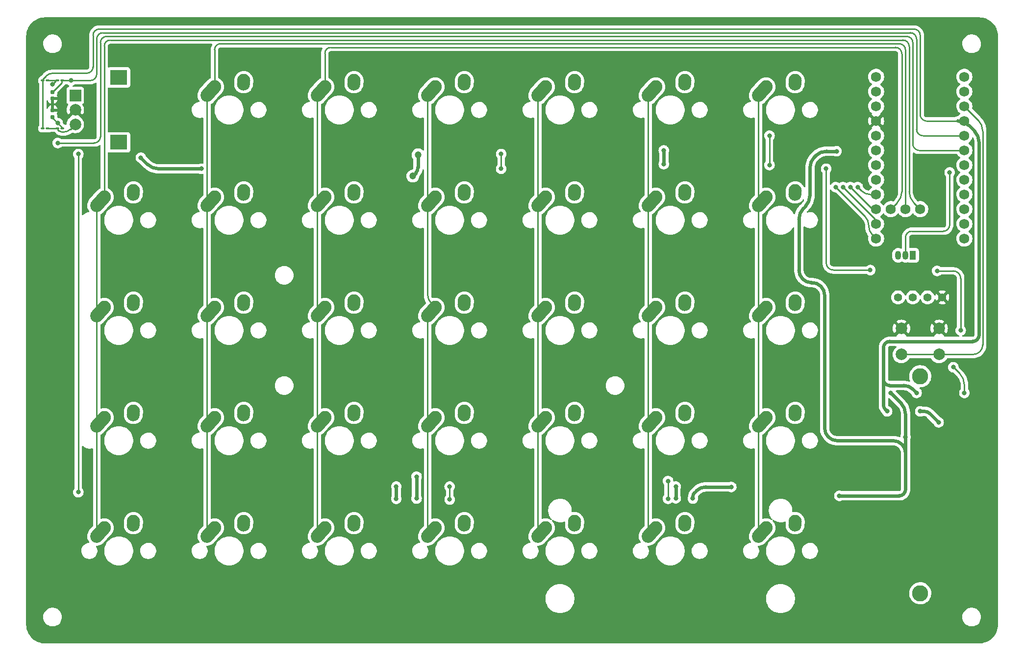
<source format=gtl>
G04 #@! TF.GenerationSoftware,KiCad,Pcbnew,(6.0.1)*
G04 #@! TF.CreationDate,2022-04-12T16:56:48+02:00*
G04 #@! TF.ProjectId,Keyboard Left Hand Side,4b657962-6f61-4726-9420-4c6566742048,rev?*
G04 #@! TF.SameCoordinates,Original*
G04 #@! TF.FileFunction,Copper,L1,Top*
G04 #@! TF.FilePolarity,Positive*
%FSLAX46Y46*%
G04 Gerber Fmt 4.6, Leading zero omitted, Abs format (unit mm)*
G04 Created by KiCad (PCBNEW (6.0.1)) date 2022-04-12 16:56:48*
%MOMM*%
%LPD*%
G01*
G04 APERTURE LIST*
G04 Aperture macros list*
%AMRoundRect*
0 Rectangle with rounded corners*
0 $1 Rounding radius*
0 $2 $3 $4 $5 $6 $7 $8 $9 X,Y pos of 4 corners*
0 Add a 4 corners polygon primitive as box body*
4,1,4,$2,$3,$4,$5,$6,$7,$8,$9,$2,$3,0*
0 Add four circle primitives for the rounded corners*
1,1,$1+$1,$2,$3*
1,1,$1+$1,$4,$5*
1,1,$1+$1,$6,$7*
1,1,$1+$1,$8,$9*
0 Add four rect primitives between the rounded corners*
20,1,$1+$1,$2,$3,$4,$5,0*
20,1,$1+$1,$4,$5,$6,$7,0*
20,1,$1+$1,$6,$7,$8,$9,0*
20,1,$1+$1,$8,$9,$2,$3,0*%
%AMHorizOval*
0 Thick line with rounded ends*
0 $1 width*
0 $2 $3 position (X,Y) of the first rounded end (center of the circle)*
0 $4 $5 position (X,Y) of the second rounded end (center of the circle)*
0 Add line between two ends*
20,1,$1,$2,$3,$4,$5,0*
0 Add two circle primitives to create the rounded ends*
1,1,$1,$2,$3*
1,1,$1,$4,$5*%
G04 Aperture macros list end*
G04 #@! TA.AperFunction,ComponentPad*
%ADD10C,2.250000*%
G04 #@! TD*
G04 #@! TA.AperFunction,ComponentPad*
%ADD11HorizOval,2.250000X0.655001X0.730000X-0.655001X-0.730000X0*%
G04 #@! TD*
G04 #@! TA.AperFunction,ComponentPad*
%ADD12HorizOval,2.250000X0.020000X0.290000X-0.020000X-0.290000X0*%
G04 #@! TD*
G04 #@! TA.AperFunction,SMDPad,CuDef*
%ADD13RoundRect,0.100000X-0.217500X-0.100000X0.217500X-0.100000X0.217500X0.100000X-0.217500X0.100000X0*%
G04 #@! TD*
G04 #@! TA.AperFunction,ComponentPad*
%ADD14C,1.397000*%
G04 #@! TD*
G04 #@! TA.AperFunction,SMDPad,CuDef*
%ADD15RoundRect,0.155000X0.155000X-0.212500X0.155000X0.212500X-0.155000X0.212500X-0.155000X-0.212500X0*%
G04 #@! TD*
G04 #@! TA.AperFunction,ComponentPad*
%ADD16R,2.000000X2.000000*%
G04 #@! TD*
G04 #@! TA.AperFunction,ComponentPad*
%ADD17C,2.000000*%
G04 #@! TD*
G04 #@! TA.AperFunction,ComponentPad*
%ADD18R,3.000000X2.500000*%
G04 #@! TD*
G04 #@! TA.AperFunction,SMDPad,CuDef*
%ADD19RoundRect,0.100000X0.217500X0.100000X-0.217500X0.100000X-0.217500X-0.100000X0.217500X-0.100000X0*%
G04 #@! TD*
G04 #@! TA.AperFunction,ComponentPad*
%ADD20C,1.752600*%
G04 #@! TD*
G04 #@! TA.AperFunction,ComponentPad*
%ADD21R,1.050000X1.500000*%
G04 #@! TD*
G04 #@! TA.AperFunction,ComponentPad*
%ADD22O,1.050000X1.500000*%
G04 #@! TD*
G04 #@! TA.AperFunction,ComponentPad*
%ADD23C,2.800000*%
G04 #@! TD*
G04 #@! TA.AperFunction,ViaPad*
%ADD24C,0.800000*%
G04 #@! TD*
G04 #@! TA.AperFunction,ViaPad*
%ADD25C,1.200000*%
G04 #@! TD*
G04 #@! TA.AperFunction,Conductor*
%ADD26C,0.250000*%
G04 #@! TD*
G04 #@! TA.AperFunction,Conductor*
%ADD27C,0.600000*%
G04 #@! TD*
G04 APERTURE END LIST*
D10*
X87035000Y-47435000D03*
D11*
X86380001Y-48165000D03*
D10*
X92075000Y-46355000D03*
D12*
X92055000Y-46645000D03*
D11*
X48280001Y-67215000D03*
D10*
X48935000Y-66485000D03*
D12*
X53955000Y-65695000D03*
D10*
X53975000Y-65405000D03*
D11*
X86380001Y-86265000D03*
D10*
X87035000Y-85535000D03*
X92075000Y-84455000D03*
D12*
X92055000Y-84745000D03*
D11*
X105430001Y-48165000D03*
D10*
X106085000Y-47435000D03*
D12*
X111105000Y-46645000D03*
D10*
X111125000Y-46355000D03*
X67985000Y-123635000D03*
D11*
X67330001Y-124365000D03*
D10*
X73025000Y-122555000D03*
D12*
X73005000Y-122845000D03*
D11*
X105430001Y-105315000D03*
D10*
X106085000Y-104585000D03*
D12*
X111105000Y-103795000D03*
D10*
X111125000Y-103505000D03*
X125135000Y-66485000D03*
D11*
X124480001Y-67215000D03*
D12*
X130155000Y-65695000D03*
D10*
X130175000Y-65405000D03*
X144185000Y-47435000D03*
D11*
X143530001Y-48165000D03*
D10*
X149225000Y-46355000D03*
D12*
X149205000Y-46645000D03*
D10*
X48935000Y-104585000D03*
D11*
X48280001Y-105315000D03*
D10*
X53975000Y-103505000D03*
D12*
X53955000Y-103795000D03*
D10*
X106085000Y-85535000D03*
D11*
X105430001Y-86265000D03*
D10*
X111125000Y-84455000D03*
D12*
X111105000Y-84745000D03*
D11*
X48280001Y-124365000D03*
D10*
X48935000Y-123635000D03*
D12*
X53955000Y-122845000D03*
D10*
X53975000Y-122555000D03*
D11*
X105430001Y-124365000D03*
D10*
X106085000Y-123635000D03*
X111125000Y-122555000D03*
D12*
X111105000Y-122845000D03*
D13*
X38327500Y-54610000D03*
X39142500Y-54610000D03*
D10*
X163235000Y-85535000D03*
D11*
X162580001Y-86265000D03*
D10*
X168275000Y-84455000D03*
D12*
X168255000Y-84745000D03*
D11*
X143530001Y-67215000D03*
D10*
X144185000Y-66485000D03*
X149225000Y-65405000D03*
D12*
X149205000Y-65695000D03*
D14*
X193665000Y-83820000D03*
X191125000Y-83820000D03*
X188585000Y-83820000D03*
X186045000Y-83820000D03*
D10*
X67985000Y-104585000D03*
D11*
X67330001Y-105315000D03*
D12*
X73005000Y-103795000D03*
D10*
X73025000Y-103505000D03*
D11*
X67330001Y-67215000D03*
D10*
X67985000Y-66485000D03*
D12*
X73005000Y-65695000D03*
D10*
X73025000Y-65405000D03*
D11*
X67330001Y-48165000D03*
D10*
X67985000Y-47435000D03*
X73025000Y-46355000D03*
D12*
X73005000Y-46645000D03*
D10*
X125135000Y-47435000D03*
D11*
X124480001Y-48165000D03*
D10*
X130175000Y-46355000D03*
D12*
X130155000Y-46645000D03*
D10*
X144185000Y-85535000D03*
D11*
X143530001Y-86265000D03*
D10*
X149225000Y-84455000D03*
D12*
X149205000Y-84745000D03*
D10*
X125135000Y-85535000D03*
D11*
X124480001Y-86265000D03*
D12*
X130155000Y-84745000D03*
D10*
X130175000Y-84455000D03*
X163235000Y-47435000D03*
D11*
X162580001Y-48165000D03*
D12*
X168255000Y-46645000D03*
D10*
X168275000Y-46355000D03*
D11*
X124480001Y-105315000D03*
D10*
X125135000Y-104585000D03*
D12*
X130155000Y-103795000D03*
D10*
X130175000Y-103505000D03*
D11*
X67330001Y-86265000D03*
D10*
X67985000Y-85535000D03*
X73025000Y-84455000D03*
D12*
X73005000Y-84745000D03*
D11*
X105430001Y-67215000D03*
D10*
X106085000Y-66485000D03*
X111125000Y-65405000D03*
D12*
X111105000Y-65695000D03*
D10*
X144185000Y-104585000D03*
D11*
X143530001Y-105315000D03*
D12*
X149205000Y-103795000D03*
D10*
X149225000Y-103505000D03*
D15*
X40005000Y-49462500D03*
X40005000Y-48327500D03*
X40005000Y-52637500D03*
X40005000Y-51502500D03*
D11*
X143534401Y-124357200D03*
D10*
X144189400Y-123627200D03*
X149229400Y-122547200D03*
D12*
X149209400Y-122837200D03*
D13*
X38327500Y-46355000D03*
X39142500Y-46355000D03*
D10*
X87035000Y-66485000D03*
D11*
X86380001Y-67215000D03*
D12*
X92055000Y-65695000D03*
D10*
X92075000Y-65405000D03*
D16*
X43919800Y-48935000D03*
D17*
X43919800Y-53935000D03*
X43919800Y-51435000D03*
D18*
X51419800Y-45835000D03*
X51419800Y-57035000D03*
D19*
X41682500Y-46355000D03*
X40867500Y-46355000D03*
D11*
X86380001Y-124365000D03*
D10*
X87035000Y-123635000D03*
D12*
X92055000Y-122845000D03*
D10*
X92075000Y-122555000D03*
D11*
X162580001Y-124365000D03*
D10*
X163235000Y-123635000D03*
D12*
X168255000Y-122845000D03*
D10*
X168275000Y-122555000D03*
D19*
X41682500Y-54610000D03*
X40867500Y-54610000D03*
D17*
X186615000Y-89190000D03*
X193115000Y-89190000D03*
X186615000Y-93690000D03*
X193115000Y-93690000D03*
D11*
X124480001Y-124365000D03*
D10*
X125135000Y-123635000D03*
X130175000Y-122555000D03*
D12*
X130155000Y-122845000D03*
D10*
X163235000Y-66485000D03*
D11*
X162580001Y-67215000D03*
D10*
X168275000Y-65405000D03*
D12*
X168255000Y-65695000D03*
D20*
X182245000Y-45720000D03*
X182245000Y-48260000D03*
X182245000Y-50800000D03*
X182245000Y-53340000D03*
X182245000Y-55880000D03*
X182245000Y-58420000D03*
X182245000Y-60960000D03*
X182245000Y-63500000D03*
X182245000Y-66040000D03*
X182245000Y-68580000D03*
X182245000Y-71120000D03*
X182245000Y-73660000D03*
X197485000Y-73660000D03*
X197485000Y-71120000D03*
X197485000Y-68580000D03*
X197485000Y-66040000D03*
X197485000Y-63500000D03*
X197485000Y-60960000D03*
X197485000Y-58420000D03*
X197485000Y-55880000D03*
X197485000Y-53340000D03*
X197485000Y-50800000D03*
X197485000Y-48260000D03*
X197485000Y-45720000D03*
X184785000Y-68580000D03*
X187325000Y-68580000D03*
X189865000Y-68580000D03*
D10*
X48935000Y-85535000D03*
D11*
X48280001Y-86265000D03*
D10*
X53975000Y-84455000D03*
D12*
X53955000Y-84745000D03*
D10*
X87035000Y-104585000D03*
D11*
X86380001Y-105315000D03*
D10*
X92075000Y-103505000D03*
D12*
X92055000Y-103795000D03*
D11*
X162580001Y-105315000D03*
D10*
X163235000Y-104585000D03*
X168275000Y-103505000D03*
D12*
X168255000Y-103795000D03*
D21*
X188595000Y-76560000D03*
D22*
X187325000Y-76560000D03*
X186055000Y-76560000D03*
D23*
X189865000Y-134955000D03*
X189865000Y-97455000D03*
D24*
X179070000Y-64770000D03*
X177800000Y-64770000D03*
X176530000Y-64770000D03*
X175260000Y-64770000D03*
X163830000Y-55880000D03*
X163830000Y-60960000D03*
X117475000Y-59055000D03*
X117475000Y-61595000D03*
X44450000Y-117475000D03*
X44450000Y-59055000D03*
X108580000Y-116510000D03*
X108585000Y-118745000D03*
X146304000Y-118618000D03*
X146304000Y-115571321D03*
X99365000Y-116510000D03*
X147650000Y-116510000D03*
X147650000Y-118542000D03*
X102870000Y-114808000D03*
X150594000Y-118590000D03*
X99365000Y-118618000D03*
X102870000Y-118590000D03*
X157226000Y-116586000D03*
X43180000Y-46355000D03*
X40894000Y-57150000D03*
X40895181Y-53719819D03*
X40005000Y-46990000D03*
X184785000Y-100330000D03*
X145570000Y-60805000D03*
X145570000Y-58420000D03*
X187325000Y-107950000D03*
D25*
X103124000Y-59182000D03*
D24*
X175415000Y-58575000D03*
X175895000Y-118110000D03*
X65715000Y-61595000D03*
X55245000Y-59690000D03*
D25*
X102235000Y-62865000D03*
D24*
X195580000Y-95885000D03*
X196850000Y-89535000D03*
X192786000Y-79248000D03*
X197485000Y-100330000D03*
X181245000Y-79105000D03*
X173612641Y-61595000D03*
X193040000Y-105410000D03*
X189865000Y-103505000D03*
X189230000Y-100330000D03*
X194945000Y-62230000D03*
X184150000Y-103505000D03*
D26*
X186875987Y-39370000D02*
X49950728Y-39370000D01*
X47625000Y-84651856D02*
X47625000Y-86995000D01*
X47625000Y-103701856D02*
X47625000Y-106045000D01*
X47625000Y-89338144D02*
X47625000Y-103701856D01*
X47625000Y-106045000D02*
X47625000Y-108388144D01*
X187960000Y-65548018D02*
X187960000Y-40454012D01*
X48935000Y-40385728D02*
X48935000Y-66485000D01*
X47625000Y-84651856D02*
X47625000Y-67945000D01*
X47625000Y-108388144D02*
X47625000Y-125095000D01*
X47625000Y-86995000D02*
X47625000Y-89338144D01*
X188756896Y-67471896D02*
X189865000Y-68580000D01*
X48935000Y-40385728D02*
G75*
G02*
X49232500Y-39667500I1015715J5D01*
G01*
X186875987Y-39370001D02*
G75*
G02*
X187642499Y-39687501I1J-1084010D01*
G01*
X188756896Y-67471896D02*
G75*
G02*
X187960000Y-65548018I1923874J1923876D01*
G01*
X187960000Y-40454012D02*
G75*
G03*
X187642500Y-39687500I-1084013J-1D01*
G01*
X49950728Y-39370000D02*
G75*
G03*
X49232500Y-39667500I-5J-1015715D01*
G01*
X66675000Y-86995000D02*
X66675000Y-89338144D01*
X66675000Y-84651856D02*
X66675000Y-70288144D01*
X66675000Y-84651856D02*
X66675000Y-86995000D01*
X66675000Y-106045000D02*
X66675000Y-108388144D01*
X66675000Y-65601856D02*
X66675000Y-67945000D01*
X66675000Y-65601856D02*
X66675000Y-48895000D01*
X186240987Y-40005000D02*
X69000728Y-40005000D01*
X67985000Y-41020728D02*
X67985000Y-47435000D01*
X66675000Y-103701856D02*
X66675000Y-106045000D01*
X66675000Y-103701856D02*
X66675000Y-89338144D01*
X66675000Y-108388144D02*
X66675000Y-125095000D01*
X187325000Y-41089012D02*
X187325000Y-68580000D01*
X66675000Y-67945000D02*
X66675000Y-70288144D01*
X187007500Y-40322500D02*
G75*
G02*
X187325000Y-41089012I-766513J-766513D01*
G01*
X186240987Y-40005001D02*
G75*
G02*
X187007499Y-40322501I1J-1084010D01*
G01*
X68282500Y-40302500D02*
G75*
G02*
X69000728Y-40005000I718223J-718215D01*
G01*
X68282500Y-40302500D02*
G75*
G03*
X67985000Y-41020728I718215J-718223D01*
G01*
X186690000Y-65548018D02*
X186690000Y-41724012D01*
X85714760Y-125084760D02*
X85725000Y-125095000D01*
X185605987Y-40640000D02*
X88050728Y-40640000D01*
X85725000Y-84651856D02*
X85725000Y-70288144D01*
X87035000Y-41655728D02*
X87035000Y-47435000D01*
X85725000Y-65601856D02*
X85725000Y-48895000D01*
X85725000Y-86995000D02*
X85725000Y-89338144D01*
X185893103Y-67471896D02*
X184785000Y-68580000D01*
X85725000Y-89338144D02*
X85725000Y-106030519D01*
X85725000Y-65601856D02*
X85725000Y-67945000D01*
X85725000Y-67945000D02*
X85725000Y-70288144D01*
X85725000Y-84651856D02*
X85725000Y-86995000D01*
X85704521Y-106079959D02*
X85704521Y-125060040D01*
X87332500Y-40937500D02*
G75*
G03*
X87035000Y-41655728I718215J-718223D01*
G01*
X87332500Y-40937500D02*
G75*
G02*
X88050728Y-40640000I718223J-718215D01*
G01*
X186372500Y-40957500D02*
G75*
G03*
X185605987Y-40640000I-766512J-766511D01*
G01*
X186690000Y-65548018D02*
G75*
G02*
X185893103Y-67471896I-2720777J2D01*
G01*
X186690000Y-41724012D02*
G75*
G03*
X186372500Y-40957500I-1084013J-1D01*
G01*
X85704522Y-125060040D02*
G75*
G03*
X85714761Y-125084759I34960J0D01*
G01*
X85714760Y-106055239D02*
G75*
G03*
X85704521Y-106079959I24718J-24719D01*
G01*
X85714760Y-106055239D02*
G75*
G03*
X85725000Y-106030519I-24728J24724D01*
G01*
X104775000Y-83298690D02*
X104775000Y-70288144D01*
X105430000Y-84880000D02*
X106085000Y-85535000D01*
X179070000Y-64770000D02*
X179705000Y-65405000D01*
X104775000Y-108388144D02*
X104775000Y-125095000D01*
X104775000Y-103701856D02*
X104775000Y-106045000D01*
X104775000Y-103701856D02*
X104775000Y-86995000D01*
X181238025Y-66040000D02*
X182245000Y-66040000D01*
X104775000Y-106045000D02*
X104775000Y-108388144D01*
X104775000Y-65601856D02*
X104775000Y-48895000D01*
X104775000Y-65601856D02*
X104775000Y-67945000D01*
X104775000Y-67945000D02*
X104775000Y-70288144D01*
X181238025Y-66040000D02*
G75*
G02*
X179705000Y-65405000I3J2168030D01*
G01*
X104775001Y-83298690D02*
G75*
G03*
X105430001Y-84879999I2236302J-3D01*
G01*
X123825000Y-86995000D02*
X123825000Y-89338144D01*
X123825000Y-106045000D02*
X123825000Y-108388144D01*
X177800000Y-64770000D02*
X181385493Y-68355493D01*
X123825000Y-67945000D02*
X123825000Y-70288144D01*
X123825000Y-84651856D02*
X123825000Y-70288144D01*
X123825000Y-103701856D02*
X123825000Y-89338144D01*
X123825000Y-84651856D02*
X123825000Y-86995000D01*
X181927500Y-68580000D02*
X182245000Y-68580000D01*
X123825000Y-65601856D02*
X123825000Y-67945000D01*
X123825000Y-65601856D02*
X123825000Y-48895000D01*
X123825000Y-103701856D02*
X123825000Y-106045000D01*
X123825000Y-108388144D02*
X123825000Y-125095000D01*
X181385493Y-68355493D02*
G75*
G03*
X181927500Y-68580000I542010J542012D01*
G01*
X142875000Y-65601856D02*
X142875000Y-48895000D01*
X182020493Y-70260493D02*
X176530000Y-64770000D01*
X142875000Y-70288144D02*
X142875000Y-84651856D01*
X142875000Y-67945000D02*
X142875000Y-70288144D01*
X182245000Y-70802500D02*
X182245000Y-71120000D01*
X142879400Y-106052511D02*
X142879400Y-125087200D01*
X142875000Y-86995000D02*
X142875000Y-89338144D01*
X142875000Y-106041888D02*
X142875000Y-89338144D01*
X142875000Y-84651856D02*
X142875000Y-86995000D01*
X142875000Y-65601856D02*
X142875000Y-67945000D01*
X182020493Y-70260493D02*
G75*
G02*
X182245000Y-70802500I-542012J-542010D01*
G01*
X142877200Y-106047200D02*
G75*
G02*
X142879400Y-106052511I-5310J-5311D01*
G01*
X142875000Y-106041888D02*
G75*
G03*
X142877200Y-106047200I7508J-2D01*
G01*
X161925000Y-65601856D02*
X161925000Y-48895000D01*
X161925000Y-84651856D02*
X161925000Y-86995000D01*
X175260000Y-64770000D02*
X180301480Y-69811480D01*
X161925000Y-108388144D02*
X161925000Y-125095000D01*
X161925000Y-86995000D02*
X161925000Y-89338144D01*
X181610000Y-73025000D02*
X182245000Y-73660000D01*
X161925000Y-103701856D02*
X161925000Y-89338144D01*
X161925000Y-65601856D02*
X161925000Y-67945000D01*
X161925000Y-67945000D02*
X161925000Y-70288144D01*
X161925000Y-103701856D02*
X161925000Y-106045000D01*
X161925000Y-106045000D02*
X161925000Y-108388144D01*
X161925000Y-84651856D02*
X161925000Y-70288144D01*
X180975000Y-71491974D02*
X180975000Y-71437500D01*
X180974999Y-71437500D02*
G75*
G03*
X180301480Y-69811480I-2299546J-3D01*
G01*
X181610000Y-73025000D02*
G75*
G02*
X180975000Y-71491974I1533028J1533027D01*
G01*
X163830000Y-60960000D02*
X163830000Y-55880000D01*
X117475000Y-59055000D02*
X117475000Y-61595000D01*
X44450000Y-59055000D02*
X44450000Y-117475000D01*
X108585000Y-118745000D02*
X108585000Y-116518535D01*
X108582500Y-116512500D02*
X108580000Y-116510000D01*
X108585000Y-116518535D02*
G75*
G03*
X108582500Y-116512500I-8533J0D01*
G01*
X146304000Y-115571321D02*
X146304000Y-118616679D01*
D27*
X147650000Y-116510000D02*
X147650000Y-118542000D01*
X150594000Y-118237000D02*
X150594000Y-118590000D01*
X102870000Y-114808000D02*
X102870000Y-118590000D01*
X151243000Y-117235000D02*
X150843608Y-117634391D01*
X152809824Y-116586000D02*
X157226000Y-116586000D01*
X99365000Y-118618000D02*
X99365000Y-116510000D01*
X152809824Y-116586001D02*
G75*
G03*
X151243000Y-117235000I-3J-2215816D01*
G01*
X150843608Y-117634391D02*
G75*
G03*
X150594000Y-118237000I602610J-602608D01*
G01*
D26*
X189732642Y-93690000D02*
X189467926Y-93690000D01*
X198987035Y-93690000D02*
X195458144Y-93690000D01*
X187068428Y-93690000D02*
X186615000Y-93690000D01*
X199863103Y-53178103D02*
X197485000Y-50800000D01*
X189467926Y-93690000D02*
X189203210Y-93690000D01*
X200660000Y-92017035D02*
X200660000Y-55101981D01*
X195458144Y-93690000D02*
X193115000Y-93690000D01*
X187975284Y-93690000D02*
X187068428Y-93690000D01*
X193115000Y-93690000D02*
X190771856Y-93690000D01*
X187975284Y-93690000D02*
X189203210Y-93690000D01*
X190771856Y-93690000D02*
X189732642Y-93690000D01*
X199863103Y-53178103D02*
G75*
G02*
X200660000Y-55101981I-1923880J-1923880D01*
G01*
X200170000Y-93200000D02*
G75*
G03*
X200660000Y-92017035I-1182967J1182966D01*
G01*
X200170000Y-93200000D02*
G75*
G02*
X198987035Y-93690000I-1182966J1182967D01*
G01*
X47625000Y-39184012D02*
X47625000Y-45270987D01*
X41578201Y-46754298D02*
X40005000Y-48327500D01*
X189230000Y-54795987D02*
X189230000Y-39184012D01*
X43180000Y-46355000D02*
X41830000Y-46355000D01*
X48709012Y-38100000D02*
X188145987Y-38100000D01*
X46540987Y-46355000D02*
X43180000Y-46355000D01*
X190314012Y-55880000D02*
X197485000Y-55880000D01*
X47942500Y-38417500D02*
G75*
G03*
X47625000Y-39184012I766502J-766508D01*
G01*
X189547500Y-55562500D02*
G75*
G03*
X190314012Y-55880000I766513J766513D01*
G01*
X47942500Y-38417500D02*
G75*
G02*
X48709012Y-38100000I766508J-766502D01*
G01*
X188912500Y-38417500D02*
G75*
G02*
X189230000Y-39184012I-766513J-766513D01*
G01*
X41682499Y-46502500D02*
G75*
G02*
X41578200Y-46754297I-356101J3D01*
G01*
X41682500Y-46502500D02*
G75*
G02*
X41830000Y-46355000I147497J3D01*
G01*
X188145987Y-38100001D02*
G75*
G02*
X188912499Y-38417501I1J-1084010D01*
G01*
X189547500Y-55562500D02*
G75*
G02*
X189230000Y-54795987I766511J766512D01*
G01*
X47307500Y-46037500D02*
G75*
G03*
X47625000Y-45270987I-766522J766517D01*
G01*
X47307500Y-46037500D02*
G75*
G02*
X46540987Y-46355000I-766517J766522D01*
G01*
X42926000Y-57150000D02*
X47175987Y-57150000D01*
X42926000Y-57150000D02*
X41910000Y-57150000D01*
X41656000Y-57150000D02*
X41148000Y-57150000D01*
X187510987Y-38735000D02*
X49344012Y-38735000D01*
X40895181Y-53719819D02*
X40005000Y-52829639D01*
X48260000Y-39819012D02*
X48260000Y-56065987D01*
X188595000Y-57335987D02*
X188595000Y-39819012D01*
X189679012Y-58420000D02*
X197485000Y-58420000D01*
X41148000Y-57150000D02*
X40894000Y-57150000D01*
X40895181Y-53719819D02*
X41682500Y-54507139D01*
X41910000Y-57150000D02*
X41656000Y-57150000D01*
X188912500Y-58102500D02*
G75*
G03*
X189679012Y-58420000I766513J766513D01*
G01*
X47175987Y-57150000D02*
G75*
G03*
X47942500Y-56832500I-4J1084022D01*
G01*
X48260000Y-56065987D02*
G75*
G02*
X47942500Y-56832500I-1084022J4D01*
G01*
X188595000Y-39819012D02*
G75*
G03*
X188277500Y-39052500I-1084013J-1D01*
G01*
X48577500Y-39052500D02*
G75*
G02*
X49344012Y-38735000I766508J-766502D01*
G01*
X48577500Y-39052500D02*
G75*
G03*
X48260000Y-39819012I766502J-766508D01*
G01*
X188277500Y-39052500D02*
G75*
G03*
X187510987Y-38735000I-766512J-766511D01*
G01*
X188912500Y-58102500D02*
G75*
G02*
X188595000Y-57335987I766511J766512D01*
G01*
X186560820Y-89190000D02*
G75*
G02*
X186506642Y-89190000I-27089J1162931824D01*
G01*
X186560820Y-89190000D02*
G75*
G02*
X186506642Y-89190000I-27089J1162931824D01*
G01*
X40753750Y-46355000D02*
X39142500Y-46355000D01*
X40559566Y-46435433D02*
X40005000Y-46990000D01*
X40559566Y-46435433D02*
G75*
G02*
X40753750Y-46355000I194179J-194174D01*
G01*
X40753750Y-46355000D02*
G75*
G02*
X40753750Y-46355000I0J0D01*
G01*
X43081723Y-54773076D02*
X43919800Y-53935000D01*
X40753750Y-54610000D02*
X39142500Y-54610000D01*
X40947933Y-54917933D02*
X41071250Y-55041250D01*
X41563146Y-55245000D02*
X41942400Y-55245000D01*
X40867500Y-54723750D02*
G75*
G03*
X40947933Y-54917933I274607J-4D01*
G01*
X40753750Y-54610000D02*
G75*
G02*
X40867500Y-54723750I0J-113750D01*
G01*
X41071250Y-55041250D02*
G75*
G03*
X41563146Y-55245000I491895J491893D01*
G01*
X41942400Y-55244999D02*
G75*
G03*
X43081722Y-54773075I-5J1611255D01*
G01*
D27*
X171768103Y-59371896D02*
X171611896Y-59528103D01*
X173691981Y-58575000D02*
X175415000Y-58575000D01*
X168910000Y-79111974D02*
X168910000Y-70341981D01*
X170018103Y-68106896D02*
X169706896Y-68418103D01*
X187325000Y-108956974D02*
X187325000Y-107950000D01*
X184785000Y-100330000D02*
X186528103Y-102073103D01*
X173355000Y-106416974D02*
X173355000Y-83448025D01*
X103124000Y-61347382D02*
X103124000Y-59182000D01*
X171186974Y-81280000D02*
X171078025Y-81280000D01*
X170815000Y-66183018D02*
X170815000Y-61451981D01*
X187325000Y-103996981D02*
X187325000Y-107950000D01*
X102235000Y-62865000D02*
X102679500Y-62420500D01*
X186240987Y-118110000D02*
X175895000Y-118110000D01*
X187325000Y-110753025D02*
X187325000Y-108956974D01*
X58276981Y-61595000D02*
X65715000Y-61595000D01*
X145570000Y-60805000D02*
X145570000Y-58420000D01*
X187325000Y-110753025D02*
X187325000Y-117025987D01*
X186690000Y-109220000D02*
X186752274Y-109282274D01*
X185156974Y-108585000D02*
X175523025Y-108585000D01*
X55245000Y-59690000D02*
X56353103Y-60798103D01*
X169545000Y-80645000D02*
G75*
G02*
X168910000Y-79111974I1533028J1533027D01*
G01*
X171611896Y-59528103D02*
G75*
G03*
X170815000Y-61451981I1923874J-1923876D01*
G01*
X173990000Y-107950000D02*
G75*
G02*
X173355000Y-106416974I1533028J1533027D01*
G01*
X186240987Y-118110000D02*
G75*
G03*
X187007500Y-117792500I-4J1084022D01*
G01*
X172720000Y-81915000D02*
G75*
G03*
X171186974Y-81280000I-1533027J-1533028D01*
G01*
X173691981Y-58575000D02*
G75*
G03*
X171768103Y-59371896I-2J-2720770D01*
G01*
X171078025Y-81280000D02*
G75*
G02*
X169545000Y-80645000I3J2168030D01*
G01*
X175523025Y-108585000D02*
G75*
G02*
X173990000Y-107950000I3J2168030D01*
G01*
X169706896Y-68418103D02*
G75*
G03*
X168910000Y-70341981I1923874J-1923876D01*
G01*
X102679500Y-62420500D02*
G75*
G03*
X103124000Y-61347382I-1073122J1073120D01*
G01*
X170018103Y-68106896D02*
G75*
G03*
X170815000Y-66183018I-1923880J1923880D01*
G01*
X56353103Y-60798103D02*
G75*
G03*
X58276981Y-61595000I1923880J1923880D01*
G01*
X187325000Y-117025987D02*
G75*
G02*
X187007500Y-117792500I-1084022J4D01*
G01*
X185156974Y-108585000D02*
G75*
G02*
X186690000Y-109220000I-1J-2168028D01*
G01*
X186528103Y-102073103D02*
G75*
G02*
X187325000Y-103996981I-1923880J-1923880D01*
G01*
X186752274Y-109282274D02*
G75*
G03*
X187325000Y-108956974I216945J284868D01*
G01*
X173355000Y-83448025D02*
G75*
G03*
X172720000Y-81915000I-2168030J-3D01*
G01*
X186752274Y-109282274D02*
G75*
G02*
X187325000Y-110753025I-1493434J-1428447D01*
G01*
D26*
X192786000Y-79248000D02*
X195549184Y-79248000D01*
X196850000Y-80548815D02*
X196850000Y-89535000D01*
X196688103Y-96993103D02*
X195580000Y-95885000D01*
X197485000Y-98916981D02*
X197485000Y-100330000D01*
X196469000Y-79629000D02*
G75*
G02*
X196850000Y-80548815I-919815J-919815D01*
G01*
X195549184Y-79248001D02*
G75*
G02*
X196468999Y-79629001I2J-1300812D01*
G01*
X197485000Y-98916981D02*
G75*
G03*
X196688103Y-96993103I-2720777J-2D01*
G01*
X173612641Y-77837713D02*
X173612641Y-61595000D01*
X181245000Y-79105000D02*
X174879927Y-79105000D01*
X173983820Y-78733820D02*
G75*
G02*
X173612641Y-77837713I896109J896107D01*
G01*
X173983820Y-78733820D02*
G75*
G03*
X174879927Y-79105000I896108J896109D01*
G01*
D27*
X191584012Y-103954012D02*
X193040000Y-105410000D01*
X190500000Y-103505000D02*
X189865000Y-103505000D01*
X190500000Y-103505001D02*
G75*
G02*
X191584011Y-103954013I2J-1533020D01*
G01*
D26*
X45905987Y-45085000D02*
X40107158Y-45085000D01*
X38407933Y-46047066D02*
X38848750Y-45606250D01*
X193860987Y-72390000D02*
X188409012Y-72390000D01*
D27*
X198940987Y-91440000D02*
X184599012Y-91440000D01*
X183515000Y-102420987D02*
X183515000Y-98874012D01*
X198281896Y-54136896D02*
X199228103Y-55083103D01*
D26*
X38327500Y-46241250D02*
X38327500Y-54610000D01*
X38327500Y-46241250D02*
X38327500Y-46355000D01*
X187325000Y-73474012D02*
X187325000Y-76560000D01*
X46990000Y-44000987D02*
X46990000Y-38549012D01*
X189865000Y-52255987D02*
X189865000Y-38549012D01*
D27*
X200025000Y-90355987D02*
X200025000Y-57006981D01*
X183515000Y-98874012D02*
X183515000Y-97975987D01*
D26*
X196358018Y-53340000D02*
X190949012Y-53340000D01*
X48074012Y-37465000D02*
X188780987Y-37465000D01*
D27*
X189230000Y-100330000D02*
X188595000Y-99695000D01*
X184150000Y-103505000D02*
X183832500Y-103187500D01*
X187061974Y-99060000D02*
X184599012Y-99060000D01*
X183515000Y-97975987D02*
X183515000Y-92524012D01*
D26*
X194945000Y-71305987D02*
X194945000Y-62230000D01*
X189865001Y-52255987D02*
G75*
G03*
X190182501Y-53022499I1084010J-1D01*
G01*
D27*
X183515000Y-98874012D02*
G75*
G02*
X183832499Y-98742501I185986J1D01*
G01*
D26*
X189865000Y-38549012D02*
G75*
G03*
X189547500Y-37782500I-1084013J-1D01*
G01*
X188780987Y-37465001D02*
G75*
G02*
X189547499Y-37782501I1J-1084010D01*
G01*
D27*
X183832500Y-103187500D02*
G75*
G02*
X183515000Y-102420987I766511J766512D01*
G01*
D26*
X188409012Y-72390001D02*
G75*
G03*
X187642501Y-72707501I-4J-1084001D01*
G01*
D27*
X184599012Y-91440001D02*
G75*
G03*
X183832501Y-91757501I-4J-1084001D01*
G01*
X200025000Y-57006981D02*
G75*
G03*
X199228103Y-55083103I-2720777J-2D01*
G01*
D26*
X38327500Y-46241250D02*
G75*
G02*
X38327500Y-46241250I0J0D01*
G01*
X194627500Y-72072500D02*
G75*
G03*
X194945000Y-71305987I-766522J766517D01*
G01*
D27*
X184599012Y-99060000D02*
G75*
G02*
X183832500Y-98742500I1J1084013D01*
G01*
D26*
X46990001Y-38549012D02*
G75*
G02*
X47307501Y-37782501I1084001J4D01*
G01*
X187642500Y-72707500D02*
G75*
G03*
X187325000Y-73474012I766502J-766508D01*
G01*
X190949012Y-53340000D02*
G75*
G02*
X190182500Y-53022500I1J1084013D01*
G01*
X46990000Y-44000987D02*
G75*
G02*
X46672500Y-44767500I-1084022J4D01*
G01*
X38327500Y-46241250D02*
G75*
G02*
X38407933Y-46047066I274607J5D01*
G01*
X38327500Y-46241250D02*
G75*
G02*
X38407933Y-46047066I274607J5D01*
G01*
D27*
X188595000Y-99695000D02*
G75*
G03*
X187061974Y-99060000I-1533027J-1533028D01*
G01*
X199707500Y-91122500D02*
G75*
G02*
X198940987Y-91440000I-766517J766522D01*
G01*
D26*
X45905987Y-45085000D02*
G75*
G03*
X46672500Y-44767500I-4J1084022D01*
G01*
D27*
X183515001Y-97975987D02*
G75*
G03*
X183832501Y-98742499I1084010J-1D01*
G01*
X183515001Y-92524012D02*
G75*
G02*
X183832501Y-91757501I1084001J4D01*
G01*
D26*
X194627500Y-72072500D02*
G75*
G02*
X193860987Y-72390000I-766517J766522D01*
G01*
D27*
X198281896Y-54136896D02*
G75*
G03*
X196358018Y-53340000I-1923876J-1923874D01*
G01*
D26*
X40107158Y-45085001D02*
G75*
G03*
X38848751Y-45606251I-3J-1779649D01*
G01*
X48074012Y-37465001D02*
G75*
G03*
X47307501Y-37782501I-4J-1084001D01*
G01*
D27*
X199707500Y-91122500D02*
G75*
G03*
X200025000Y-90355987I-766522J766517D01*
G01*
G04 #@! TA.AperFunction,Conductor*
G36*
X199995057Y-35434500D02*
G01*
X200009858Y-35436805D01*
X200009861Y-35436805D01*
X200018730Y-35438186D01*
X200037411Y-35435743D01*
X200060342Y-35434852D01*
X200363557Y-35450743D01*
X200376665Y-35452120D01*
X200616285Y-35490072D01*
X200705002Y-35504123D01*
X200717902Y-35506865D01*
X201039000Y-35592903D01*
X201051536Y-35596977D01*
X201324358Y-35701703D01*
X201361876Y-35716105D01*
X201373924Y-35721469D01*
X201670120Y-35872388D01*
X201681536Y-35878979D01*
X201960334Y-36060033D01*
X201970996Y-36067779D01*
X202229344Y-36276984D01*
X202239145Y-36285810D01*
X202474190Y-36520855D01*
X202483016Y-36530656D01*
X202692221Y-36789004D01*
X202699967Y-36799666D01*
X202866814Y-37056587D01*
X202881018Y-37078459D01*
X202887612Y-37089880D01*
X203038531Y-37386076D01*
X203043895Y-37398124D01*
X203155328Y-37688414D01*
X203163021Y-37708456D01*
X203167097Y-37721000D01*
X203253135Y-38042098D01*
X203255877Y-38054998D01*
X203299190Y-38328466D01*
X203307879Y-38383329D01*
X203309257Y-38396443D01*
X203320083Y-38603006D01*
X203324764Y-38692330D01*
X203323436Y-38718312D01*
X203323195Y-38719856D01*
X203323195Y-38719860D01*
X203321814Y-38728730D01*
X203322978Y-38737632D01*
X203322978Y-38737635D01*
X203325936Y-38760251D01*
X203327000Y-38776589D01*
X203327000Y-140285672D01*
X203325500Y-140305056D01*
X203321814Y-140328730D01*
X203324257Y-140347410D01*
X203325148Y-140370343D01*
X203309257Y-140673554D01*
X203307879Y-140686671D01*
X203255877Y-141015002D01*
X203253135Y-141027902D01*
X203167097Y-141349000D01*
X203163021Y-141361544D01*
X203043895Y-141671876D01*
X203038531Y-141683924D01*
X202887612Y-141980120D01*
X202881021Y-141991536D01*
X202699967Y-142270334D01*
X202692221Y-142280996D01*
X202483016Y-142539344D01*
X202474190Y-142549145D01*
X202239145Y-142784190D01*
X202229344Y-142793016D01*
X201970996Y-143002221D01*
X201960334Y-143009967D01*
X201681536Y-143191021D01*
X201670120Y-143197612D01*
X201373924Y-143348531D01*
X201361875Y-143353895D01*
X201051536Y-143473023D01*
X201039000Y-143477097D01*
X200717902Y-143563135D01*
X200705002Y-143565877D01*
X200616285Y-143579928D01*
X200376665Y-143617880D01*
X200363557Y-143619257D01*
X200067666Y-143634764D01*
X200041688Y-143633436D01*
X200040144Y-143633195D01*
X200040140Y-143633195D01*
X200031270Y-143631814D01*
X200022368Y-143632978D01*
X200022365Y-143632978D01*
X199999749Y-143635936D01*
X199983411Y-143637000D01*
X38784328Y-143637000D01*
X38764943Y-143635500D01*
X38750142Y-143633195D01*
X38750139Y-143633195D01*
X38741270Y-143631814D01*
X38722589Y-143634257D01*
X38699658Y-143635148D01*
X38396443Y-143619257D01*
X38383335Y-143617880D01*
X38143715Y-143579928D01*
X38054998Y-143565877D01*
X38042098Y-143563135D01*
X37721000Y-143477097D01*
X37708464Y-143473023D01*
X37398125Y-143353895D01*
X37386076Y-143348531D01*
X37089880Y-143197612D01*
X37078464Y-143191021D01*
X36799666Y-143009967D01*
X36789004Y-143002221D01*
X36530656Y-142793016D01*
X36520855Y-142784190D01*
X36285810Y-142549145D01*
X36276984Y-142539344D01*
X36067779Y-142280996D01*
X36060033Y-142270334D01*
X35878979Y-141991536D01*
X35872388Y-141980120D01*
X35721469Y-141683924D01*
X35716105Y-141671876D01*
X35596979Y-141361544D01*
X35592903Y-141349000D01*
X35506865Y-141027902D01*
X35504123Y-141015002D01*
X35452121Y-140686671D01*
X35450743Y-140673554D01*
X35441884Y-140504511D01*
X35435236Y-140377666D01*
X35436564Y-140351688D01*
X35436805Y-140350144D01*
X35436805Y-140350140D01*
X35438186Y-140341270D01*
X35436547Y-140328730D01*
X35434064Y-140309749D01*
X35433000Y-140293411D01*
X35433000Y-139065000D01*
X38391526Y-139065000D01*
X38411391Y-139317403D01*
X38470495Y-139563591D01*
X38567384Y-139797502D01*
X38699672Y-140013376D01*
X38864102Y-140205898D01*
X39056624Y-140370328D01*
X39272498Y-140502616D01*
X39277068Y-140504509D01*
X39277072Y-140504511D01*
X39501836Y-140597611D01*
X39506409Y-140599505D01*
X39591032Y-140619821D01*
X39747784Y-140657454D01*
X39747790Y-140657455D01*
X39752597Y-140658609D01*
X39852416Y-140666465D01*
X39939345Y-140673307D01*
X39939352Y-140673307D01*
X39941801Y-140673500D01*
X40068199Y-140673500D01*
X40070648Y-140673307D01*
X40070655Y-140673307D01*
X40157584Y-140666465D01*
X40257403Y-140658609D01*
X40262210Y-140657455D01*
X40262216Y-140657454D01*
X40418968Y-140619821D01*
X40503591Y-140599505D01*
X40508164Y-140597611D01*
X40732928Y-140504511D01*
X40732932Y-140504509D01*
X40737502Y-140502616D01*
X40953376Y-140370328D01*
X41145898Y-140205898D01*
X41310328Y-140013376D01*
X41442616Y-139797502D01*
X41539505Y-139563591D01*
X41598609Y-139317403D01*
X41618474Y-139065000D01*
X197141526Y-139065000D01*
X197161391Y-139317403D01*
X197220495Y-139563591D01*
X197317384Y-139797502D01*
X197449672Y-140013376D01*
X197614102Y-140205898D01*
X197806624Y-140370328D01*
X198022498Y-140502616D01*
X198027068Y-140504509D01*
X198027072Y-140504511D01*
X198251836Y-140597611D01*
X198256409Y-140599505D01*
X198341032Y-140619821D01*
X198497784Y-140657454D01*
X198497790Y-140657455D01*
X198502597Y-140658609D01*
X198602416Y-140666465D01*
X198689345Y-140673307D01*
X198689352Y-140673307D01*
X198691801Y-140673500D01*
X198818199Y-140673500D01*
X198820648Y-140673307D01*
X198820655Y-140673307D01*
X198907584Y-140666465D01*
X199007403Y-140658609D01*
X199012210Y-140657455D01*
X199012216Y-140657454D01*
X199168968Y-140619821D01*
X199253591Y-140599505D01*
X199258164Y-140597611D01*
X199482928Y-140504511D01*
X199482932Y-140504509D01*
X199487502Y-140502616D01*
X199703376Y-140370328D01*
X199895898Y-140205898D01*
X200060328Y-140013376D01*
X200192616Y-139797502D01*
X200289505Y-139563591D01*
X200348609Y-139317403D01*
X200368474Y-139065000D01*
X200348609Y-138812597D01*
X200289505Y-138566409D01*
X200287611Y-138561836D01*
X200194511Y-138337072D01*
X200194509Y-138337068D01*
X200192616Y-138332498D01*
X200060328Y-138116624D01*
X199895898Y-137924102D01*
X199703376Y-137759672D01*
X199487502Y-137627384D01*
X199482932Y-137625491D01*
X199482928Y-137625489D01*
X199258164Y-137532389D01*
X199258162Y-137532388D01*
X199253591Y-137530495D01*
X199168968Y-137510179D01*
X199012216Y-137472546D01*
X199012210Y-137472545D01*
X199007403Y-137471391D01*
X198907584Y-137463535D01*
X198820655Y-137456693D01*
X198820648Y-137456693D01*
X198818199Y-137456500D01*
X198691801Y-137456500D01*
X198689352Y-137456693D01*
X198689345Y-137456693D01*
X198602416Y-137463535D01*
X198502597Y-137471391D01*
X198497790Y-137472545D01*
X198497784Y-137472546D01*
X198341032Y-137510179D01*
X198256409Y-137530495D01*
X198251838Y-137532388D01*
X198251836Y-137532389D01*
X198027072Y-137625489D01*
X198027068Y-137625491D01*
X198022498Y-137627384D01*
X197806624Y-137759672D01*
X197614102Y-137924102D01*
X197449672Y-138116624D01*
X197317384Y-138332498D01*
X197315491Y-138337068D01*
X197315489Y-138337072D01*
X197222389Y-138561836D01*
X197220495Y-138566409D01*
X197161391Y-138812597D01*
X197141526Y-139065000D01*
X41618474Y-139065000D01*
X41598609Y-138812597D01*
X41539505Y-138566409D01*
X41537611Y-138561836D01*
X41444511Y-138337072D01*
X41444509Y-138337068D01*
X41442616Y-138332498D01*
X41310328Y-138116624D01*
X41145898Y-137924102D01*
X40953376Y-137759672D01*
X40737502Y-137627384D01*
X40732932Y-137625491D01*
X40732928Y-137625489D01*
X40508164Y-137532389D01*
X40508162Y-137532388D01*
X40503591Y-137530495D01*
X40418968Y-137510179D01*
X40262216Y-137472546D01*
X40262210Y-137472545D01*
X40257403Y-137471391D01*
X40157584Y-137463535D01*
X40070655Y-137456693D01*
X40070648Y-137456693D01*
X40068199Y-137456500D01*
X39941801Y-137456500D01*
X39939352Y-137456693D01*
X39939345Y-137456693D01*
X39852416Y-137463535D01*
X39752597Y-137471391D01*
X39747790Y-137472545D01*
X39747784Y-137472546D01*
X39591032Y-137510179D01*
X39506409Y-137530495D01*
X39501838Y-137532388D01*
X39501836Y-137532389D01*
X39277072Y-137625489D01*
X39277068Y-137625491D01*
X39272498Y-137627384D01*
X39056624Y-137759672D01*
X38864102Y-137924102D01*
X38699672Y-138116624D01*
X38567384Y-138332498D01*
X38565491Y-138337068D01*
X38565489Y-138337072D01*
X38472389Y-138561836D01*
X38470495Y-138566409D01*
X38411391Y-138812597D01*
X38391526Y-139065000D01*
X35433000Y-139065000D01*
X35433000Y-136039638D01*
X125137000Y-136039638D01*
X125176464Y-136352030D01*
X125254770Y-136657013D01*
X125370684Y-136949777D01*
X125522376Y-137225704D01*
X125524707Y-137228912D01*
X125700878Y-137471391D01*
X125707455Y-137480444D01*
X125923002Y-137709978D01*
X126165618Y-137910687D01*
X126431476Y-138079406D01*
X126435055Y-138081090D01*
X126435062Y-138081094D01*
X126712794Y-138211784D01*
X126712798Y-138211786D01*
X126716384Y-138213473D01*
X127015848Y-138310775D01*
X127325146Y-138369777D01*
X127418700Y-138375663D01*
X127558758Y-138384475D01*
X127558774Y-138384476D01*
X127560753Y-138384600D01*
X127718047Y-138384600D01*
X127720026Y-138384476D01*
X127720042Y-138384475D01*
X127860100Y-138375663D01*
X127953654Y-138369777D01*
X128262952Y-138310775D01*
X128562416Y-138213473D01*
X128566002Y-138211786D01*
X128566006Y-138211784D01*
X128843738Y-138081094D01*
X128843745Y-138081090D01*
X128847324Y-138079406D01*
X129113182Y-137910687D01*
X129355798Y-137709978D01*
X129571345Y-137480444D01*
X129577923Y-137471391D01*
X129754093Y-137228912D01*
X129756424Y-137225704D01*
X129908116Y-136949777D01*
X130024030Y-136657013D01*
X130102336Y-136352030D01*
X130141800Y-136039638D01*
X163237000Y-136039638D01*
X163276464Y-136352030D01*
X163354770Y-136657013D01*
X163470684Y-136949777D01*
X163622376Y-137225704D01*
X163624707Y-137228912D01*
X163800878Y-137471391D01*
X163807455Y-137480444D01*
X164023002Y-137709978D01*
X164265618Y-137910687D01*
X164531476Y-138079406D01*
X164535055Y-138081090D01*
X164535062Y-138081094D01*
X164812794Y-138211784D01*
X164812798Y-138211786D01*
X164816384Y-138213473D01*
X165115848Y-138310775D01*
X165425146Y-138369777D01*
X165518700Y-138375663D01*
X165658758Y-138384475D01*
X165658774Y-138384476D01*
X165660753Y-138384600D01*
X165818047Y-138384600D01*
X165820026Y-138384476D01*
X165820042Y-138384475D01*
X165960100Y-138375663D01*
X166053654Y-138369777D01*
X166362952Y-138310775D01*
X166662416Y-138213473D01*
X166666002Y-138211786D01*
X166666006Y-138211784D01*
X166943738Y-138081094D01*
X166943745Y-138081090D01*
X166947324Y-138079406D01*
X167213182Y-137910687D01*
X167455798Y-137709978D01*
X167671345Y-137480444D01*
X167677923Y-137471391D01*
X167854093Y-137228912D01*
X167856424Y-137225704D01*
X168008116Y-136949777D01*
X168124030Y-136657013D01*
X168202336Y-136352030D01*
X168241800Y-136039638D01*
X168241800Y-135724762D01*
X168202336Y-135412370D01*
X168124030Y-135107387D01*
X168039900Y-134894899D01*
X187952569Y-134894899D01*
X187952744Y-134899351D01*
X187960774Y-135103717D01*
X187963180Y-135164963D01*
X188011737Y-135430837D01*
X188097272Y-135687217D01*
X188218078Y-135928987D01*
X188220607Y-135932646D01*
X188324563Y-136083058D01*
X188371744Y-136151324D01*
X188555205Y-136349790D01*
X188764799Y-136520427D01*
X188996346Y-136659830D01*
X189000441Y-136661564D01*
X189000443Y-136661565D01*
X189241124Y-136763480D01*
X189241131Y-136763482D01*
X189245225Y-136765216D01*
X189341358Y-136790705D01*
X189502172Y-136833345D01*
X189502177Y-136833346D01*
X189506469Y-136834484D01*
X189510878Y-136835006D01*
X189510884Y-136835007D01*
X189660210Y-136852680D01*
X189774868Y-136866251D01*
X190045064Y-136859883D01*
X190049459Y-136859151D01*
X190049464Y-136859151D01*
X190307267Y-136816241D01*
X190307271Y-136816240D01*
X190311669Y-136815508D01*
X190479959Y-136762285D01*
X190565114Y-136735354D01*
X190565116Y-136735353D01*
X190569360Y-136734011D01*
X190573371Y-136732085D01*
X190573376Y-136732083D01*
X190808979Y-136618948D01*
X190808980Y-136618947D01*
X190812998Y-136617018D01*
X190961768Y-136517613D01*
X191034013Y-136469341D01*
X191034017Y-136469338D01*
X191037721Y-136466863D01*
X191041038Y-136463892D01*
X191041042Y-136463889D01*
X191235729Y-136289512D01*
X191239045Y-136286542D01*
X191412953Y-136079654D01*
X191555975Y-135850325D01*
X191665258Y-135603133D01*
X191738620Y-135343008D01*
X191761946Y-135169343D01*
X191774172Y-135078324D01*
X191774173Y-135078316D01*
X191774599Y-135075142D01*
X191778375Y-134955000D01*
X191759287Y-134685403D01*
X191702402Y-134421185D01*
X191682801Y-134368053D01*
X191610397Y-134171796D01*
X191608856Y-134167619D01*
X191579510Y-134113231D01*
X191482629Y-133933678D01*
X191482629Y-133933677D01*
X191480516Y-133929762D01*
X191319942Y-133712362D01*
X191295092Y-133687118D01*
X191133469Y-133522937D01*
X191130338Y-133519756D01*
X191042711Y-133452881D01*
X190919028Y-133358489D01*
X190919024Y-133358487D01*
X190915487Y-133355787D01*
X190679675Y-133223727D01*
X190427609Y-133126210D01*
X190423284Y-133125207D01*
X190423279Y-133125206D01*
X190317748Y-133100746D01*
X190164318Y-133065182D01*
X189895054Y-133041861D01*
X189890619Y-133042105D01*
X189890615Y-133042105D01*
X189629634Y-133056468D01*
X189629627Y-133056469D01*
X189625191Y-133056713D01*
X189493622Y-133082883D01*
X189364484Y-133108570D01*
X189364479Y-133108571D01*
X189360112Y-133109440D01*
X189355909Y-133110916D01*
X189109315Y-133197513D01*
X189109312Y-133197514D01*
X189105107Y-133198991D01*
X189101154Y-133201044D01*
X189101148Y-133201047D01*
X189057488Y-133223727D01*
X188865264Y-133323580D01*
X188861649Y-133326163D01*
X188861643Y-133326167D01*
X188648990Y-133478131D01*
X188648986Y-133478134D01*
X188645369Y-133480719D01*
X188449808Y-133667275D01*
X188411433Y-133715954D01*
X188304506Y-133851591D01*
X188282485Y-133879524D01*
X188280253Y-133883366D01*
X188280250Y-133883371D01*
X188148974Y-134109377D01*
X188148971Y-134109384D01*
X188146736Y-134113231D01*
X188145062Y-134117364D01*
X188078755Y-134281070D01*
X188045272Y-134363735D01*
X188044201Y-134368048D01*
X188044199Y-134368053D01*
X187981189Y-134621714D01*
X187980116Y-134626035D01*
X187979662Y-134630463D01*
X187979662Y-134630465D01*
X187953023Y-134890467D01*
X187952569Y-134894899D01*
X168039900Y-134894899D01*
X168008116Y-134814623D01*
X167934683Y-134681048D01*
X167858333Y-134542168D01*
X167858331Y-134542165D01*
X167856424Y-134538696D01*
X167671345Y-134283956D01*
X167455798Y-134054422D01*
X167213182Y-133853713D01*
X166947324Y-133684994D01*
X166943745Y-133683310D01*
X166943738Y-133683306D01*
X166666006Y-133552616D01*
X166666002Y-133552614D01*
X166662416Y-133550927D01*
X166362952Y-133453625D01*
X166053654Y-133394623D01*
X165960100Y-133388737D01*
X165820042Y-133379925D01*
X165820026Y-133379924D01*
X165818047Y-133379800D01*
X165660753Y-133379800D01*
X165658774Y-133379924D01*
X165658758Y-133379925D01*
X165518700Y-133388737D01*
X165425146Y-133394623D01*
X165115848Y-133453625D01*
X164816384Y-133550927D01*
X164812798Y-133552614D01*
X164812794Y-133552616D01*
X164535062Y-133683306D01*
X164535055Y-133683310D01*
X164531476Y-133684994D01*
X164265618Y-133853713D01*
X164023002Y-134054422D01*
X163807455Y-134283956D01*
X163622376Y-134538696D01*
X163620469Y-134542165D01*
X163620467Y-134542168D01*
X163544117Y-134681048D01*
X163470684Y-134814623D01*
X163354770Y-135107387D01*
X163276464Y-135412370D01*
X163237000Y-135724762D01*
X163237000Y-136039638D01*
X130141800Y-136039638D01*
X130141800Y-135724762D01*
X130102336Y-135412370D01*
X130024030Y-135107387D01*
X129908116Y-134814623D01*
X129834683Y-134681048D01*
X129758333Y-134542168D01*
X129758331Y-134542165D01*
X129756424Y-134538696D01*
X129571345Y-134283956D01*
X129355798Y-134054422D01*
X129113182Y-133853713D01*
X128847324Y-133684994D01*
X128843745Y-133683310D01*
X128843738Y-133683306D01*
X128566006Y-133552616D01*
X128566002Y-133552614D01*
X128562416Y-133550927D01*
X128262952Y-133453625D01*
X127953654Y-133394623D01*
X127860100Y-133388737D01*
X127720042Y-133379925D01*
X127720026Y-133379924D01*
X127718047Y-133379800D01*
X127560753Y-133379800D01*
X127558774Y-133379924D01*
X127558758Y-133379925D01*
X127418700Y-133388737D01*
X127325146Y-133394623D01*
X127015848Y-133453625D01*
X126716384Y-133550927D01*
X126712798Y-133552614D01*
X126712794Y-133552616D01*
X126435062Y-133683306D01*
X126435055Y-133683310D01*
X126431476Y-133684994D01*
X126165618Y-133853713D01*
X125923002Y-134054422D01*
X125707455Y-134283956D01*
X125522376Y-134538696D01*
X125520469Y-134542165D01*
X125520467Y-134542168D01*
X125444117Y-134681048D01*
X125370684Y-134814623D01*
X125254770Y-135107387D01*
X125176464Y-135412370D01*
X125137000Y-135724762D01*
X125137000Y-136039638D01*
X35433000Y-136039638D01*
X35433000Y-54470115D01*
X37501500Y-54470115D01*
X37501501Y-54749884D01*
X37502039Y-54753969D01*
X37502039Y-54753973D01*
X37516069Y-54860548D01*
X37517162Y-54868850D01*
X37520322Y-54876478D01*
X37574873Y-55008177D01*
X37578476Y-55016876D01*
X37583502Y-55023426D01*
X37646949Y-55106110D01*
X37676013Y-55143987D01*
X37682563Y-55149013D01*
X37682566Y-55149016D01*
X37735156Y-55189369D01*
X37803125Y-55241524D01*
X37951150Y-55302838D01*
X37959338Y-55303916D01*
X38066021Y-55317961D01*
X38070115Y-55318500D01*
X38327468Y-55318500D01*
X38584884Y-55318499D01*
X38588969Y-55317961D01*
X38588973Y-55317961D01*
X38658493Y-55308809D01*
X38703850Y-55302838D01*
X38705600Y-55302113D01*
X38764402Y-55302114D01*
X38766150Y-55302838D01*
X38774334Y-55303915D01*
X38774336Y-55303916D01*
X38881028Y-55317962D01*
X38885115Y-55318500D01*
X39142468Y-55318500D01*
X39399884Y-55318499D01*
X39403969Y-55317961D01*
X39403973Y-55317961D01*
X39510663Y-55303916D01*
X39510665Y-55303916D01*
X39518850Y-55302838D01*
X39638950Y-55253091D01*
X39687168Y-55243500D01*
X40322833Y-55243500D01*
X40371050Y-55253091D01*
X40384389Y-55258616D01*
X40435731Y-55297798D01*
X40439354Y-55302469D01*
X40443391Y-55309295D01*
X40461801Y-55327705D01*
X40473465Y-55341145D01*
X40484875Y-55356342D01*
X40484881Y-55356349D01*
X40487346Y-55359632D01*
X40496696Y-55369181D01*
X40521204Y-55388397D01*
X40532545Y-55398449D01*
X40585112Y-55451016D01*
X40596778Y-55464459D01*
X40610656Y-55482943D01*
X40620007Y-55492491D01*
X40623248Y-55495032D01*
X40623251Y-55495035D01*
X40643006Y-55510525D01*
X40648336Y-55514946D01*
X40749176Y-55603381D01*
X40749182Y-55603385D01*
X40752276Y-55606099D01*
X40755702Y-55608388D01*
X40755707Y-55608392D01*
X40832024Y-55659385D01*
X40897146Y-55702898D01*
X40900845Y-55704722D01*
X40900850Y-55704725D01*
X40959138Y-55733469D01*
X41053412Y-55779960D01*
X41057316Y-55781285D01*
X41057318Y-55781286D01*
X41214486Y-55834637D01*
X41214494Y-55834639D01*
X41218400Y-55835965D01*
X41222444Y-55836769D01*
X41222450Y-55836771D01*
X41385247Y-55869154D01*
X41385253Y-55869155D01*
X41389286Y-55869957D01*
X41393393Y-55870226D01*
X41393399Y-55870227D01*
X41458884Y-55874519D01*
X41467529Y-55875900D01*
X41467575Y-55875535D01*
X41475434Y-55876528D01*
X41483116Y-55878500D01*
X41509152Y-55878500D01*
X41526902Y-55879757D01*
X41549783Y-55883013D01*
X41556826Y-55883087D01*
X41559027Y-55883110D01*
X41559029Y-55883110D01*
X41563147Y-55883153D01*
X41567237Y-55882658D01*
X41567238Y-55882658D01*
X41580368Y-55881069D01*
X41594054Y-55879413D01*
X41609189Y-55878500D01*
X41888406Y-55878500D01*
X41906159Y-55879757D01*
X41924954Y-55882432D01*
X41924957Y-55882432D01*
X41929038Y-55883013D01*
X41935658Y-55883082D01*
X41938276Y-55883110D01*
X41938279Y-55883110D01*
X41942402Y-55883153D01*
X41946498Y-55882657D01*
X41946505Y-55882657D01*
X41955609Y-55881556D01*
X41963675Y-55880842D01*
X42122869Y-55871901D01*
X42194129Y-55867899D01*
X42442691Y-55825666D01*
X42684961Y-55755869D01*
X42917893Y-55659385D01*
X43138558Y-55537428D01*
X43343717Y-55391860D01*
X43410847Y-55368754D01*
X43452152Y-55374329D01*
X43452206Y-55374105D01*
X43454408Y-55374634D01*
X43454411Y-55374634D01*
X43457017Y-55375260D01*
X43678276Y-55428380D01*
X43678282Y-55428381D01*
X43683089Y-55429535D01*
X43919800Y-55448165D01*
X44156511Y-55429535D01*
X44161318Y-55428381D01*
X44161324Y-55428380D01*
X44327901Y-55388388D01*
X44387394Y-55374105D01*
X44400313Y-55368754D01*
X44602189Y-55285135D01*
X44602193Y-55285133D01*
X44606763Y-55283240D01*
X44610983Y-55280654D01*
X44805002Y-55161759D01*
X44805008Y-55161755D01*
X44809216Y-55159176D01*
X44989769Y-55004969D01*
X45143976Y-54824416D01*
X45146555Y-54820208D01*
X45146559Y-54820202D01*
X45265454Y-54626183D01*
X45268040Y-54621963D01*
X45273297Y-54609273D01*
X45357011Y-54407167D01*
X45357012Y-54407165D01*
X45358905Y-54402594D01*
X45383491Y-54300185D01*
X45413180Y-54176524D01*
X45413181Y-54176518D01*
X45414335Y-54171711D01*
X45432965Y-53935000D01*
X45414335Y-53698289D01*
X45401171Y-53643454D01*
X45360060Y-53472218D01*
X45358905Y-53467406D01*
X45353858Y-53455222D01*
X45269935Y-53252611D01*
X45269933Y-53252607D01*
X45268040Y-53248037D01*
X45259263Y-53233714D01*
X45146559Y-53049798D01*
X45146555Y-53049792D01*
X45143976Y-53045584D01*
X44989769Y-52865031D01*
X44827274Y-52726247D01*
X44793398Y-52680314D01*
X44783922Y-52658332D01*
X43932612Y-51807022D01*
X43918668Y-51799408D01*
X43916835Y-51799539D01*
X43910220Y-51803790D01*
X43058720Y-52655290D01*
X43037774Y-52693648D01*
X43009018Y-52729072D01*
X42911113Y-52812691D01*
X42849831Y-52865031D01*
X42695624Y-53045584D01*
X42693045Y-53049792D01*
X42693041Y-53049798D01*
X42580337Y-53233714D01*
X42571560Y-53248037D01*
X42569667Y-53252607D01*
X42569665Y-53252611D01*
X42485742Y-53455222D01*
X42480695Y-53467406D01*
X42479540Y-53472218D01*
X42438430Y-53643454D01*
X42425265Y-53698289D01*
X42419818Y-53767499D01*
X42410239Y-53889204D01*
X42384953Y-53955546D01*
X42327815Y-53997685D01*
X42256965Y-54002244D01*
X42221679Y-53985724D01*
X42220577Y-53987632D01*
X42213429Y-53983505D01*
X42206875Y-53978476D01*
X42058850Y-53917162D01*
X42020156Y-53912068D01*
X41955228Y-53883346D01*
X41947506Y-53876241D01*
X41842303Y-53771038D01*
X41808277Y-53708726D01*
X41806088Y-53695113D01*
X41799477Y-53632206D01*
X41788723Y-53529891D01*
X41729708Y-53348263D01*
X41724938Y-53340000D01*
X41637522Y-53188593D01*
X41634221Y-53182875D01*
X41545965Y-53084856D01*
X41510856Y-53045864D01*
X41510855Y-53045863D01*
X41506434Y-53040953D01*
X41351933Y-52928701D01*
X41345905Y-52926017D01*
X41345903Y-52926016D01*
X41183500Y-52853710D01*
X41183499Y-52853710D01*
X41177469Y-52851025D01*
X41084069Y-52831172D01*
X40997125Y-52812691D01*
X40997120Y-52812691D01*
X40990668Y-52811319D01*
X40949500Y-52811319D01*
X40881379Y-52791317D01*
X40834886Y-52737661D01*
X40823500Y-52685319D01*
X40823500Y-52371968D01*
X40817181Y-52303199D01*
X40780292Y-52185486D01*
X40771429Y-52157204D01*
X40771428Y-52157202D01*
X40769157Y-52149955D01*
X40759973Y-52134790D01*
X40741793Y-52066161D01*
X40759974Y-52004243D01*
X40764766Y-51996331D01*
X40770971Y-51982589D01*
X40814685Y-51843096D01*
X40817298Y-51830046D01*
X40822537Y-51773038D01*
X40818525Y-51759376D01*
X40817135Y-51758171D01*
X40809452Y-51756500D01*
X39877000Y-51756500D01*
X39808879Y-51736498D01*
X39762386Y-51682842D01*
X39751000Y-51630500D01*
X39751000Y-51230385D01*
X40259000Y-51230385D01*
X40263475Y-51245624D01*
X40264865Y-51246829D01*
X40272548Y-51248500D01*
X40804885Y-51248500D01*
X40820124Y-51244025D01*
X40821329Y-51242635D01*
X40822813Y-51235814D01*
X40822734Y-51234112D01*
X40817298Y-51174954D01*
X40814685Y-51161904D01*
X40770971Y-51022411D01*
X40764765Y-51008666D01*
X40689504Y-50884396D01*
X40680197Y-50872527D01*
X40577473Y-50769803D01*
X40565604Y-50760496D01*
X40441334Y-50685235D01*
X40427589Y-50679029D01*
X40288088Y-50635313D01*
X40276497Y-50632991D01*
X40262165Y-50635806D01*
X40259000Y-50647702D01*
X40259000Y-51230385D01*
X39751000Y-51230385D01*
X39751000Y-50649342D01*
X39746729Y-50634797D01*
X39734698Y-50632752D01*
X39721912Y-50635313D01*
X39582411Y-50679029D01*
X39568666Y-50685235D01*
X39444396Y-50760496D01*
X39432527Y-50769803D01*
X39329803Y-50872527D01*
X39320496Y-50884396D01*
X39245235Y-51008666D01*
X39239029Y-51022411D01*
X39207234Y-51123871D01*
X39167777Y-51182893D01*
X39102673Y-51211213D01*
X39032594Y-51199840D01*
X38979787Y-51152385D01*
X38961000Y-51086192D01*
X38961000Y-49878808D01*
X38981002Y-49810687D01*
X39034658Y-49764194D01*
X39104932Y-49754090D01*
X39169512Y-49783584D01*
X39207234Y-49841129D01*
X39239029Y-49942589D01*
X39245235Y-49956334D01*
X39320496Y-50080604D01*
X39329803Y-50092473D01*
X39432527Y-50195197D01*
X39444396Y-50204504D01*
X39568666Y-50279765D01*
X39582411Y-50285971D01*
X39721912Y-50329687D01*
X39733503Y-50332009D01*
X39747835Y-50329194D01*
X39751000Y-50317298D01*
X39751000Y-50315658D01*
X40259000Y-50315658D01*
X40263271Y-50330203D01*
X40275302Y-50332248D01*
X40288088Y-50329687D01*
X40427589Y-50285971D01*
X40441334Y-50279765D01*
X40565604Y-50204504D01*
X40577473Y-50195197D01*
X40680197Y-50092473D01*
X40689504Y-50080604D01*
X40764765Y-49956334D01*
X40770971Y-49942589D01*
X40814685Y-49803096D01*
X40817298Y-49790046D01*
X40822537Y-49733038D01*
X40818525Y-49719376D01*
X40817135Y-49718171D01*
X40809452Y-49716500D01*
X40277115Y-49716500D01*
X40261876Y-49720975D01*
X40260671Y-49722365D01*
X40259000Y-49730048D01*
X40259000Y-50315658D01*
X39751000Y-50315658D01*
X39751000Y-49334500D01*
X39771002Y-49266379D01*
X39824658Y-49219886D01*
X39877000Y-49208500D01*
X40804885Y-49208500D01*
X40820124Y-49204025D01*
X40821329Y-49202635D01*
X40822813Y-49195814D01*
X40822734Y-49194112D01*
X40817298Y-49134954D01*
X40814685Y-49121904D01*
X40770971Y-48982411D01*
X40764766Y-48968669D01*
X40759974Y-48960757D01*
X40741793Y-48892128D01*
X40759973Y-48830210D01*
X40765221Y-48821544D01*
X40769157Y-48815045D01*
X40781341Y-48776168D01*
X40812878Y-48675531D01*
X40817181Y-48661801D01*
X40823500Y-48593032D01*
X40823500Y-48457094D01*
X40843502Y-48388973D01*
X40860405Y-48367999D01*
X41987973Y-47240430D01*
X42001415Y-47228765D01*
X42016598Y-47217366D01*
X42016605Y-47217360D01*
X42019896Y-47214889D01*
X42029445Y-47205539D01*
X42051958Y-47176827D01*
X42056380Y-47173669D01*
X42055336Y-47172777D01*
X42075810Y-47148805D01*
X42129478Y-47085967D01*
X42152338Y-47048664D01*
X42204986Y-47001033D01*
X42259770Y-46988500D01*
X42471800Y-46988500D01*
X42539921Y-47008502D01*
X42559147Y-47024843D01*
X42559420Y-47024540D01*
X42564332Y-47028963D01*
X42568747Y-47033866D01*
X42574086Y-47037745D01*
X42717374Y-47141850D01*
X42723248Y-47146118D01*
X42729276Y-47148802D01*
X42729278Y-47148803D01*
X42834846Y-47195805D01*
X42888942Y-47241786D01*
X42909591Y-47309713D01*
X42890238Y-47378021D01*
X42837028Y-47425022D01*
X42815213Y-47432633D01*
X42809484Y-47433255D01*
X42673095Y-47484385D01*
X42556539Y-47571739D01*
X42469185Y-47688295D01*
X42418055Y-47824684D01*
X42411300Y-47886866D01*
X42411300Y-49983134D01*
X42418055Y-50045316D01*
X42469185Y-50181705D01*
X42556539Y-50298261D01*
X42563719Y-50303642D01*
X42563720Y-50303643D01*
X42664303Y-50379026D01*
X42706818Y-50435885D01*
X42711844Y-50506704D01*
X42694624Y-50545017D01*
X42696030Y-50545879D01*
X42574595Y-50744042D01*
X42570113Y-50752837D01*
X42483066Y-50962988D01*
X42480017Y-50972373D01*
X42426915Y-51193554D01*
X42425372Y-51203301D01*
X42407525Y-51430070D01*
X42407525Y-51439930D01*
X42425372Y-51666699D01*
X42426915Y-51676446D01*
X42480017Y-51897627D01*
X42483066Y-51907012D01*
X42570113Y-52117163D01*
X42574595Y-52125958D01*
X42677232Y-52293445D01*
X42687690Y-52302907D01*
X42696466Y-52299124D01*
X43830705Y-51164885D01*
X43893017Y-51130859D01*
X43963832Y-51135924D01*
X44008895Y-51164885D01*
X45140090Y-52296080D01*
X45152470Y-52302840D01*
X45160120Y-52297113D01*
X45265005Y-52125958D01*
X45269487Y-52117163D01*
X45356534Y-51907012D01*
X45359583Y-51897627D01*
X45412685Y-51676446D01*
X45414228Y-51666699D01*
X45432075Y-51439930D01*
X45432075Y-51430070D01*
X45414228Y-51203301D01*
X45412685Y-51193554D01*
X45359583Y-50972373D01*
X45356534Y-50962988D01*
X45269487Y-50752837D01*
X45265005Y-50744042D01*
X45143570Y-50545879D01*
X45145651Y-50544604D01*
X45125080Y-50487261D01*
X45141042Y-50418082D01*
X45175297Y-50379026D01*
X45275880Y-50303643D01*
X45275881Y-50303642D01*
X45283061Y-50298261D01*
X45370415Y-50181705D01*
X45421545Y-50045316D01*
X45428300Y-49983134D01*
X45428300Y-47886866D01*
X45421545Y-47824684D01*
X45370415Y-47688295D01*
X45283061Y-47571739D01*
X45166505Y-47484385D01*
X45030116Y-47433255D01*
X44967934Y-47426500D01*
X43599787Y-47426500D01*
X43531666Y-47406498D01*
X43485173Y-47352842D01*
X43475069Y-47282568D01*
X43504563Y-47217988D01*
X43548539Y-47185393D01*
X43630719Y-47148805D01*
X43630726Y-47148801D01*
X43636752Y-47146118D01*
X43642627Y-47141850D01*
X43785914Y-47037745D01*
X43791253Y-47033866D01*
X43795668Y-47028963D01*
X43800580Y-47024540D01*
X43801705Y-47025789D01*
X43855014Y-46992949D01*
X43888200Y-46988500D01*
X46486993Y-46988500D01*
X46504746Y-46989757D01*
X46523541Y-46992432D01*
X46523544Y-46992432D01*
X46527625Y-46993013D01*
X46533840Y-46993078D01*
X46536855Y-46993110D01*
X46536860Y-46993110D01*
X46540989Y-46993153D01*
X46555025Y-46991454D01*
X46561885Y-46990815D01*
X46672139Y-46983588D01*
X46761535Y-46977729D01*
X46761539Y-46977728D01*
X46765650Y-46977459D01*
X46769690Y-46976655D01*
X46769693Y-46976655D01*
X46982421Y-46934341D01*
X46982427Y-46934339D01*
X46986466Y-46933536D01*
X46990370Y-46932211D01*
X46990373Y-46932210D01*
X47195755Y-46862492D01*
X47195756Y-46862491D01*
X47199661Y-46861166D01*
X47401585Y-46761588D01*
X47430502Y-46742266D01*
X47498250Y-46721053D01*
X47566717Y-46739836D01*
X47614161Y-46792653D01*
X47626500Y-46847033D01*
X47626500Y-56015968D01*
X47625422Y-56032415D01*
X47622996Y-56050844D01*
X47621882Y-56059302D01*
X47623055Y-56069928D01*
X47623227Y-56071484D01*
X47623380Y-56097655D01*
X47619059Y-56141526D01*
X47614241Y-56165749D01*
X47595806Y-56226522D01*
X47586357Y-56249334D01*
X47565468Y-56288415D01*
X47556426Y-56305331D01*
X47542702Y-56325871D01*
X47518968Y-56354790D01*
X47514845Y-56358780D01*
X47507370Y-56367838D01*
X47496010Y-56376555D01*
X47496009Y-56376557D01*
X47496007Y-56376558D01*
X47487472Y-56387212D01*
X47486457Y-56388032D01*
X47469951Y-56404733D01*
X47435870Y-56432703D01*
X47415333Y-56446425D01*
X47376362Y-56467255D01*
X47359335Y-56476356D01*
X47336522Y-56485806D01*
X47275747Y-56504242D01*
X47251528Y-56509059D01*
X47214299Y-56512726D01*
X47197800Y-56512457D01*
X47197795Y-56512953D01*
X47190200Y-56512874D01*
X47182668Y-56511882D01*
X47149637Y-56515529D01*
X47147735Y-56515739D01*
X47133907Y-56516500D01*
X41602200Y-56516500D01*
X41534079Y-56496498D01*
X41514853Y-56480157D01*
X41514580Y-56480460D01*
X41509668Y-56476037D01*
X41505253Y-56471134D01*
X41483671Y-56455454D01*
X41356094Y-56362763D01*
X41356093Y-56362762D01*
X41350752Y-56358882D01*
X41344724Y-56356198D01*
X41344722Y-56356197D01*
X41182319Y-56283891D01*
X41182318Y-56283891D01*
X41176288Y-56281206D01*
X41055653Y-56255564D01*
X40995944Y-56242872D01*
X40995939Y-56242872D01*
X40989487Y-56241500D01*
X40798513Y-56241500D01*
X40792061Y-56242872D01*
X40792056Y-56242872D01*
X40732347Y-56255564D01*
X40611712Y-56281206D01*
X40605682Y-56283891D01*
X40605681Y-56283891D01*
X40443278Y-56356197D01*
X40443276Y-56356198D01*
X40437248Y-56358882D01*
X40431907Y-56362762D01*
X40431906Y-56362763D01*
X40412919Y-56376558D01*
X40282747Y-56471134D01*
X40278326Y-56476044D01*
X40278325Y-56476045D01*
X40166834Y-56599869D01*
X40154960Y-56613056D01*
X40151659Y-56618774D01*
X40066875Y-56765624D01*
X40059473Y-56778444D01*
X40000458Y-56960072D01*
X39999768Y-56966633D01*
X39999768Y-56966635D01*
X39991419Y-57046069D01*
X39980496Y-57150000D01*
X40000458Y-57339928D01*
X40059473Y-57521556D01*
X40154960Y-57686944D01*
X40159378Y-57691851D01*
X40159379Y-57691852D01*
X40246050Y-57788110D01*
X40282747Y-57828866D01*
X40437248Y-57941118D01*
X40443276Y-57943802D01*
X40443278Y-57943803D01*
X40605681Y-58016109D01*
X40611712Y-58018794D01*
X40702332Y-58038056D01*
X40792056Y-58057128D01*
X40792061Y-58057128D01*
X40798513Y-58058500D01*
X40989487Y-58058500D01*
X40995939Y-58057128D01*
X40995944Y-58057128D01*
X41085668Y-58038056D01*
X41176288Y-58018794D01*
X41182319Y-58016109D01*
X41344722Y-57943803D01*
X41344724Y-57943802D01*
X41350752Y-57941118D01*
X41418012Y-57892251D01*
X41483671Y-57844546D01*
X41505253Y-57828866D01*
X41509668Y-57823963D01*
X41514580Y-57819540D01*
X41515705Y-57820789D01*
X41569014Y-57787949D01*
X41602200Y-57783500D01*
X47121993Y-57783500D01*
X47139746Y-57784757D01*
X47158541Y-57787432D01*
X47158544Y-57787432D01*
X47162625Y-57788013D01*
X47168840Y-57788078D01*
X47171855Y-57788110D01*
X47171860Y-57788110D01*
X47175989Y-57788153D01*
X47190025Y-57786454D01*
X47196885Y-57785815D01*
X47307139Y-57778588D01*
X47396535Y-57772729D01*
X47396539Y-57772728D01*
X47400650Y-57772459D01*
X47404690Y-57771655D01*
X47404693Y-57771655D01*
X47617421Y-57729341D01*
X47617427Y-57729339D01*
X47621466Y-57728536D01*
X47625370Y-57727211D01*
X47625373Y-57727210D01*
X47830755Y-57657492D01*
X47830756Y-57657491D01*
X47834661Y-57656166D01*
X48036585Y-57556588D01*
X48105500Y-57510541D01*
X48173252Y-57489327D01*
X48241719Y-57508111D01*
X48289162Y-57560928D01*
X48301500Y-57615307D01*
X48301500Y-64895125D01*
X48281498Y-64963246D01*
X48223719Y-65011534D01*
X48195680Y-65023148D01*
X48195677Y-65023149D01*
X48191113Y-65025040D01*
X48158797Y-65044843D01*
X48147417Y-65051034D01*
X48117724Y-65065260D01*
X48117717Y-65065264D01*
X48113261Y-65067399D01*
X48082998Y-65088276D01*
X48046652Y-65113349D01*
X48040940Y-65117065D01*
X47976107Y-65156795D01*
X47976097Y-65156802D01*
X47971884Y-65159384D01*
X47964688Y-65165530D01*
X47943066Y-65183997D01*
X47932789Y-65191898D01*
X47901617Y-65213401D01*
X47846997Y-65265415D01*
X47843020Y-65269202D01*
X47837960Y-65273766D01*
X47776369Y-65326369D01*
X47773161Y-65330125D01*
X47773156Y-65330130D01*
X47706799Y-65407824D01*
X47704778Y-65410134D01*
X46366313Y-66901856D01*
X46364816Y-66903814D01*
X46253970Y-67048793D01*
X46249246Y-67054971D01*
X46126953Y-67281144D01*
X46125309Y-67285811D01*
X46125309Y-67285812D01*
X46043188Y-67518999D01*
X46043186Y-67519005D01*
X46041546Y-67523663D01*
X46040654Y-67528524D01*
X46040653Y-67528527D01*
X46015993Y-67662888D01*
X45995130Y-67776557D01*
X45995009Y-67781512D01*
X45989730Y-67997423D01*
X45988845Y-68033599D01*
X46022850Y-68288460D01*
X46096303Y-68534862D01*
X46207399Y-68766741D01*
X46210214Y-68770822D01*
X46210216Y-68770825D01*
X46307161Y-68911357D01*
X46329379Y-68978788D01*
X46311613Y-69047526D01*
X46259505Y-69095747D01*
X46214100Y-69108454D01*
X46176545Y-69111640D01*
X46126363Y-69115898D01*
X46126359Y-69115899D01*
X46121052Y-69116349D01*
X46115897Y-69117687D01*
X46115891Y-69117688D01*
X45938177Y-69163814D01*
X45893794Y-69175333D01*
X45888928Y-69177525D01*
X45888925Y-69177526D01*
X45684583Y-69269576D01*
X45684580Y-69269577D01*
X45679722Y-69271766D01*
X45484959Y-69402888D01*
X45315073Y-69564951D01*
X45311891Y-69569228D01*
X45311889Y-69569230D01*
X45310591Y-69570975D01*
X45309855Y-69571529D01*
X45308354Y-69573226D01*
X45308008Y-69572920D01*
X45253881Y-69613690D01*
X45183081Y-69618964D01*
X45120668Y-69585124D01*
X45086459Y-69522912D01*
X45083500Y-69495765D01*
X45083500Y-59757524D01*
X45103502Y-59689403D01*
X45115858Y-59673221D01*
X45189040Y-59591944D01*
X45272696Y-59447048D01*
X45281223Y-59432279D01*
X45281224Y-59432278D01*
X45284527Y-59426556D01*
X45343542Y-59244928D01*
X45353822Y-59147124D01*
X45362814Y-59061565D01*
X45363504Y-59055000D01*
X45357654Y-58999342D01*
X45344232Y-58871635D01*
X45344232Y-58871633D01*
X45343542Y-58865072D01*
X45284527Y-58683444D01*
X45269390Y-58657225D01*
X45192341Y-58523774D01*
X45189040Y-58518056D01*
X45158851Y-58484527D01*
X45065675Y-58381045D01*
X45065674Y-58381044D01*
X45061253Y-58376134D01*
X44950570Y-58295718D01*
X44912094Y-58267763D01*
X44912093Y-58267762D01*
X44906752Y-58263882D01*
X44900724Y-58261198D01*
X44900722Y-58261197D01*
X44738319Y-58188891D01*
X44738318Y-58188891D01*
X44732288Y-58186206D01*
X44638887Y-58166353D01*
X44551944Y-58147872D01*
X44551939Y-58147872D01*
X44545487Y-58146500D01*
X44354513Y-58146500D01*
X44348061Y-58147872D01*
X44348056Y-58147872D01*
X44261113Y-58166353D01*
X44167712Y-58186206D01*
X44161682Y-58188891D01*
X44161681Y-58188891D01*
X43999278Y-58261197D01*
X43999276Y-58261198D01*
X43993248Y-58263882D01*
X43987907Y-58267762D01*
X43987906Y-58267763D01*
X43949430Y-58295718D01*
X43838747Y-58376134D01*
X43834326Y-58381044D01*
X43834325Y-58381045D01*
X43741150Y-58484527D01*
X43710960Y-58518056D01*
X43707659Y-58523774D01*
X43630611Y-58657225D01*
X43615473Y-58683444D01*
X43556458Y-58865072D01*
X43555768Y-58871633D01*
X43555768Y-58871635D01*
X43542346Y-58999342D01*
X43536496Y-59055000D01*
X43537186Y-59061565D01*
X43546179Y-59147124D01*
X43556458Y-59244928D01*
X43615473Y-59426556D01*
X43618776Y-59432278D01*
X43618777Y-59432279D01*
X43627304Y-59447048D01*
X43710960Y-59591944D01*
X43784137Y-59673215D01*
X43814853Y-59737221D01*
X43816500Y-59757524D01*
X43816500Y-116772476D01*
X43796498Y-116840597D01*
X43784142Y-116856779D01*
X43710960Y-116938056D01*
X43670791Y-117007630D01*
X43625965Y-117085272D01*
X43615473Y-117103444D01*
X43556458Y-117285072D01*
X43555768Y-117291633D01*
X43555768Y-117291635D01*
X43537186Y-117468435D01*
X43536496Y-117475000D01*
X43537186Y-117481565D01*
X43549257Y-117596410D01*
X43556458Y-117664928D01*
X43615473Y-117846556D01*
X43710960Y-118011944D01*
X43715378Y-118016851D01*
X43715379Y-118016852D01*
X43828838Y-118142861D01*
X43838747Y-118153866D01*
X43909603Y-118205346D01*
X43974820Y-118252729D01*
X43993248Y-118266118D01*
X43999276Y-118268802D01*
X43999278Y-118268803D01*
X44161681Y-118341109D01*
X44167712Y-118343794D01*
X44261112Y-118363647D01*
X44348056Y-118382128D01*
X44348061Y-118382128D01*
X44354513Y-118383500D01*
X44545487Y-118383500D01*
X44551939Y-118382128D01*
X44551944Y-118382128D01*
X44638888Y-118363647D01*
X44732288Y-118343794D01*
X44738319Y-118341109D01*
X44900722Y-118268803D01*
X44900724Y-118268802D01*
X44906752Y-118266118D01*
X44925181Y-118252729D01*
X44990397Y-118205346D01*
X45061253Y-118153866D01*
X45071162Y-118142861D01*
X45184621Y-118016852D01*
X45184622Y-118016851D01*
X45189040Y-118011944D01*
X45284527Y-117846556D01*
X45343542Y-117664928D01*
X45350744Y-117596410D01*
X45362814Y-117481565D01*
X45363504Y-117475000D01*
X45362814Y-117468435D01*
X45344232Y-117291635D01*
X45344232Y-117291633D01*
X45343542Y-117285072D01*
X45284527Y-117103444D01*
X45274036Y-117085272D01*
X45229209Y-117007630D01*
X45189040Y-116938056D01*
X45115863Y-116856785D01*
X45085147Y-116792779D01*
X45083500Y-116772476D01*
X45083500Y-109568147D01*
X45103502Y-109500026D01*
X45157158Y-109453533D01*
X45227432Y-109443429D01*
X45292012Y-109472923D01*
X45304661Y-109485562D01*
X45386985Y-109580432D01*
X45391117Y-109583820D01*
X45564416Y-109725917D01*
X45564422Y-109725921D01*
X45568544Y-109729301D01*
X45573180Y-109731940D01*
X45573183Y-109731942D01*
X45736535Y-109824927D01*
X45772590Y-109845451D01*
X45993289Y-109925561D01*
X45998538Y-109926510D01*
X45998541Y-109926511D01*
X46079615Y-109941171D01*
X46224330Y-109967340D01*
X46228469Y-109967535D01*
X46228476Y-109967536D01*
X46247440Y-109968430D01*
X46247449Y-109968430D01*
X46248929Y-109968500D01*
X46413950Y-109968500D01*
X46495299Y-109961597D01*
X46583637Y-109954102D01*
X46583641Y-109954101D01*
X46588948Y-109953651D01*
X46594103Y-109952313D01*
X46594109Y-109952312D01*
X46742161Y-109913885D01*
X46816206Y-109894667D01*
X46821071Y-109892475D01*
X46823648Y-109891568D01*
X46894545Y-109887807D01*
X46956220Y-109922973D01*
X46989093Y-109985901D01*
X46991500Y-110010414D01*
X46991500Y-123306842D01*
X46971498Y-123374963D01*
X46959283Y-123390989D01*
X46366313Y-124051856D01*
X46364816Y-124053814D01*
X46253518Y-124199384D01*
X46249246Y-124204971D01*
X46126953Y-124431144D01*
X46125309Y-124435811D01*
X46125309Y-124435812D01*
X46043188Y-124668999D01*
X46043186Y-124669005D01*
X46041546Y-124673663D01*
X46040654Y-124678524D01*
X46040653Y-124678527D01*
X45996024Y-124921685D01*
X45995130Y-124926557D01*
X45995009Y-124931512D01*
X45989730Y-125147423D01*
X45988845Y-125183599D01*
X46022850Y-125438460D01*
X46096303Y-125684862D01*
X46207399Y-125916741D01*
X46210214Y-125920822D01*
X46210216Y-125920825D01*
X46307161Y-126061357D01*
X46329379Y-126128788D01*
X46311613Y-126197526D01*
X46259505Y-126245747D01*
X46214100Y-126258454D01*
X46176545Y-126261640D01*
X46126363Y-126265898D01*
X46126359Y-126265899D01*
X46121052Y-126266349D01*
X46115897Y-126267687D01*
X46115891Y-126267688D01*
X45938177Y-126313814D01*
X45893794Y-126325333D01*
X45888928Y-126327525D01*
X45888925Y-126327526D01*
X45684583Y-126419576D01*
X45684580Y-126419577D01*
X45679722Y-126421766D01*
X45484959Y-126552888D01*
X45481102Y-126556567D01*
X45481100Y-126556569D01*
X45473351Y-126563961D01*
X45315073Y-126714951D01*
X45174922Y-126903321D01*
X45172506Y-126908072D01*
X45172504Y-126908076D01*
X45074897Y-127100056D01*
X45068513Y-127112612D01*
X44998889Y-127336840D01*
X44998188Y-127342129D01*
X44981092Y-127471116D01*
X44968039Y-127569593D01*
X44976848Y-127804216D01*
X44977943Y-127809434D01*
X45022329Y-128020974D01*
X45025062Y-128034001D01*
X45111302Y-128252377D01*
X45114071Y-128256940D01*
X45204331Y-128405683D01*
X45233104Y-128453100D01*
X45386985Y-128630432D01*
X45391117Y-128633820D01*
X45564416Y-128775917D01*
X45564422Y-128775921D01*
X45568544Y-128779301D01*
X45573180Y-128781940D01*
X45573183Y-128781942D01*
X45670706Y-128837455D01*
X45772590Y-128895451D01*
X45993289Y-128975561D01*
X45998538Y-128976510D01*
X45998541Y-128976511D01*
X46079615Y-128991171D01*
X46224330Y-129017340D01*
X46228469Y-129017535D01*
X46228476Y-129017536D01*
X46247440Y-129018430D01*
X46247449Y-129018430D01*
X46248929Y-129018500D01*
X46413950Y-129018500D01*
X46495299Y-129011597D01*
X46583637Y-129004102D01*
X46583641Y-129004101D01*
X46588948Y-129003651D01*
X46594103Y-129002313D01*
X46594109Y-129002312D01*
X46811035Y-128946009D01*
X46811034Y-128946009D01*
X46816206Y-128944667D01*
X46821072Y-128942475D01*
X46821075Y-128942474D01*
X47025417Y-128850424D01*
X47025420Y-128850423D01*
X47030278Y-128848234D01*
X47225041Y-128717112D01*
X47252305Y-128691104D01*
X47324082Y-128622632D01*
X47394927Y-128555049D01*
X47535078Y-128366679D01*
X47541462Y-128354124D01*
X47639069Y-128162144D01*
X47639069Y-128162143D01*
X47641487Y-128157388D01*
X47711111Y-127933160D01*
X47728544Y-127801634D01*
X47729763Y-127792438D01*
X48932600Y-127792438D01*
X48972064Y-128104830D01*
X49050370Y-128409813D01*
X49051823Y-128413482D01*
X49051823Y-128413483D01*
X49064420Y-128445300D01*
X49166284Y-128702577D01*
X49168186Y-128706036D01*
X49168187Y-128706039D01*
X49315452Y-128973912D01*
X49317976Y-128978504D01*
X49503055Y-129233244D01*
X49718602Y-129462778D01*
X49961218Y-129663487D01*
X50227076Y-129832206D01*
X50230655Y-129833890D01*
X50230662Y-129833894D01*
X50508394Y-129964584D01*
X50508398Y-129964586D01*
X50511984Y-129966273D01*
X50811448Y-130063575D01*
X51120746Y-130122577D01*
X51214300Y-130128463D01*
X51354358Y-130137275D01*
X51354374Y-130137276D01*
X51356353Y-130137400D01*
X51513647Y-130137400D01*
X51515626Y-130137276D01*
X51515642Y-130137275D01*
X51655700Y-130128463D01*
X51749254Y-130122577D01*
X52058552Y-130063575D01*
X52358016Y-129966273D01*
X52361602Y-129964586D01*
X52361606Y-129964584D01*
X52639338Y-129833894D01*
X52639345Y-129833890D01*
X52642924Y-129832206D01*
X52908782Y-129663487D01*
X53151398Y-129462778D01*
X53366945Y-129233244D01*
X53552024Y-128978504D01*
X53554549Y-128973912D01*
X53701813Y-128706039D01*
X53701814Y-128706036D01*
X53703716Y-128702577D01*
X53805580Y-128445300D01*
X53818177Y-128413483D01*
X53818177Y-128413482D01*
X53819630Y-128409813D01*
X53897936Y-128104830D01*
X53937400Y-127792438D01*
X53937400Y-127569593D01*
X55128039Y-127569593D01*
X55136848Y-127804216D01*
X55137943Y-127809434D01*
X55182329Y-128020974D01*
X55185062Y-128034001D01*
X55271302Y-128252377D01*
X55274071Y-128256940D01*
X55364331Y-128405683D01*
X55393104Y-128453100D01*
X55546985Y-128630432D01*
X55551117Y-128633820D01*
X55724416Y-128775917D01*
X55724422Y-128775921D01*
X55728544Y-128779301D01*
X55733180Y-128781940D01*
X55733183Y-128781942D01*
X55830706Y-128837455D01*
X55932590Y-128895451D01*
X56153289Y-128975561D01*
X56158538Y-128976510D01*
X56158541Y-128976511D01*
X56239615Y-128991171D01*
X56384330Y-129017340D01*
X56388469Y-129017535D01*
X56388476Y-129017536D01*
X56407440Y-129018430D01*
X56407449Y-129018430D01*
X56408929Y-129018500D01*
X56573950Y-129018500D01*
X56655299Y-129011597D01*
X56743637Y-129004102D01*
X56743641Y-129004101D01*
X56748948Y-129003651D01*
X56754103Y-129002313D01*
X56754109Y-129002312D01*
X56971035Y-128946009D01*
X56971034Y-128946009D01*
X56976206Y-128944667D01*
X56981072Y-128942475D01*
X56981075Y-128942474D01*
X57185417Y-128850424D01*
X57185420Y-128850423D01*
X57190278Y-128848234D01*
X57385041Y-128717112D01*
X57412305Y-128691104D01*
X57484082Y-128622632D01*
X57554927Y-128555049D01*
X57695078Y-128366679D01*
X57701462Y-128354124D01*
X57799069Y-128162144D01*
X57799069Y-128162143D01*
X57801487Y-128157388D01*
X57871111Y-127933160D01*
X57888544Y-127801634D01*
X57901261Y-127705690D01*
X57901261Y-127705687D01*
X57901961Y-127700407D01*
X57893152Y-127465784D01*
X57875358Y-127380978D01*
X57846035Y-127241226D01*
X57846034Y-127241223D01*
X57844938Y-127235999D01*
X57758698Y-127017623D01*
X57636896Y-126816900D01*
X57483015Y-126639568D01*
X57451534Y-126613755D01*
X57305584Y-126494083D01*
X57305578Y-126494079D01*
X57301456Y-126490699D01*
X57296820Y-126488060D01*
X57296817Y-126488058D01*
X57102053Y-126377192D01*
X57097410Y-126374549D01*
X56876711Y-126294439D01*
X56871462Y-126293490D01*
X56871459Y-126293489D01*
X56790385Y-126278829D01*
X56645670Y-126252660D01*
X56641531Y-126252465D01*
X56641524Y-126252464D01*
X56622560Y-126251570D01*
X56622551Y-126251570D01*
X56621071Y-126251500D01*
X56456050Y-126251500D01*
X56374701Y-126258403D01*
X56286363Y-126265898D01*
X56286359Y-126265899D01*
X56281052Y-126266349D01*
X56275897Y-126267687D01*
X56275891Y-126267688D01*
X56098177Y-126313814D01*
X56053794Y-126325333D01*
X56048928Y-126327525D01*
X56048925Y-126327526D01*
X55844583Y-126419576D01*
X55844580Y-126419577D01*
X55839722Y-126421766D01*
X55644959Y-126552888D01*
X55641102Y-126556567D01*
X55641100Y-126556569D01*
X55633351Y-126563961D01*
X55475073Y-126714951D01*
X55334922Y-126903321D01*
X55332506Y-126908072D01*
X55332504Y-126908076D01*
X55234897Y-127100056D01*
X55228513Y-127112612D01*
X55158889Y-127336840D01*
X55158188Y-127342129D01*
X55141092Y-127471116D01*
X55128039Y-127569593D01*
X53937400Y-127569593D01*
X53937400Y-127477562D01*
X53897936Y-127165170D01*
X53819630Y-126860187D01*
X53703716Y-126567423D01*
X53697525Y-126556161D01*
X53553933Y-126294968D01*
X53553931Y-126294965D01*
X53552024Y-126291496D01*
X53366945Y-126036756D01*
X53151398Y-125807222D01*
X52908782Y-125606513D01*
X52725490Y-125490192D01*
X52646271Y-125439918D01*
X52646270Y-125439918D01*
X52642924Y-125437794D01*
X52639345Y-125436110D01*
X52639338Y-125436106D01*
X52361606Y-125305416D01*
X52361602Y-125305414D01*
X52358016Y-125303727D01*
X52339209Y-125297616D01*
X52062328Y-125207652D01*
X52062329Y-125207652D01*
X52058552Y-125206425D01*
X51749254Y-125147423D01*
X51655700Y-125141537D01*
X51515642Y-125132725D01*
X51515626Y-125132724D01*
X51513647Y-125132600D01*
X51356353Y-125132600D01*
X51354374Y-125132724D01*
X51354358Y-125132725D01*
X51214300Y-125141537D01*
X51120746Y-125147423D01*
X50811448Y-125206425D01*
X50807671Y-125207652D01*
X50807672Y-125207652D01*
X50530792Y-125297616D01*
X50511984Y-125303727D01*
X50508398Y-125305414D01*
X50508394Y-125305416D01*
X50230662Y-125436106D01*
X50230655Y-125436110D01*
X50227076Y-125437794D01*
X50223730Y-125439918D01*
X50223729Y-125439918D01*
X50144510Y-125490192D01*
X49961218Y-125606513D01*
X49718602Y-125807222D01*
X49503055Y-126036756D01*
X49317976Y-126291496D01*
X49316069Y-126294965D01*
X49316067Y-126294968D01*
X49172475Y-126556161D01*
X49166284Y-126567423D01*
X49050370Y-126860187D01*
X48972064Y-127165170D01*
X48932600Y-127477562D01*
X48932600Y-127792438D01*
X47729763Y-127792438D01*
X47741261Y-127705690D01*
X47741261Y-127705687D01*
X47741961Y-127700407D01*
X47733152Y-127465784D01*
X47715358Y-127380978D01*
X47686035Y-127241226D01*
X47686034Y-127241223D01*
X47684938Y-127235999D01*
X47598698Y-127017623D01*
X47540034Y-126920948D01*
X47521795Y-126852334D01*
X47543546Y-126784751D01*
X47598383Y-126739657D01*
X47650833Y-126729620D01*
X47686770Y-126730499D01*
X47708643Y-126731034D01*
X47708645Y-126731034D01*
X47713599Y-126731155D01*
X47968460Y-126697150D01*
X48214862Y-126623697D01*
X48446741Y-126512601D01*
X48658385Y-126366599D01*
X48797963Y-126233683D01*
X48804962Y-126225883D01*
X50072788Y-124812888D01*
X50084738Y-124801227D01*
X50089872Y-124796842D01*
X50089875Y-124796839D01*
X50093631Y-124793631D01*
X50096838Y-124789876D01*
X50096845Y-124789869D01*
X50163134Y-124712254D01*
X50165163Y-124709936D01*
X50192033Y-124679990D01*
X50192048Y-124679971D01*
X50193689Y-124678143D01*
X50195184Y-124676187D01*
X50195192Y-124676178D01*
X50203775Y-124664952D01*
X50208058Y-124659654D01*
X50257400Y-124601881D01*
X50260616Y-124598116D01*
X50263199Y-124593901D01*
X50263207Y-124593890D01*
X50280407Y-124565822D01*
X50287736Y-124555137D01*
X50310756Y-124525029D01*
X50317327Y-124512878D01*
X50349272Y-124453797D01*
X50352674Y-124447893D01*
X50392371Y-124383113D01*
X50392374Y-124383106D01*
X50394960Y-124378887D01*
X50396853Y-124374317D01*
X50396857Y-124374309D01*
X50409453Y-124343898D01*
X50415021Y-124332197D01*
X50433049Y-124298856D01*
X50459952Y-124222463D01*
X50462387Y-124216104D01*
X50491463Y-124145909D01*
X50491465Y-124145903D01*
X50493355Y-124141340D01*
X50494507Y-124136540D01*
X50494510Y-124136532D01*
X50502195Y-124104520D01*
X50505868Y-124092081D01*
X50516814Y-124061000D01*
X50516815Y-124060994D01*
X50518456Y-124056336D01*
X50533076Y-123976681D01*
X50534487Y-123970014D01*
X50552223Y-123896138D01*
X50552224Y-123896135D01*
X50553378Y-123891326D01*
X50556349Y-123853577D01*
X50558031Y-123840718D01*
X50563977Y-123808318D01*
X50564872Y-123803443D01*
X50566852Y-123722474D01*
X50567201Y-123715678D01*
X50567549Y-123711263D01*
X50573551Y-123635000D01*
X50570581Y-123597255D01*
X50570231Y-123584293D01*
X50571036Y-123551358D01*
X50571036Y-123551356D01*
X50571157Y-123546401D01*
X50560445Y-123466118D01*
X50559726Y-123459340D01*
X50553766Y-123383604D01*
X50553378Y-123378674D01*
X50552224Y-123373869D01*
X50552222Y-123373854D01*
X50544538Y-123341850D01*
X50542163Y-123329098D01*
X50537807Y-123296446D01*
X50537806Y-123296441D01*
X50537152Y-123291540D01*
X50514015Y-123213927D01*
X50512246Y-123207348D01*
X50511168Y-123202859D01*
X50493355Y-123128660D01*
X50488228Y-123116282D01*
X50478867Y-123093681D01*
X50476366Y-123086640D01*
X52300955Y-123086640D01*
X52300979Y-123089124D01*
X52300979Y-123089126D01*
X52302745Y-123271571D01*
X52302821Y-123279371D01*
X52345501Y-123532922D01*
X52347073Y-123537606D01*
X52347074Y-123537609D01*
X52424701Y-123768876D01*
X52427319Y-123776676D01*
X52429609Y-123781064D01*
X52429609Y-123781065D01*
X52532144Y-123977573D01*
X52546261Y-124004629D01*
X52699398Y-124211169D01*
X52882961Y-124391210D01*
X52887000Y-124394085D01*
X52887001Y-124394086D01*
X53081470Y-124532519D01*
X53092427Y-124540319D01*
X53096863Y-124542525D01*
X53096864Y-124542526D01*
X53318208Y-124652620D01*
X53318212Y-124652622D01*
X53322642Y-124654825D01*
X53567934Y-124731907D01*
X53822264Y-124769668D01*
X53886051Y-124769050D01*
X54074420Y-124767227D01*
X54074421Y-124767227D01*
X54079371Y-124767179D01*
X54332922Y-124724499D01*
X54337606Y-124722927D01*
X54337609Y-124722926D01*
X54571985Y-124644256D01*
X54571990Y-124644254D01*
X54576676Y-124642681D01*
X54596014Y-124632591D01*
X54800237Y-124526031D01*
X54800240Y-124526029D01*
X54804629Y-124523739D01*
X54808758Y-124520678D01*
X54847458Y-124491984D01*
X55011169Y-124370602D01*
X55191210Y-124187039D01*
X55194241Y-124182781D01*
X55337447Y-123981608D01*
X55337449Y-123981605D01*
X55340319Y-123977573D01*
X55383217Y-123891326D01*
X55452620Y-123751792D01*
X55452622Y-123751788D01*
X55454825Y-123747358D01*
X55531907Y-123502066D01*
X55560213Y-123311416D01*
X55560529Y-123306842D01*
X55604037Y-122675971D01*
X55604126Y-122674754D01*
X55613163Y-122559930D01*
X55613551Y-122555000D01*
X55608219Y-122487247D01*
X55607837Y-122478582D01*
X55607227Y-122415580D01*
X55607227Y-122415579D01*
X55607179Y-122410629D01*
X55600472Y-122370784D01*
X55598731Y-122360441D01*
X55597371Y-122349412D01*
X55594514Y-122313112D01*
X55593378Y-122298674D01*
X55584634Y-122262250D01*
X55577513Y-122232589D01*
X55575780Y-122224092D01*
X55573071Y-122208000D01*
X55564499Y-122157078D01*
X55558534Y-122139306D01*
X55548306Y-122108837D01*
X55545237Y-122098154D01*
X55534509Y-122053467D01*
X55534509Y-122053466D01*
X55533355Y-122048660D01*
X55507341Y-121985856D01*
X55504307Y-121977753D01*
X55484257Y-121918018D01*
X55484255Y-121918013D01*
X55482681Y-121913324D01*
X55480392Y-121908937D01*
X55480389Y-121908930D01*
X55459141Y-121868209D01*
X55454439Y-121858139D01*
X55436857Y-121815691D01*
X55436853Y-121815684D01*
X55434960Y-121811113D01*
X55399444Y-121753157D01*
X55395180Y-121745628D01*
X55366029Y-121689760D01*
X55363739Y-121685371D01*
X55360791Y-121681394D01*
X55360786Y-121681387D01*
X55333424Y-121644483D01*
X55327214Y-121635287D01*
X55300616Y-121591884D01*
X55256478Y-121540205D01*
X55251090Y-121533438D01*
X55250339Y-121532425D01*
X55210602Y-121478830D01*
X55174260Y-121443184D01*
X55166679Y-121435063D01*
X55136839Y-121400125D01*
X55133631Y-121396369D01*
X55129875Y-121393161D01*
X55129870Y-121393156D01*
X55081961Y-121352238D01*
X55075563Y-121346381D01*
X55030573Y-121302254D01*
X55030565Y-121302247D01*
X55027039Y-121298789D01*
X54995496Y-121276335D01*
X54985572Y-121269271D01*
X54976811Y-121262433D01*
X54941883Y-121232601D01*
X54941880Y-121232599D01*
X54938116Y-121229384D01*
X54880175Y-121193878D01*
X54872968Y-121189114D01*
X54817573Y-121149680D01*
X54796674Y-121139285D01*
X54771994Y-121127010D01*
X54762271Y-121121626D01*
X54723110Y-121097628D01*
X54718887Y-121095040D01*
X54714317Y-121093147D01*
X54714315Y-121093146D01*
X54656101Y-121069033D01*
X54648207Y-121065440D01*
X54591791Y-121037380D01*
X54591792Y-121037380D01*
X54587358Y-121035175D01*
X54538799Y-121019915D01*
X54528360Y-121016121D01*
X54518691Y-121012116D01*
X54481340Y-120996645D01*
X54419076Y-120981697D01*
X54415257Y-120980780D01*
X54406896Y-120978465D01*
X54346792Y-120959577D01*
X54346790Y-120959577D01*
X54342066Y-120958092D01*
X54291721Y-120950617D01*
X54280810Y-120948502D01*
X54269131Y-120945698D01*
X54231326Y-120936622D01*
X54210284Y-120934966D01*
X54163575Y-120931290D01*
X54154957Y-120930312D01*
X54104500Y-120922821D01*
X54087736Y-120920332D01*
X54082781Y-120920380D01*
X54036852Y-120920825D01*
X54025744Y-120920443D01*
X53979930Y-120916837D01*
X53975000Y-120916449D01*
X53970070Y-120916837D01*
X53970069Y-120916837D01*
X53907246Y-120921781D01*
X53898581Y-120922163D01*
X53835580Y-120922773D01*
X53835579Y-120922773D01*
X53830629Y-120922821D01*
X53780439Y-120931269D01*
X53769411Y-120932629D01*
X53718674Y-120936622D01*
X53713861Y-120937778D01*
X53713858Y-120937778D01*
X53652593Y-120952486D01*
X53644095Y-120954219D01*
X53581964Y-120964677D01*
X53581957Y-120964679D01*
X53577078Y-120965500D01*
X53572382Y-120967076D01*
X53572383Y-120967076D01*
X53528823Y-120981697D01*
X53518147Y-120984764D01*
X53468660Y-120996645D01*
X53464094Y-120998536D01*
X53464092Y-120998537D01*
X53405880Y-121022649D01*
X53397756Y-121025691D01*
X53386170Y-121029580D01*
X53333324Y-121047318D01*
X53306656Y-121061233D01*
X53288196Y-121070865D01*
X53278127Y-121075566D01*
X53231113Y-121095040D01*
X53226894Y-121097625D01*
X53226883Y-121097631D01*
X53173168Y-121130548D01*
X53165623Y-121134822D01*
X53157070Y-121139285D01*
X53109763Y-121163969D01*
X53109760Y-121163971D01*
X53105371Y-121166261D01*
X53101391Y-121169212D01*
X53064490Y-121196572D01*
X53055280Y-121202791D01*
X53011884Y-121229384D01*
X52960193Y-121273532D01*
X52953445Y-121278905D01*
X52898831Y-121319398D01*
X52895375Y-121322922D01*
X52895370Y-121322926D01*
X52863192Y-121355734D01*
X52855069Y-121363316D01*
X52829264Y-121385356D01*
X52816369Y-121396369D01*
X52813161Y-121400125D01*
X52813156Y-121400130D01*
X52772231Y-121448047D01*
X52766374Y-121454445D01*
X52722255Y-121499427D01*
X52722248Y-121499435D01*
X52718790Y-121502961D01*
X52715925Y-121506986D01*
X52715924Y-121506987D01*
X52689277Y-121544421D01*
X52682439Y-121553182D01*
X52649384Y-121591884D01*
X52618660Y-121642021D01*
X52613880Y-121649821D01*
X52609097Y-121657055D01*
X52575233Y-121704627D01*
X52569681Y-121712427D01*
X52567479Y-121716854D01*
X52567476Y-121716859D01*
X52547014Y-121757998D01*
X52541642Y-121767702D01*
X52515040Y-121811113D01*
X52513149Y-121815678D01*
X52513146Y-121815684D01*
X52489031Y-121873903D01*
X52485447Y-121881779D01*
X52455175Y-121942641D01*
X52453693Y-121947357D01*
X52453689Y-121947367D01*
X52439914Y-121991201D01*
X52436119Y-122001645D01*
X52430077Y-122016233D01*
X52416645Y-122048660D01*
X52400774Y-122114765D01*
X52398475Y-122123073D01*
X52378093Y-122187933D01*
X52377366Y-122192831D01*
X52370618Y-122238276D01*
X52368503Y-122249182D01*
X52357779Y-122293854D01*
X52356622Y-122298674D01*
X52356234Y-122303605D01*
X52356233Y-122303611D01*
X52351289Y-122366432D01*
X52350313Y-122375037D01*
X52350151Y-122376131D01*
X52349787Y-122378584D01*
X52349617Y-122381055D01*
X52345965Y-122433997D01*
X52345876Y-122435208D01*
X52336449Y-122555000D01*
X52336837Y-122559930D01*
X52336837Y-122562020D01*
X52336538Y-122570689D01*
X52304126Y-123040667D01*
X52300955Y-123086640D01*
X50476366Y-123086640D01*
X50474527Y-123081461D01*
X50472202Y-123073661D01*
X50463699Y-123045138D01*
X50428705Y-122972099D01*
X50425929Y-122965879D01*
X50396855Y-122895687D01*
X50396853Y-122895683D01*
X50394960Y-122891113D01*
X50392374Y-122886894D01*
X50392371Y-122886887D01*
X50375176Y-122858827D01*
X50368978Y-122847436D01*
X50354739Y-122817718D01*
X50352603Y-122813259D01*
X50306617Y-122746598D01*
X50302899Y-122740885D01*
X50260616Y-122671884D01*
X50236030Y-122643097D01*
X50228127Y-122632817D01*
X50209409Y-122605683D01*
X50209402Y-122605675D01*
X50206601Y-122601614D01*
X50150754Y-122542968D01*
X50146191Y-122537909D01*
X50096849Y-122480136D01*
X50096844Y-122480131D01*
X50093631Y-122476369D01*
X50087090Y-122470782D01*
X50078381Y-122463344D01*
X50064831Y-122451772D01*
X50055420Y-122442856D01*
X50053818Y-122441173D01*
X50029289Y-122415415D01*
X50025357Y-122412409D01*
X50025354Y-122412406D01*
X49964947Y-122366221D01*
X49959674Y-122361959D01*
X49898116Y-122309384D01*
X49865824Y-122289595D01*
X49855142Y-122282268D01*
X49825031Y-122259246D01*
X49753807Y-122220735D01*
X49747913Y-122217339D01*
X49683107Y-122177626D01*
X49678887Y-122175040D01*
X49674317Y-122173147D01*
X49674309Y-122173143D01*
X49643891Y-122160544D01*
X49632189Y-122154975D01*
X49598858Y-122136953D01*
X49522482Y-122110056D01*
X49516123Y-122107621D01*
X49445913Y-122078539D01*
X49445911Y-122078538D01*
X49441340Y-122076645D01*
X49436529Y-122075490D01*
X49436526Y-122075489D01*
X49415824Y-122070519D01*
X49404511Y-122067803D01*
X49392073Y-122064130D01*
X49361012Y-122053191D01*
X49361004Y-122053189D01*
X49356339Y-122051546D01*
X49276697Y-122036928D01*
X49270053Y-122035522D01*
X49217710Y-122022956D01*
X49196138Y-122017777D01*
X49196135Y-122017777D01*
X49191326Y-122016622D01*
X49170613Y-122014992D01*
X49153563Y-122013650D01*
X49140703Y-122011968D01*
X49108318Y-122006024D01*
X49108313Y-122006023D01*
X49103445Y-122005130D01*
X49022510Y-122003151D01*
X49015729Y-122002803D01*
X48935000Y-121996449D01*
X48930070Y-121996837D01*
X48897238Y-121999421D01*
X48884272Y-121999771D01*
X48851360Y-121998966D01*
X48851357Y-121998966D01*
X48846403Y-121998845D01*
X48766149Y-122009553D01*
X48759399Y-122010269D01*
X48725702Y-122012921D01*
X48683611Y-122016233D01*
X48683605Y-122016234D01*
X48678674Y-122016622D01*
X48673862Y-122017777D01*
X48673857Y-122017778D01*
X48641831Y-122025467D01*
X48629085Y-122027841D01*
X48591543Y-122032850D01*
X48513973Y-122055973D01*
X48507411Y-122057738D01*
X48428660Y-122076645D01*
X48424091Y-122078537D01*
X48423434Y-122078751D01*
X48352467Y-122080777D01*
X48291669Y-122044114D01*
X48260345Y-121980401D01*
X48258500Y-121958917D01*
X48258500Y-108742438D01*
X48932600Y-108742438D01*
X48972064Y-109054830D01*
X49050370Y-109359813D01*
X49166284Y-109652577D01*
X49168186Y-109656036D01*
X49168187Y-109656039D01*
X49300112Y-109896009D01*
X49317976Y-109928504D01*
X49503055Y-110183244D01*
X49718602Y-110412778D01*
X49961218Y-110613487D01*
X50227076Y-110782206D01*
X50230655Y-110783890D01*
X50230662Y-110783894D01*
X50508394Y-110914584D01*
X50508398Y-110914586D01*
X50511984Y-110916273D01*
X50811448Y-111013575D01*
X51120746Y-111072577D01*
X51214300Y-111078463D01*
X51354358Y-111087275D01*
X51354374Y-111087276D01*
X51356353Y-111087400D01*
X51513647Y-111087400D01*
X51515626Y-111087276D01*
X51515642Y-111087275D01*
X51655700Y-111078463D01*
X51749254Y-111072577D01*
X52058552Y-111013575D01*
X52358016Y-110916273D01*
X52361602Y-110914586D01*
X52361606Y-110914584D01*
X52639338Y-110783894D01*
X52639345Y-110783890D01*
X52642924Y-110782206D01*
X52908782Y-110613487D01*
X53151398Y-110412778D01*
X53366945Y-110183244D01*
X53552024Y-109928504D01*
X53569889Y-109896009D01*
X53701813Y-109656039D01*
X53701814Y-109656036D01*
X53703716Y-109652577D01*
X53819630Y-109359813D01*
X53897936Y-109054830D01*
X53937400Y-108742438D01*
X53937400Y-108519593D01*
X55128039Y-108519593D01*
X55128239Y-108524922D01*
X55128239Y-108524923D01*
X55128924Y-108543164D01*
X55136848Y-108754216D01*
X55137943Y-108759434D01*
X55175642Y-108939104D01*
X55185062Y-108984001D01*
X55271302Y-109202377D01*
X55274071Y-109206940D01*
X55387279Y-109393500D01*
X55393104Y-109403100D01*
X55546985Y-109580432D01*
X55551117Y-109583820D01*
X55724416Y-109725917D01*
X55724422Y-109725921D01*
X55728544Y-109729301D01*
X55733180Y-109731940D01*
X55733183Y-109731942D01*
X55896535Y-109824927D01*
X55932590Y-109845451D01*
X56153289Y-109925561D01*
X56158538Y-109926510D01*
X56158541Y-109926511D01*
X56239615Y-109941171D01*
X56384330Y-109967340D01*
X56388469Y-109967535D01*
X56388476Y-109967536D01*
X56407440Y-109968430D01*
X56407449Y-109968430D01*
X56408929Y-109968500D01*
X56573950Y-109968500D01*
X56655299Y-109961597D01*
X56743637Y-109954102D01*
X56743641Y-109954101D01*
X56748948Y-109953651D01*
X56754103Y-109952313D01*
X56754109Y-109952312D01*
X56971035Y-109896009D01*
X56971034Y-109896009D01*
X56976206Y-109894667D01*
X56981072Y-109892475D01*
X56981075Y-109892474D01*
X57185417Y-109800424D01*
X57185420Y-109800423D01*
X57190278Y-109798234D01*
X57385041Y-109667112D01*
X57554927Y-109505049D01*
X57600774Y-109443429D01*
X57691892Y-109320961D01*
X57695078Y-109316679D01*
X57719439Y-109268766D01*
X57799069Y-109112144D01*
X57799069Y-109112143D01*
X57801487Y-109107388D01*
X57871111Y-108883160D01*
X57888202Y-108754216D01*
X57901261Y-108655690D01*
X57901261Y-108655687D01*
X57901961Y-108650407D01*
X57893152Y-108415784D01*
X57869917Y-108305049D01*
X57846035Y-108191226D01*
X57846034Y-108191223D01*
X57844938Y-108185999D01*
X57758698Y-107967623D01*
X57675747Y-107830924D01*
X57639664Y-107771461D01*
X57639662Y-107771458D01*
X57636896Y-107766900D01*
X57483015Y-107589568D01*
X57435589Y-107550681D01*
X57305584Y-107444083D01*
X57305578Y-107444079D01*
X57301456Y-107440699D01*
X57296820Y-107438060D01*
X57296817Y-107438058D01*
X57102053Y-107327192D01*
X57097410Y-107324549D01*
X56876711Y-107244439D01*
X56871462Y-107243490D01*
X56871459Y-107243489D01*
X56790385Y-107228829D01*
X56645670Y-107202660D01*
X56641531Y-107202465D01*
X56641524Y-107202464D01*
X56622560Y-107201570D01*
X56622551Y-107201570D01*
X56621071Y-107201500D01*
X56456050Y-107201500D01*
X56374701Y-107208403D01*
X56286363Y-107215898D01*
X56286359Y-107215899D01*
X56281052Y-107216349D01*
X56275897Y-107217687D01*
X56275891Y-107217688D01*
X56148274Y-107250811D01*
X56053794Y-107275333D01*
X56048928Y-107277525D01*
X56048925Y-107277526D01*
X55844583Y-107369576D01*
X55844580Y-107369577D01*
X55839722Y-107371766D01*
X55644959Y-107502888D01*
X55641102Y-107506567D01*
X55641100Y-107506569D01*
X55613012Y-107533364D01*
X55475073Y-107664951D01*
X55334922Y-107853321D01*
X55332506Y-107858072D01*
X55332504Y-107858076D01*
X55243500Y-108033135D01*
X55228513Y-108062612D01*
X55158889Y-108286840D01*
X55158188Y-108292129D01*
X55129064Y-108511863D01*
X55128039Y-108519593D01*
X53937400Y-108519593D01*
X53937400Y-108427562D01*
X53897936Y-108115170D01*
X53819630Y-107810187D01*
X53703716Y-107517423D01*
X53697749Y-107506569D01*
X53553933Y-107244968D01*
X53553931Y-107244965D01*
X53552024Y-107241496D01*
X53366945Y-106986756D01*
X53151398Y-106757222D01*
X52908782Y-106556513D01*
X52653108Y-106394257D01*
X52646271Y-106389918D01*
X52646270Y-106389918D01*
X52642924Y-106387794D01*
X52639345Y-106386110D01*
X52639338Y-106386106D01*
X52361606Y-106255416D01*
X52361602Y-106255414D01*
X52358016Y-106253727D01*
X52058552Y-106156425D01*
X51749254Y-106097423D01*
X51655700Y-106091537D01*
X51515642Y-106082725D01*
X51515626Y-106082724D01*
X51513647Y-106082600D01*
X51356353Y-106082600D01*
X51354374Y-106082724D01*
X51354358Y-106082725D01*
X51214300Y-106091537D01*
X51120746Y-106097423D01*
X50811448Y-106156425D01*
X50511984Y-106253727D01*
X50508398Y-106255414D01*
X50508394Y-106255416D01*
X50230662Y-106386106D01*
X50230655Y-106386110D01*
X50227076Y-106387794D01*
X50223730Y-106389918D01*
X50223729Y-106389918D01*
X50216892Y-106394257D01*
X49961218Y-106556513D01*
X49718602Y-106757222D01*
X49503055Y-106986756D01*
X49317976Y-107241496D01*
X49316069Y-107244965D01*
X49316067Y-107244968D01*
X49172251Y-107506569D01*
X49166284Y-107517423D01*
X49050370Y-107810187D01*
X48972064Y-108115170D01*
X48932600Y-108427562D01*
X48932600Y-108742438D01*
X48258500Y-108742438D01*
X48258500Y-107632137D01*
X48278502Y-107564016D01*
X48330057Y-107518506D01*
X48354972Y-107506569D01*
X48446741Y-107462601D01*
X48658385Y-107316599D01*
X48797963Y-107183683D01*
X48799616Y-107181841D01*
X50072788Y-105762888D01*
X50084738Y-105751227D01*
X50089872Y-105746842D01*
X50089875Y-105746839D01*
X50093631Y-105743631D01*
X50096838Y-105739876D01*
X50096845Y-105739869D01*
X50163134Y-105662254D01*
X50165163Y-105659936D01*
X50192033Y-105629990D01*
X50192048Y-105629971D01*
X50193689Y-105628143D01*
X50195184Y-105626187D01*
X50195192Y-105626178D01*
X50203775Y-105614952D01*
X50208058Y-105609654D01*
X50257400Y-105551881D01*
X50260616Y-105548116D01*
X50263199Y-105543901D01*
X50263207Y-105543890D01*
X50280407Y-105515822D01*
X50287736Y-105505137D01*
X50310756Y-105475029D01*
X50349272Y-105403797D01*
X50352674Y-105397893D01*
X50392371Y-105333113D01*
X50392374Y-105333106D01*
X50394960Y-105328887D01*
X50396853Y-105324317D01*
X50396857Y-105324309D01*
X50409453Y-105293898D01*
X50415021Y-105282197D01*
X50433049Y-105248856D01*
X50459952Y-105172463D01*
X50462387Y-105166104D01*
X50491463Y-105095909D01*
X50491465Y-105095903D01*
X50493355Y-105091340D01*
X50494507Y-105086540D01*
X50494510Y-105086532D01*
X50502195Y-105054520D01*
X50505868Y-105042081D01*
X50516814Y-105011000D01*
X50516815Y-105010994D01*
X50518456Y-105006336D01*
X50533076Y-104926681D01*
X50534487Y-104920014D01*
X50552223Y-104846138D01*
X50552224Y-104846135D01*
X50553378Y-104841326D01*
X50556349Y-104803577D01*
X50558031Y-104790718D01*
X50563977Y-104758318D01*
X50564872Y-104753443D01*
X50566852Y-104672474D01*
X50567201Y-104665678D01*
X50573163Y-104589929D01*
X50573551Y-104585000D01*
X50570581Y-104547255D01*
X50570231Y-104534293D01*
X50571036Y-104501358D01*
X50571036Y-104501356D01*
X50571157Y-104496401D01*
X50560445Y-104416118D01*
X50559726Y-104409340D01*
X50553766Y-104333604D01*
X50553378Y-104328674D01*
X50552224Y-104323869D01*
X50552222Y-104323854D01*
X50544538Y-104291850D01*
X50542163Y-104279098D01*
X50537807Y-104246446D01*
X50537806Y-104246441D01*
X50537152Y-104241540D01*
X50514015Y-104163927D01*
X50512246Y-104157348D01*
X50494510Y-104083472D01*
X50493355Y-104078660D01*
X50480180Y-104046852D01*
X50478867Y-104043681D01*
X50476366Y-104036640D01*
X52300955Y-104036640D01*
X52300979Y-104039124D01*
X52300979Y-104039126D01*
X52301362Y-104078660D01*
X52302821Y-104229371D01*
X52345501Y-104482922D01*
X52347073Y-104487606D01*
X52347074Y-104487609D01*
X52409130Y-104672486D01*
X52427319Y-104726676D01*
X52429609Y-104731064D01*
X52429609Y-104731065D01*
X52532144Y-104927573D01*
X52546261Y-104954629D01*
X52699398Y-105161169D01*
X52882961Y-105341210D01*
X52887000Y-105344085D01*
X52887001Y-105344086D01*
X53076462Y-105478954D01*
X53092427Y-105490319D01*
X53096863Y-105492525D01*
X53096864Y-105492526D01*
X53318208Y-105602620D01*
X53318212Y-105602622D01*
X53322642Y-105604825D01*
X53567934Y-105681907D01*
X53822264Y-105719668D01*
X53886051Y-105719050D01*
X54074420Y-105717227D01*
X54074421Y-105717227D01*
X54079371Y-105717179D01*
X54332922Y-105674499D01*
X54337606Y-105672927D01*
X54337609Y-105672926D01*
X54571985Y-105594256D01*
X54571990Y-105594254D01*
X54576676Y-105592681D01*
X54581065Y-105590391D01*
X54800237Y-105476031D01*
X54800240Y-105476029D01*
X54804629Y-105473739D01*
X54808758Y-105470678D01*
X54881741Y-105416565D01*
X55011169Y-105320602D01*
X55191210Y-105137039D01*
X55227164Y-105086532D01*
X55337447Y-104931608D01*
X55337449Y-104931605D01*
X55340319Y-104927573D01*
X55408389Y-104790718D01*
X55452620Y-104701792D01*
X55452622Y-104701788D01*
X55454825Y-104697358D01*
X55531907Y-104452066D01*
X55560213Y-104261416D01*
X55560529Y-104256842D01*
X55604037Y-103625971D01*
X55604126Y-103624754D01*
X55613163Y-103509930D01*
X55613551Y-103505000D01*
X55608219Y-103437247D01*
X55607837Y-103428582D01*
X55607227Y-103365580D01*
X55607227Y-103365579D01*
X55607179Y-103360629D01*
X55600615Y-103321635D01*
X55598731Y-103310441D01*
X55597371Y-103299412D01*
X55594677Y-103265186D01*
X55593378Y-103248674D01*
X55584634Y-103212250D01*
X55577513Y-103182589D01*
X55575780Y-103174092D01*
X55570524Y-103142868D01*
X55564499Y-103107078D01*
X55558534Y-103089306D01*
X55548306Y-103058837D01*
X55545237Y-103048154D01*
X55534509Y-103003467D01*
X55534509Y-103003466D01*
X55533355Y-102998660D01*
X55507341Y-102935856D01*
X55504307Y-102927753D01*
X55503978Y-102926771D01*
X55494108Y-102897367D01*
X55484257Y-102868018D01*
X55484255Y-102868013D01*
X55482681Y-102863324D01*
X55480392Y-102858937D01*
X55480389Y-102858930D01*
X55459141Y-102818209D01*
X55454439Y-102808139D01*
X55436857Y-102765691D01*
X55436853Y-102765684D01*
X55434960Y-102761113D01*
X55399444Y-102703157D01*
X55395180Y-102695628D01*
X55366029Y-102639760D01*
X55363739Y-102635371D01*
X55360791Y-102631394D01*
X55360786Y-102631387D01*
X55333424Y-102594483D01*
X55327214Y-102585287D01*
X55300616Y-102541884D01*
X55256478Y-102490205D01*
X55251090Y-102483438D01*
X55210602Y-102428830D01*
X55174260Y-102393184D01*
X55166679Y-102385063D01*
X55136839Y-102350125D01*
X55133631Y-102346369D01*
X55129875Y-102343161D01*
X55129870Y-102343156D01*
X55081961Y-102302238D01*
X55075563Y-102296381D01*
X55030573Y-102252254D01*
X55030565Y-102252247D01*
X55027039Y-102248789D01*
X54995496Y-102226335D01*
X54985572Y-102219271D01*
X54976811Y-102212433D01*
X54941883Y-102182601D01*
X54941880Y-102182599D01*
X54938116Y-102179384D01*
X54880175Y-102143878D01*
X54872968Y-102139114D01*
X54817573Y-102099680D01*
X54771993Y-102077010D01*
X54762271Y-102071626D01*
X54723110Y-102047628D01*
X54718887Y-102045040D01*
X54714317Y-102043147D01*
X54714315Y-102043146D01*
X54656101Y-102019033D01*
X54648207Y-102015440D01*
X54591791Y-101987380D01*
X54591792Y-101987380D01*
X54587358Y-101985175D01*
X54538799Y-101969915D01*
X54528360Y-101966121D01*
X54481340Y-101946645D01*
X54419076Y-101931697D01*
X54415257Y-101930780D01*
X54406896Y-101928465D01*
X54346792Y-101909577D01*
X54346790Y-101909577D01*
X54342066Y-101908092D01*
X54291721Y-101900617D01*
X54280810Y-101898502D01*
X54236137Y-101887777D01*
X54231326Y-101886622D01*
X54210284Y-101884966D01*
X54163575Y-101881290D01*
X54154957Y-101880312D01*
X54104500Y-101872821D01*
X54087736Y-101870332D01*
X54082781Y-101870380D01*
X54036852Y-101870825D01*
X54025744Y-101870443D01*
X53979930Y-101866837D01*
X53975000Y-101866449D01*
X53970070Y-101866837D01*
X53970069Y-101866837D01*
X53907246Y-101871781D01*
X53898581Y-101872163D01*
X53835580Y-101872773D01*
X53835579Y-101872773D01*
X53830629Y-101872821D01*
X53780439Y-101881269D01*
X53769411Y-101882629D01*
X53718674Y-101886622D01*
X53713861Y-101887778D01*
X53713858Y-101887778D01*
X53652593Y-101902486D01*
X53644095Y-101904219D01*
X53581964Y-101914677D01*
X53581957Y-101914679D01*
X53577078Y-101915500D01*
X53572382Y-101917076D01*
X53572383Y-101917076D01*
X53528823Y-101931697D01*
X53518147Y-101934764D01*
X53468660Y-101946645D01*
X53464094Y-101948536D01*
X53464092Y-101948537D01*
X53405880Y-101972649D01*
X53397756Y-101975691D01*
X53373925Y-101983690D01*
X53333324Y-101997318D01*
X53299379Y-102015030D01*
X53288196Y-102020865D01*
X53278127Y-102025566D01*
X53231113Y-102045040D01*
X53226894Y-102047625D01*
X53226883Y-102047631D01*
X53173168Y-102080548D01*
X53165620Y-102084824D01*
X53109763Y-102113969D01*
X53109760Y-102113971D01*
X53105371Y-102116261D01*
X53101391Y-102119212D01*
X53064490Y-102146572D01*
X53055280Y-102152791D01*
X53011884Y-102179384D01*
X52960193Y-102223532D01*
X52953445Y-102228905D01*
X52898831Y-102269398D01*
X52895375Y-102272922D01*
X52895370Y-102272926D01*
X52863192Y-102305734D01*
X52855070Y-102313315D01*
X52816369Y-102346369D01*
X52813161Y-102350125D01*
X52813156Y-102350130D01*
X52772231Y-102398047D01*
X52766374Y-102404445D01*
X52722255Y-102449427D01*
X52722248Y-102449435D01*
X52718790Y-102452961D01*
X52715925Y-102456986D01*
X52715924Y-102456987D01*
X52689277Y-102494421D01*
X52682439Y-102503182D01*
X52649384Y-102541884D01*
X52619497Y-102590655D01*
X52613880Y-102599821D01*
X52609097Y-102607055D01*
X52572548Y-102658399D01*
X52569681Y-102662427D01*
X52567479Y-102666854D01*
X52567476Y-102666859D01*
X52547014Y-102707998D01*
X52541642Y-102717702D01*
X52515040Y-102761113D01*
X52513149Y-102765678D01*
X52513146Y-102765684D01*
X52489031Y-102823903D01*
X52485447Y-102831779D01*
X52455175Y-102892641D01*
X52453693Y-102897357D01*
X52453689Y-102897367D01*
X52439914Y-102941201D01*
X52436119Y-102951645D01*
X52430077Y-102966233D01*
X52416645Y-102998660D01*
X52400774Y-103064765D01*
X52398475Y-103073073D01*
X52378093Y-103137933D01*
X52376231Y-103150472D01*
X52370618Y-103188276D01*
X52368503Y-103199182D01*
X52357779Y-103243854D01*
X52356622Y-103248674D01*
X52356234Y-103253605D01*
X52356233Y-103253611D01*
X52351289Y-103316432D01*
X52350313Y-103325037D01*
X52350151Y-103326131D01*
X52349787Y-103328584D01*
X52346744Y-103372707D01*
X52345965Y-103383997D01*
X52345876Y-103385208D01*
X52336449Y-103505000D01*
X52336837Y-103509930D01*
X52336837Y-103512020D01*
X52336538Y-103520689D01*
X52302397Y-104015737D01*
X52300955Y-104036640D01*
X50476366Y-104036640D01*
X50474527Y-104031461D01*
X50471020Y-104019697D01*
X50463699Y-103995138D01*
X50458046Y-103983338D01*
X50428707Y-103922103D01*
X50425929Y-103915879D01*
X50396855Y-103845687D01*
X50396853Y-103845683D01*
X50394960Y-103841113D01*
X50392374Y-103836894D01*
X50392371Y-103836887D01*
X50375176Y-103808827D01*
X50368978Y-103797436D01*
X50354739Y-103767718D01*
X50352603Y-103763259D01*
X50306617Y-103696598D01*
X50302899Y-103690885D01*
X50301355Y-103688365D01*
X50260616Y-103621884D01*
X50236030Y-103593097D01*
X50228127Y-103582817D01*
X50209409Y-103555683D01*
X50209402Y-103555675D01*
X50206601Y-103551614D01*
X50150754Y-103492968D01*
X50146191Y-103487909D01*
X50096849Y-103430136D01*
X50096844Y-103430131D01*
X50093631Y-103426369D01*
X50064831Y-103401772D01*
X50055420Y-103392856D01*
X50054739Y-103392140D01*
X50029289Y-103365415D01*
X50025357Y-103362409D01*
X50025354Y-103362406D01*
X49964947Y-103316221D01*
X49959674Y-103311959D01*
X49898116Y-103259384D01*
X49865824Y-103239595D01*
X49855142Y-103232268D01*
X49825031Y-103209246D01*
X49753807Y-103170735D01*
X49747913Y-103167339D01*
X49683107Y-103127626D01*
X49678887Y-103125040D01*
X49674317Y-103123147D01*
X49674309Y-103123143D01*
X49643891Y-103110544D01*
X49632189Y-103104975D01*
X49598858Y-103086953D01*
X49522482Y-103060056D01*
X49516123Y-103057621D01*
X49445913Y-103028539D01*
X49445911Y-103028538D01*
X49441340Y-103026645D01*
X49436529Y-103025490D01*
X49436526Y-103025489D01*
X49415824Y-103020519D01*
X49404511Y-103017803D01*
X49392073Y-103014130D01*
X49361012Y-103003191D01*
X49361004Y-103003189D01*
X49356339Y-103001546D01*
X49276697Y-102986928D01*
X49270053Y-102985522D01*
X49210608Y-102971251D01*
X49196138Y-102967777D01*
X49196135Y-102967777D01*
X49191326Y-102966622D01*
X49170613Y-102964992D01*
X49153563Y-102963650D01*
X49140703Y-102961968D01*
X49108318Y-102956024D01*
X49108313Y-102956023D01*
X49103445Y-102955130D01*
X49022510Y-102953151D01*
X49015729Y-102952803D01*
X48935000Y-102946449D01*
X48930070Y-102946837D01*
X48897238Y-102949421D01*
X48884272Y-102949771D01*
X48851360Y-102948966D01*
X48851357Y-102948966D01*
X48846403Y-102948845D01*
X48766149Y-102959553D01*
X48759399Y-102960269D01*
X48725702Y-102962921D01*
X48683611Y-102966233D01*
X48683605Y-102966234D01*
X48678674Y-102966622D01*
X48673862Y-102967777D01*
X48673857Y-102967778D01*
X48641831Y-102975467D01*
X48629085Y-102977841D01*
X48591543Y-102982850D01*
X48513973Y-103005973D01*
X48507411Y-103007738D01*
X48428660Y-103026645D01*
X48424091Y-103028537D01*
X48423434Y-103028751D01*
X48352467Y-103030777D01*
X48291669Y-102994114D01*
X48260345Y-102930401D01*
X48258500Y-102908917D01*
X48258500Y-89692438D01*
X48932600Y-89692438D01*
X48972064Y-90004830D01*
X49050370Y-90309813D01*
X49166284Y-90602577D01*
X49168186Y-90606036D01*
X49168187Y-90606039D01*
X49300112Y-90846009D01*
X49317976Y-90878504D01*
X49503055Y-91133244D01*
X49718602Y-91362778D01*
X49961218Y-91563487D01*
X50227076Y-91732206D01*
X50230655Y-91733890D01*
X50230662Y-91733894D01*
X50508394Y-91864584D01*
X50508398Y-91864586D01*
X50511984Y-91866273D01*
X50811448Y-91963575D01*
X51120746Y-92022577D01*
X51214300Y-92028463D01*
X51354358Y-92037275D01*
X51354374Y-92037276D01*
X51356353Y-92037400D01*
X51513647Y-92037400D01*
X51515626Y-92037276D01*
X51515642Y-92037275D01*
X51655700Y-92028463D01*
X51749254Y-92022577D01*
X52058552Y-91963575D01*
X52358016Y-91866273D01*
X52361602Y-91864586D01*
X52361606Y-91864584D01*
X52639338Y-91733894D01*
X52639345Y-91733890D01*
X52642924Y-91732206D01*
X52908782Y-91563487D01*
X53151398Y-91362778D01*
X53366945Y-91133244D01*
X53552024Y-90878504D01*
X53569889Y-90846009D01*
X53701813Y-90606039D01*
X53701814Y-90606036D01*
X53703716Y-90602577D01*
X53819630Y-90309813D01*
X53897936Y-90004830D01*
X53937400Y-89692438D01*
X53937400Y-89469593D01*
X55128039Y-89469593D01*
X55136848Y-89704216D01*
X55137943Y-89709434D01*
X55177985Y-89900271D01*
X55185062Y-89934001D01*
X55271302Y-90152377D01*
X55274071Y-90156940D01*
X55387961Y-90344624D01*
X55393104Y-90353100D01*
X55546985Y-90530432D01*
X55551117Y-90533820D01*
X55724416Y-90675917D01*
X55724422Y-90675921D01*
X55728544Y-90679301D01*
X55733180Y-90681940D01*
X55733183Y-90681942D01*
X55894258Y-90773631D01*
X55932590Y-90795451D01*
X56153289Y-90875561D01*
X56158538Y-90876510D01*
X56158541Y-90876511D01*
X56239615Y-90891171D01*
X56384330Y-90917340D01*
X56388469Y-90917535D01*
X56388476Y-90917536D01*
X56407440Y-90918430D01*
X56407449Y-90918430D01*
X56408929Y-90918500D01*
X56573950Y-90918500D01*
X56655299Y-90911597D01*
X56743637Y-90904102D01*
X56743641Y-90904101D01*
X56748948Y-90903651D01*
X56754103Y-90902313D01*
X56754109Y-90902312D01*
X56971035Y-90846009D01*
X56971034Y-90846009D01*
X56976206Y-90844667D01*
X56981072Y-90842475D01*
X56981075Y-90842474D01*
X57185417Y-90750424D01*
X57185420Y-90750423D01*
X57190278Y-90748234D01*
X57385041Y-90617112D01*
X57408654Y-90594587D01*
X57466701Y-90539212D01*
X57554927Y-90455049D01*
X57600774Y-90393429D01*
X57642289Y-90337630D01*
X57695078Y-90266679D01*
X57719956Y-90217749D01*
X57799069Y-90062144D01*
X57799069Y-90062143D01*
X57801487Y-90057388D01*
X57871111Y-89833160D01*
X57884624Y-89731206D01*
X57901261Y-89605690D01*
X57901261Y-89605687D01*
X57901961Y-89600407D01*
X57900399Y-89558790D01*
X57897250Y-89474923D01*
X57893152Y-89365784D01*
X57875358Y-89280978D01*
X57846035Y-89141226D01*
X57846034Y-89141223D01*
X57844938Y-89135999D01*
X57758698Y-88917623D01*
X57636896Y-88716900D01*
X57483015Y-88539568D01*
X57433590Y-88499042D01*
X57305584Y-88394083D01*
X57305578Y-88394079D01*
X57301456Y-88390699D01*
X57296820Y-88388060D01*
X57296817Y-88388058D01*
X57102053Y-88277192D01*
X57097410Y-88274549D01*
X56876711Y-88194439D01*
X56871462Y-88193490D01*
X56871459Y-88193489D01*
X56790385Y-88178829D01*
X56645670Y-88152660D01*
X56641531Y-88152465D01*
X56641524Y-88152464D01*
X56622560Y-88151570D01*
X56622551Y-88151570D01*
X56621071Y-88151500D01*
X56456050Y-88151500D01*
X56374701Y-88158403D01*
X56286363Y-88165898D01*
X56286359Y-88165899D01*
X56281052Y-88166349D01*
X56275897Y-88167687D01*
X56275891Y-88167688D01*
X56098177Y-88213814D01*
X56053794Y-88225333D01*
X56048928Y-88227525D01*
X56048925Y-88227526D01*
X55844583Y-88319576D01*
X55844580Y-88319577D01*
X55839722Y-88321766D01*
X55644959Y-88452888D01*
X55641102Y-88456567D01*
X55641100Y-88456569D01*
X55580880Y-88514016D01*
X55475073Y-88614951D01*
X55334922Y-88803321D01*
X55332506Y-88808072D01*
X55332504Y-88808076D01*
X55261082Y-88948554D01*
X55228513Y-89012612D01*
X55158889Y-89236840D01*
X55158188Y-89242129D01*
X55141092Y-89371116D01*
X55128039Y-89469593D01*
X53937400Y-89469593D01*
X53937400Y-89377562D01*
X53897936Y-89065170D01*
X53819630Y-88760187D01*
X53703716Y-88467423D01*
X53697749Y-88456569D01*
X53553933Y-88194968D01*
X53553931Y-88194965D01*
X53552024Y-88191496D01*
X53433517Y-88028385D01*
X53369273Y-87939960D01*
X53369272Y-87939958D01*
X53366945Y-87936756D01*
X53151398Y-87707222D01*
X52908782Y-87506513D01*
X52725490Y-87390192D01*
X52646271Y-87339918D01*
X52646270Y-87339918D01*
X52642924Y-87337794D01*
X52639345Y-87336110D01*
X52639338Y-87336106D01*
X52361606Y-87205416D01*
X52361602Y-87205414D01*
X52358016Y-87203727D01*
X52058552Y-87106425D01*
X51749254Y-87047423D01*
X51655700Y-87041537D01*
X51515642Y-87032725D01*
X51515626Y-87032724D01*
X51513647Y-87032600D01*
X51356353Y-87032600D01*
X51354374Y-87032724D01*
X51354358Y-87032725D01*
X51214300Y-87041537D01*
X51120746Y-87047423D01*
X50811448Y-87106425D01*
X50511984Y-87203727D01*
X50508398Y-87205414D01*
X50508394Y-87205416D01*
X50230662Y-87336106D01*
X50230655Y-87336110D01*
X50227076Y-87337794D01*
X50223730Y-87339918D01*
X50223729Y-87339918D01*
X50144510Y-87390192D01*
X49961218Y-87506513D01*
X49718602Y-87707222D01*
X49503055Y-87936756D01*
X49500728Y-87939958D01*
X49500727Y-87939960D01*
X49436483Y-88028385D01*
X49317976Y-88191496D01*
X49316069Y-88194965D01*
X49316067Y-88194968D01*
X49172251Y-88456569D01*
X49166284Y-88467423D01*
X49050370Y-88760187D01*
X48972064Y-89065170D01*
X48932600Y-89377562D01*
X48932600Y-89692438D01*
X48258500Y-89692438D01*
X48258500Y-88582137D01*
X48278502Y-88514016D01*
X48330057Y-88468506D01*
X48354972Y-88456569D01*
X48446741Y-88412601D01*
X48658385Y-88266599D01*
X48797963Y-88133683D01*
X48799616Y-88131841D01*
X50072788Y-86712888D01*
X50084738Y-86701227D01*
X50089872Y-86696842D01*
X50089875Y-86696839D01*
X50093631Y-86693631D01*
X50096838Y-86689876D01*
X50096845Y-86689869D01*
X50163134Y-86612254D01*
X50165163Y-86609936D01*
X50192033Y-86579990D01*
X50192048Y-86579971D01*
X50193689Y-86578143D01*
X50195184Y-86576187D01*
X50195192Y-86576178D01*
X50203775Y-86564952D01*
X50208058Y-86559654D01*
X50257400Y-86501881D01*
X50260616Y-86498116D01*
X50263199Y-86493901D01*
X50263207Y-86493890D01*
X50280407Y-86465822D01*
X50287736Y-86455137D01*
X50310756Y-86425029D01*
X50349272Y-86353797D01*
X50352674Y-86347893D01*
X50392371Y-86283113D01*
X50392374Y-86283106D01*
X50394960Y-86278887D01*
X50396853Y-86274317D01*
X50396857Y-86274309D01*
X50409453Y-86243898D01*
X50415021Y-86232197D01*
X50433049Y-86198856D01*
X50459952Y-86122463D01*
X50462387Y-86116104D01*
X50491463Y-86045909D01*
X50491465Y-86045903D01*
X50493355Y-86041340D01*
X50494507Y-86036540D01*
X50494510Y-86036532D01*
X50502195Y-86004520D01*
X50505868Y-85992081D01*
X50516814Y-85961000D01*
X50516815Y-85960994D01*
X50518456Y-85956336D01*
X50533076Y-85876681D01*
X50534487Y-85870014D01*
X50552223Y-85796138D01*
X50552224Y-85796135D01*
X50553378Y-85791326D01*
X50556349Y-85753577D01*
X50558031Y-85740718D01*
X50563977Y-85708318D01*
X50564872Y-85703443D01*
X50566852Y-85622474D01*
X50567201Y-85615678D01*
X50573163Y-85539929D01*
X50573551Y-85535000D01*
X50570581Y-85497255D01*
X50570231Y-85484293D01*
X50571036Y-85451358D01*
X50571036Y-85451356D01*
X50571157Y-85446401D01*
X50560445Y-85366118D01*
X50559726Y-85359340D01*
X50553766Y-85283604D01*
X50553378Y-85278674D01*
X50552224Y-85273869D01*
X50552222Y-85273854D01*
X50544538Y-85241850D01*
X50542163Y-85229098D01*
X50537807Y-85196446D01*
X50537806Y-85196441D01*
X50537152Y-85191540D01*
X50514015Y-85113927D01*
X50512246Y-85107348D01*
X50494510Y-85033472D01*
X50493355Y-85028660D01*
X50489780Y-85020028D01*
X50478867Y-84993681D01*
X50476366Y-84986640D01*
X52300955Y-84986640D01*
X52300979Y-84989124D01*
X52300979Y-84989126D01*
X52301362Y-85028660D01*
X52302821Y-85179371D01*
X52345501Y-85432922D01*
X52347073Y-85437606D01*
X52347074Y-85437609D01*
X52409130Y-85622486D01*
X52427319Y-85676676D01*
X52429609Y-85681064D01*
X52429609Y-85681065D01*
X52532144Y-85877573D01*
X52546261Y-85904629D01*
X52699398Y-86111169D01*
X52882961Y-86291210D01*
X52887000Y-86294085D01*
X52887001Y-86294086D01*
X53076462Y-86428954D01*
X53092427Y-86440319D01*
X53096863Y-86442525D01*
X53096864Y-86442526D01*
X53318208Y-86552620D01*
X53318212Y-86552622D01*
X53322642Y-86554825D01*
X53567934Y-86631907D01*
X53822264Y-86669668D01*
X53886051Y-86669050D01*
X54074420Y-86667227D01*
X54074421Y-86667227D01*
X54079371Y-86667179D01*
X54332922Y-86624499D01*
X54337606Y-86622927D01*
X54337609Y-86622926D01*
X54571985Y-86544256D01*
X54571990Y-86544254D01*
X54576676Y-86542681D01*
X54581065Y-86540391D01*
X54800237Y-86426031D01*
X54800240Y-86426029D01*
X54804629Y-86423739D01*
X54808758Y-86420678D01*
X54847458Y-86391984D01*
X55011169Y-86270602D01*
X55191210Y-86087039D01*
X55227164Y-86036532D01*
X55337447Y-85881608D01*
X55337449Y-85881605D01*
X55340319Y-85877573D01*
X55408389Y-85740718D01*
X55452620Y-85651792D01*
X55452622Y-85651788D01*
X55454825Y-85647358D01*
X55531907Y-85402066D01*
X55560213Y-85211416D01*
X55560529Y-85206842D01*
X55604037Y-84575971D01*
X55604126Y-84574754D01*
X55613163Y-84459930D01*
X55613551Y-84455000D01*
X55609084Y-84398243D01*
X55608219Y-84387247D01*
X55607837Y-84378582D01*
X55607227Y-84315580D01*
X55607227Y-84315579D01*
X55607179Y-84310629D01*
X55601188Y-84275037D01*
X55598731Y-84260441D01*
X55597371Y-84249412D01*
X55595771Y-84229080D01*
X55593378Y-84198674D01*
X55584091Y-84159991D01*
X55577513Y-84132589D01*
X55575780Y-84124092D01*
X55571244Y-84097145D01*
X55564499Y-84057078D01*
X55558534Y-84039306D01*
X55548306Y-84008837D01*
X55545237Y-83998154D01*
X55534509Y-83953467D01*
X55534509Y-83953466D01*
X55533355Y-83948660D01*
X55507341Y-83885856D01*
X55504307Y-83877753D01*
X55484257Y-83818018D01*
X55484255Y-83818013D01*
X55482681Y-83813324D01*
X55480392Y-83808937D01*
X55480389Y-83808930D01*
X55459141Y-83768209D01*
X55454439Y-83758139D01*
X55436857Y-83715691D01*
X55436853Y-83715684D01*
X55434960Y-83711113D01*
X55399444Y-83653157D01*
X55395180Y-83645628D01*
X55366029Y-83589760D01*
X55363739Y-83585371D01*
X55360791Y-83581394D01*
X55360786Y-83581387D01*
X55333424Y-83544483D01*
X55327214Y-83535287D01*
X55300616Y-83491884D01*
X55256478Y-83440205D01*
X55251090Y-83433438D01*
X55210602Y-83378830D01*
X55174260Y-83343184D01*
X55166679Y-83335063D01*
X55136839Y-83300125D01*
X55133631Y-83296369D01*
X55129875Y-83293161D01*
X55129870Y-83293156D01*
X55081961Y-83252238D01*
X55075563Y-83246381D01*
X55030573Y-83202254D01*
X55030565Y-83202247D01*
X55027039Y-83198789D01*
X55017619Y-83192083D01*
X54985572Y-83169271D01*
X54976811Y-83162433D01*
X54941883Y-83132601D01*
X54941880Y-83132599D01*
X54938116Y-83129384D01*
X54880175Y-83093878D01*
X54872968Y-83089114D01*
X54817573Y-83049680D01*
X54792675Y-83037296D01*
X54771994Y-83027010D01*
X54762271Y-83021626D01*
X54723110Y-82997628D01*
X54718887Y-82995040D01*
X54714317Y-82993147D01*
X54714315Y-82993146D01*
X54656101Y-82969033D01*
X54648207Y-82965440D01*
X54591791Y-82937380D01*
X54591792Y-82937380D01*
X54587358Y-82935175D01*
X54538799Y-82919915D01*
X54528360Y-82916121D01*
X54481340Y-82896645D01*
X54419076Y-82881697D01*
X54415257Y-82880780D01*
X54406896Y-82878465D01*
X54346792Y-82859577D01*
X54346790Y-82859577D01*
X54342066Y-82858092D01*
X54291721Y-82850617D01*
X54280810Y-82848502D01*
X54236137Y-82837777D01*
X54231326Y-82836622D01*
X54210284Y-82834966D01*
X54163575Y-82831290D01*
X54154957Y-82830312D01*
X54104500Y-82822821D01*
X54087736Y-82820332D01*
X54082781Y-82820380D01*
X54036852Y-82820825D01*
X54025744Y-82820443D01*
X53979930Y-82816837D01*
X53975000Y-82816449D01*
X53970070Y-82816837D01*
X53970069Y-82816837D01*
X53907246Y-82821781D01*
X53898581Y-82822163D01*
X53835580Y-82822773D01*
X53835579Y-82822773D01*
X53830629Y-82822821D01*
X53780439Y-82831269D01*
X53769411Y-82832629D01*
X53718674Y-82836622D01*
X53713861Y-82837778D01*
X53713858Y-82837778D01*
X53652593Y-82852486D01*
X53644095Y-82854219D01*
X53581964Y-82864677D01*
X53581957Y-82864679D01*
X53577078Y-82865500D01*
X53572382Y-82867076D01*
X53572383Y-82867076D01*
X53528823Y-82881697D01*
X53518147Y-82884764D01*
X53468660Y-82896645D01*
X53464094Y-82898536D01*
X53464092Y-82898537D01*
X53405880Y-82922649D01*
X53397756Y-82925691D01*
X53373925Y-82933690D01*
X53333324Y-82947318D01*
X53299379Y-82965030D01*
X53288196Y-82970865D01*
X53278127Y-82975566D01*
X53231113Y-82995040D01*
X53226894Y-82997625D01*
X53226883Y-82997631D01*
X53173168Y-83030548D01*
X53165623Y-83034822D01*
X53150004Y-83042972D01*
X53109763Y-83063969D01*
X53109760Y-83063971D01*
X53105371Y-83066261D01*
X53101391Y-83069212D01*
X53064490Y-83096572D01*
X53055280Y-83102791D01*
X53011884Y-83129384D01*
X52960193Y-83173532D01*
X52953445Y-83178905D01*
X52898831Y-83219398D01*
X52895375Y-83222922D01*
X52895370Y-83222926D01*
X52863192Y-83255734D01*
X52855070Y-83263315D01*
X52816369Y-83296369D01*
X52813161Y-83300125D01*
X52813156Y-83300130D01*
X52772231Y-83348047D01*
X52766374Y-83354445D01*
X52722255Y-83399427D01*
X52722248Y-83399435D01*
X52718790Y-83402961D01*
X52715925Y-83406986D01*
X52715924Y-83406987D01*
X52689277Y-83444421D01*
X52682439Y-83453182D01*
X52649384Y-83491884D01*
X52617151Y-83544483D01*
X52613880Y-83549821D01*
X52609097Y-83557055D01*
X52575007Y-83604945D01*
X52569681Y-83612427D01*
X52567479Y-83616854D01*
X52567476Y-83616859D01*
X52547014Y-83657998D01*
X52541642Y-83667702D01*
X52515040Y-83711113D01*
X52513149Y-83715678D01*
X52513146Y-83715684D01*
X52489031Y-83773903D01*
X52485447Y-83781779D01*
X52455175Y-83842641D01*
X52453693Y-83847357D01*
X52453689Y-83847367D01*
X52439914Y-83891201D01*
X52436119Y-83901645D01*
X52430358Y-83915553D01*
X52416645Y-83948660D01*
X52400774Y-84014765D01*
X52398475Y-84023073D01*
X52378093Y-84087933D01*
X52377366Y-84092831D01*
X52370618Y-84138276D01*
X52368503Y-84149182D01*
X52358219Y-84192021D01*
X52356622Y-84198674D01*
X52356234Y-84203605D01*
X52356233Y-84203611D01*
X52351289Y-84266432D01*
X52350313Y-84275037D01*
X52350151Y-84276131D01*
X52349787Y-84278584D01*
X52349617Y-84281055D01*
X52345965Y-84333997D01*
X52345876Y-84335208D01*
X52336449Y-84455000D01*
X52336837Y-84459930D01*
X52336837Y-84462020D01*
X52336538Y-84470689D01*
X52302097Y-84970086D01*
X52300955Y-84986640D01*
X50476366Y-84986640D01*
X50474527Y-84981461D01*
X50468119Y-84959965D01*
X50463699Y-84945138D01*
X50428705Y-84872099D01*
X50425929Y-84865879D01*
X50396855Y-84795687D01*
X50396853Y-84795683D01*
X50394960Y-84791113D01*
X50392374Y-84786894D01*
X50392371Y-84786887D01*
X50375176Y-84758827D01*
X50368978Y-84747436D01*
X50354739Y-84717718D01*
X50352603Y-84713259D01*
X50349794Y-84709187D01*
X50306617Y-84646598D01*
X50302899Y-84640885D01*
X50277115Y-84598809D01*
X50260616Y-84571884D01*
X50236030Y-84543097D01*
X50228127Y-84532817D01*
X50209409Y-84505683D01*
X50209402Y-84505675D01*
X50206601Y-84501614D01*
X50150754Y-84442968D01*
X50146191Y-84437909D01*
X50096849Y-84380136D01*
X50096844Y-84380131D01*
X50093631Y-84376369D01*
X50064831Y-84351772D01*
X50055420Y-84342856D01*
X50047633Y-84334678D01*
X50029289Y-84315415D01*
X50025357Y-84312409D01*
X50025354Y-84312406D01*
X49964947Y-84266221D01*
X49959674Y-84261959D01*
X49898116Y-84209384D01*
X49865824Y-84189595D01*
X49855142Y-84182268D01*
X49825031Y-84159246D01*
X49753807Y-84120735D01*
X49747913Y-84117339D01*
X49683107Y-84077626D01*
X49678887Y-84075040D01*
X49674317Y-84073147D01*
X49674309Y-84073143D01*
X49643891Y-84060544D01*
X49632189Y-84054975D01*
X49598858Y-84036953D01*
X49522482Y-84010056D01*
X49516123Y-84007621D01*
X49445913Y-83978539D01*
X49445911Y-83978538D01*
X49441340Y-83976645D01*
X49436529Y-83975490D01*
X49436526Y-83975489D01*
X49415824Y-83970519D01*
X49404511Y-83967803D01*
X49392073Y-83964130D01*
X49361012Y-83953191D01*
X49361004Y-83953189D01*
X49356339Y-83951546D01*
X49276697Y-83936928D01*
X49270053Y-83935522D01*
X49217710Y-83922956D01*
X49196138Y-83917777D01*
X49196135Y-83917777D01*
X49191326Y-83916622D01*
X49170613Y-83914992D01*
X49153563Y-83913650D01*
X49140703Y-83911968D01*
X49108318Y-83906024D01*
X49108313Y-83906023D01*
X49103445Y-83905130D01*
X49022510Y-83903151D01*
X49015729Y-83902803D01*
X48935000Y-83896449D01*
X48930070Y-83896837D01*
X48897238Y-83899421D01*
X48884272Y-83899771D01*
X48851360Y-83898966D01*
X48851357Y-83898966D01*
X48846403Y-83898845D01*
X48766149Y-83909553D01*
X48759399Y-83910269D01*
X48725702Y-83912921D01*
X48683611Y-83916233D01*
X48683605Y-83916234D01*
X48678674Y-83916622D01*
X48673862Y-83917777D01*
X48673857Y-83917778D01*
X48641831Y-83925467D01*
X48629085Y-83927841D01*
X48591543Y-83932850D01*
X48513973Y-83955973D01*
X48507411Y-83957738D01*
X48428660Y-83976645D01*
X48424091Y-83978537D01*
X48423434Y-83978751D01*
X48352467Y-83980777D01*
X48291669Y-83944114D01*
X48260345Y-83880401D01*
X48258500Y-83858917D01*
X48258500Y-70642438D01*
X48932600Y-70642438D01*
X48972064Y-70954830D01*
X49050370Y-71259813D01*
X49051823Y-71263482D01*
X49051823Y-71263483D01*
X49065703Y-71298539D01*
X49166284Y-71552577D01*
X49168186Y-71556036D01*
X49168187Y-71556039D01*
X49308608Y-71811463D01*
X49317976Y-71828504D01*
X49503055Y-72083244D01*
X49718602Y-72312778D01*
X49961218Y-72513487D01*
X50113265Y-72609979D01*
X50210216Y-72671506D01*
X50227076Y-72682206D01*
X50230655Y-72683890D01*
X50230662Y-72683894D01*
X50508394Y-72814584D01*
X50508398Y-72814586D01*
X50511984Y-72816273D01*
X50811448Y-72913575D01*
X51120746Y-72972577D01*
X51212236Y-72978333D01*
X51354358Y-72987275D01*
X51354374Y-72987276D01*
X51356353Y-72987400D01*
X51513647Y-72987400D01*
X51515626Y-72987276D01*
X51515642Y-72987275D01*
X51657764Y-72978333D01*
X51749254Y-72972577D01*
X52058552Y-72913575D01*
X52358016Y-72816273D01*
X52361602Y-72814586D01*
X52361606Y-72814584D01*
X52639338Y-72683894D01*
X52639345Y-72683890D01*
X52642924Y-72682206D01*
X52659785Y-72671506D01*
X52756735Y-72609979D01*
X52908782Y-72513487D01*
X53151398Y-72312778D01*
X53366945Y-72083244D01*
X53552024Y-71828504D01*
X53561393Y-71811463D01*
X53701813Y-71556039D01*
X53701814Y-71556036D01*
X53703716Y-71552577D01*
X53804297Y-71298539D01*
X53818177Y-71263483D01*
X53818177Y-71263482D01*
X53819630Y-71259813D01*
X53897936Y-70954830D01*
X53937400Y-70642438D01*
X53937400Y-70419593D01*
X55128039Y-70419593D01*
X55128239Y-70424922D01*
X55128239Y-70424923D01*
X55128743Y-70438333D01*
X55136848Y-70654216D01*
X55137943Y-70659434D01*
X55162794Y-70777871D01*
X55185062Y-70884001D01*
X55271302Y-71102377D01*
X55274071Y-71106940D01*
X55364504Y-71255968D01*
X55393104Y-71303100D01*
X55546985Y-71480432D01*
X55551117Y-71483820D01*
X55724416Y-71625917D01*
X55724422Y-71625921D01*
X55728544Y-71629301D01*
X55733180Y-71631940D01*
X55733183Y-71631942D01*
X55881477Y-71716356D01*
X55932590Y-71745451D01*
X56153289Y-71825561D01*
X56158538Y-71826510D01*
X56158541Y-71826511D01*
X56232413Y-71839869D01*
X56384330Y-71867340D01*
X56388469Y-71867535D01*
X56388476Y-71867536D01*
X56407440Y-71868430D01*
X56407449Y-71868430D01*
X56408929Y-71868500D01*
X56573950Y-71868500D01*
X56655299Y-71861597D01*
X56743637Y-71854102D01*
X56743641Y-71854101D01*
X56748948Y-71853651D01*
X56754103Y-71852313D01*
X56754109Y-71852312D01*
X56971035Y-71796009D01*
X56971034Y-71796009D01*
X56976206Y-71794667D01*
X56981072Y-71792475D01*
X56981075Y-71792474D01*
X57185417Y-71700424D01*
X57185420Y-71700423D01*
X57190278Y-71698234D01*
X57385041Y-71567112D01*
X57407874Y-71545331D01*
X57551070Y-71408728D01*
X57554927Y-71405049D01*
X57600774Y-71343429D01*
X57691892Y-71220961D01*
X57695078Y-71216679D01*
X57742522Y-71123365D01*
X57799069Y-71012144D01*
X57799069Y-71012143D01*
X57801487Y-71007388D01*
X57871111Y-70783160D01*
X57885154Y-70677208D01*
X57901261Y-70555690D01*
X57901261Y-70555687D01*
X57901961Y-70550407D01*
X57893152Y-70315784D01*
X57873906Y-70224057D01*
X57846035Y-70091226D01*
X57846034Y-70091223D01*
X57844938Y-70085999D01*
X57758698Y-69867623D01*
X57703001Y-69775838D01*
X57639664Y-69671461D01*
X57639662Y-69671458D01*
X57636896Y-69666900D01*
X57483015Y-69489568D01*
X57401937Y-69423088D01*
X57305584Y-69344083D01*
X57305578Y-69344079D01*
X57301456Y-69340699D01*
X57296820Y-69338060D01*
X57296817Y-69338058D01*
X57102053Y-69227192D01*
X57097410Y-69224549D01*
X56876711Y-69144439D01*
X56871462Y-69143490D01*
X56871459Y-69143489D01*
X56790385Y-69128829D01*
X56645670Y-69102660D01*
X56641531Y-69102465D01*
X56641524Y-69102464D01*
X56622560Y-69101570D01*
X56622551Y-69101570D01*
X56621071Y-69101500D01*
X56456050Y-69101500D01*
X56380389Y-69107920D01*
X56286363Y-69115898D01*
X56286359Y-69115899D01*
X56281052Y-69116349D01*
X56275897Y-69117687D01*
X56275891Y-69117688D01*
X56098177Y-69163814D01*
X56053794Y-69175333D01*
X56048928Y-69177525D01*
X56048925Y-69177526D01*
X55844583Y-69269576D01*
X55844580Y-69269577D01*
X55839722Y-69271766D01*
X55644959Y-69402888D01*
X55475073Y-69564951D01*
X55334922Y-69753321D01*
X55332506Y-69758072D01*
X55332504Y-69758076D01*
X55253039Y-69914372D01*
X55228513Y-69962612D01*
X55158889Y-70186840D01*
X55158188Y-70192129D01*
X55141092Y-70321116D01*
X55128039Y-70419593D01*
X53937400Y-70419593D01*
X53937400Y-70327562D01*
X53897936Y-70015170D01*
X53819630Y-69710187D01*
X53703716Y-69417423D01*
X53696654Y-69404577D01*
X53553933Y-69144968D01*
X53553931Y-69144965D01*
X53552024Y-69141496D01*
X53366945Y-68886756D01*
X53151398Y-68657222D01*
X52908782Y-68456513D01*
X52685230Y-68314642D01*
X52646271Y-68289918D01*
X52646270Y-68289918D01*
X52642924Y-68287794D01*
X52639345Y-68286110D01*
X52639338Y-68286106D01*
X52361606Y-68155416D01*
X52361602Y-68155414D01*
X52358016Y-68153727D01*
X52058552Y-68056425D01*
X51749254Y-67997423D01*
X51655700Y-67991537D01*
X51515642Y-67982725D01*
X51515626Y-67982724D01*
X51513647Y-67982600D01*
X51356353Y-67982600D01*
X51354374Y-67982724D01*
X51354358Y-67982725D01*
X51214300Y-67991537D01*
X51120746Y-67997423D01*
X50811448Y-68056425D01*
X50511984Y-68153727D01*
X50508398Y-68155414D01*
X50508394Y-68155416D01*
X50230662Y-68286106D01*
X50230655Y-68286110D01*
X50227076Y-68287794D01*
X50223730Y-68289918D01*
X50223729Y-68289918D01*
X50184770Y-68314642D01*
X49961218Y-68456513D01*
X49718602Y-68657222D01*
X49503055Y-68886756D01*
X49317976Y-69141496D01*
X49316069Y-69144965D01*
X49316067Y-69144968D01*
X49173346Y-69404577D01*
X49166284Y-69417423D01*
X49050370Y-69710187D01*
X48972064Y-70015170D01*
X48932600Y-70327562D01*
X48932600Y-70642438D01*
X48258500Y-70642438D01*
X48258500Y-69532137D01*
X48278502Y-69464016D01*
X48330057Y-69418506D01*
X48359129Y-69404577D01*
X48446741Y-69362601D01*
X48658385Y-69216599D01*
X48797963Y-69083683D01*
X48799616Y-69081841D01*
X50072788Y-67662888D01*
X50084738Y-67651227D01*
X50089872Y-67646842D01*
X50089875Y-67646839D01*
X50093631Y-67643631D01*
X50096838Y-67639876D01*
X50096845Y-67639869D01*
X50163134Y-67562254D01*
X50165163Y-67559936D01*
X50192033Y-67529990D01*
X50192048Y-67529971D01*
X50193689Y-67528143D01*
X50195184Y-67526187D01*
X50195192Y-67526178D01*
X50203775Y-67514952D01*
X50208058Y-67509654D01*
X50257400Y-67451881D01*
X50260616Y-67448116D01*
X50263199Y-67443901D01*
X50263207Y-67443890D01*
X50280407Y-67415822D01*
X50287736Y-67405137D01*
X50310756Y-67375029D01*
X50314269Y-67368533D01*
X50349272Y-67303797D01*
X50352674Y-67297893D01*
X50392371Y-67233113D01*
X50392374Y-67233106D01*
X50394960Y-67228887D01*
X50396853Y-67224317D01*
X50396857Y-67224309D01*
X50409453Y-67193898D01*
X50415021Y-67182197D01*
X50433049Y-67148856D01*
X50459952Y-67072463D01*
X50462387Y-67066104D01*
X50491463Y-66995909D01*
X50491465Y-66995903D01*
X50493355Y-66991340D01*
X50494507Y-66986540D01*
X50494510Y-66986532D01*
X50502195Y-66954520D01*
X50505868Y-66942081D01*
X50516814Y-66911000D01*
X50516815Y-66910994D01*
X50518456Y-66906336D01*
X50533076Y-66826681D01*
X50534487Y-66820014D01*
X50552223Y-66746138D01*
X50552224Y-66746135D01*
X50553378Y-66741326D01*
X50556349Y-66703577D01*
X50558031Y-66690718D01*
X50562883Y-66664278D01*
X50564872Y-66653443D01*
X50566359Y-66592639D01*
X50566852Y-66572471D01*
X50567201Y-66565683D01*
X50573551Y-66485000D01*
X50570581Y-66447255D01*
X50570231Y-66434293D01*
X50571036Y-66401358D01*
X50571036Y-66401356D01*
X50571157Y-66396401D01*
X50560445Y-66316118D01*
X50559726Y-66309340D01*
X50553766Y-66233604D01*
X50553378Y-66228674D01*
X50552224Y-66223869D01*
X50552222Y-66223854D01*
X50544538Y-66191850D01*
X50542163Y-66179098D01*
X50537807Y-66146446D01*
X50537806Y-66146441D01*
X50537152Y-66141540D01*
X50514015Y-66063927D01*
X50512246Y-66057348D01*
X50503108Y-66019286D01*
X50493355Y-65978660D01*
X50491459Y-65974082D01*
X50478867Y-65943681D01*
X50476366Y-65936640D01*
X52300955Y-65936640D01*
X52300979Y-65939124D01*
X52300979Y-65939126D01*
X52301362Y-65978660D01*
X52302821Y-66129371D01*
X52345501Y-66382922D01*
X52347073Y-66387606D01*
X52347074Y-66387609D01*
X52409125Y-66572471D01*
X52427319Y-66626676D01*
X52429609Y-66631064D01*
X52429609Y-66631065D01*
X52542767Y-66847932D01*
X52546261Y-66854629D01*
X52699398Y-67061169D01*
X52702939Y-67064642D01*
X52871419Y-67229889D01*
X52882961Y-67241210D01*
X52887000Y-67244085D01*
X52887001Y-67244086D01*
X53085756Y-67385570D01*
X53092427Y-67390319D01*
X53096863Y-67392525D01*
X53096864Y-67392526D01*
X53318208Y-67502620D01*
X53318212Y-67502622D01*
X53322642Y-67504825D01*
X53567934Y-67581907D01*
X53822264Y-67619668D01*
X53886051Y-67619050D01*
X54074420Y-67617227D01*
X54074421Y-67617227D01*
X54079371Y-67617179D01*
X54332922Y-67574499D01*
X54337606Y-67572927D01*
X54337609Y-67572926D01*
X54571985Y-67494256D01*
X54571990Y-67494254D01*
X54576676Y-67492681D01*
X54602909Y-67478993D01*
X54800237Y-67376031D01*
X54800240Y-67376029D01*
X54804629Y-67373739D01*
X54808758Y-67370678D01*
X54887133Y-67312567D01*
X55011169Y-67220602D01*
X55191210Y-67037039D01*
X55198080Y-67027388D01*
X55337447Y-66831608D01*
X55337449Y-66831605D01*
X55340319Y-66827573D01*
X55418237Y-66670919D01*
X55452620Y-66601792D01*
X55452622Y-66601788D01*
X55454825Y-66597358D01*
X55531907Y-66352066D01*
X55560213Y-66161416D01*
X55560529Y-66156842D01*
X55604037Y-65525971D01*
X55604126Y-65524754D01*
X55613163Y-65409930D01*
X55613551Y-65405000D01*
X55612358Y-65389844D01*
X55608219Y-65337247D01*
X55607837Y-65328582D01*
X55607227Y-65265580D01*
X55607227Y-65265579D01*
X55607179Y-65260629D01*
X55605856Y-65252769D01*
X55598731Y-65210441D01*
X55597371Y-65199412D01*
X55594704Y-65165530D01*
X55593378Y-65148674D01*
X55585364Y-65115292D01*
X55577513Y-65082589D01*
X55575780Y-65074092D01*
X55570855Y-65044836D01*
X55564499Y-65007078D01*
X55562426Y-65000900D01*
X55548306Y-64958837D01*
X55545237Y-64948154D01*
X55534509Y-64903467D01*
X55534509Y-64903466D01*
X55533355Y-64898660D01*
X55507341Y-64835856D01*
X55504307Y-64827753D01*
X55484257Y-64768018D01*
X55484255Y-64768013D01*
X55482681Y-64763324D01*
X55480392Y-64758937D01*
X55480389Y-64758930D01*
X55459141Y-64718209D01*
X55454439Y-64708139D01*
X55436857Y-64665691D01*
X55436853Y-64665684D01*
X55434960Y-64661113D01*
X55399444Y-64603157D01*
X55395180Y-64595628D01*
X55375755Y-64558399D01*
X55363739Y-64535371D01*
X55360791Y-64531394D01*
X55360786Y-64531387D01*
X55333424Y-64494483D01*
X55327214Y-64485287D01*
X55300616Y-64441884D01*
X55256478Y-64390205D01*
X55251090Y-64383438D01*
X55236861Y-64364247D01*
X55210602Y-64328830D01*
X55174260Y-64293184D01*
X55166679Y-64285063D01*
X55136839Y-64250125D01*
X55133631Y-64246369D01*
X55129875Y-64243161D01*
X55129870Y-64243156D01*
X55081961Y-64202238D01*
X55075563Y-64196381D01*
X55030573Y-64152254D01*
X55030565Y-64152247D01*
X55027039Y-64148789D01*
X54995496Y-64126335D01*
X54985572Y-64119271D01*
X54976811Y-64112433D01*
X54941883Y-64082601D01*
X54941880Y-64082599D01*
X54938116Y-64079384D01*
X54880175Y-64043878D01*
X54872968Y-64039114D01*
X54817573Y-63999680D01*
X54771993Y-63977010D01*
X54762271Y-63971626D01*
X54723110Y-63947628D01*
X54718887Y-63945040D01*
X54714317Y-63943147D01*
X54714315Y-63943146D01*
X54656101Y-63919033D01*
X54648207Y-63915440D01*
X54591791Y-63887380D01*
X54591792Y-63887380D01*
X54587358Y-63885175D01*
X54538799Y-63869915D01*
X54528360Y-63866121D01*
X54517204Y-63861500D01*
X54481340Y-63846645D01*
X54419076Y-63831697D01*
X54415257Y-63830780D01*
X54406896Y-63828465D01*
X54346792Y-63809577D01*
X54346790Y-63809577D01*
X54342066Y-63808092D01*
X54291721Y-63800617D01*
X54280810Y-63798502D01*
X54236137Y-63787777D01*
X54231326Y-63786622D01*
X54210284Y-63784966D01*
X54163575Y-63781290D01*
X54154957Y-63780312D01*
X54104500Y-63772821D01*
X54087736Y-63770332D01*
X54082781Y-63770380D01*
X54036852Y-63770825D01*
X54025744Y-63770443D01*
X53979930Y-63766837D01*
X53975000Y-63766449D01*
X53970070Y-63766837D01*
X53970069Y-63766837D01*
X53907246Y-63771781D01*
X53898581Y-63772163D01*
X53835580Y-63772773D01*
X53835579Y-63772773D01*
X53830629Y-63772821D01*
X53780439Y-63781269D01*
X53769411Y-63782629D01*
X53718674Y-63786622D01*
X53713861Y-63787778D01*
X53713858Y-63787778D01*
X53652593Y-63802486D01*
X53644095Y-63804219D01*
X53581964Y-63814677D01*
X53581957Y-63814679D01*
X53577078Y-63815500D01*
X53572382Y-63817076D01*
X53572383Y-63817076D01*
X53528823Y-63831697D01*
X53518147Y-63834764D01*
X53468660Y-63846645D01*
X53464094Y-63848536D01*
X53464092Y-63848537D01*
X53405880Y-63872649D01*
X53397756Y-63875691D01*
X53373925Y-63883690D01*
X53333324Y-63897318D01*
X53325873Y-63901206D01*
X53288196Y-63920865D01*
X53278127Y-63925566D01*
X53231113Y-63945040D01*
X53226894Y-63947625D01*
X53226883Y-63947631D01*
X53173168Y-63980548D01*
X53165620Y-63984824D01*
X53109763Y-64013969D01*
X53109760Y-64013971D01*
X53105371Y-64016261D01*
X53101391Y-64019212D01*
X53064490Y-64046572D01*
X53055280Y-64052791D01*
X53011884Y-64079384D01*
X52960193Y-64123532D01*
X52953445Y-64128905D01*
X52898831Y-64169398D01*
X52895375Y-64172922D01*
X52895370Y-64172926D01*
X52863192Y-64205734D01*
X52855070Y-64213315D01*
X52816369Y-64246369D01*
X52813161Y-64250125D01*
X52813156Y-64250130D01*
X52772231Y-64298047D01*
X52766374Y-64304445D01*
X52722255Y-64349427D01*
X52722248Y-64349435D01*
X52718790Y-64352961D01*
X52715925Y-64356986D01*
X52715924Y-64356987D01*
X52689277Y-64394421D01*
X52682439Y-64403182D01*
X52649384Y-64441884D01*
X52618187Y-64492793D01*
X52613880Y-64499821D01*
X52609097Y-64507055D01*
X52585816Y-64539760D01*
X52569681Y-64562427D01*
X52567479Y-64566854D01*
X52567476Y-64566859D01*
X52547014Y-64607998D01*
X52541642Y-64617702D01*
X52515040Y-64661113D01*
X52513149Y-64665678D01*
X52513146Y-64665684D01*
X52489031Y-64723903D01*
X52485447Y-64731779D01*
X52455175Y-64792641D01*
X52453693Y-64797357D01*
X52453689Y-64797367D01*
X52439914Y-64841201D01*
X52436119Y-64851645D01*
X52430929Y-64864176D01*
X52416645Y-64898660D01*
X52400774Y-64964765D01*
X52398475Y-64973073D01*
X52378093Y-65037933D01*
X52377366Y-65042831D01*
X52370618Y-65088276D01*
X52368503Y-65099182D01*
X52358331Y-65141556D01*
X52356622Y-65148674D01*
X52356234Y-65153605D01*
X52356233Y-65153611D01*
X52351289Y-65216432D01*
X52350313Y-65225037D01*
X52350151Y-65226131D01*
X52349787Y-65228584D01*
X52346823Y-65271555D01*
X52345965Y-65283997D01*
X52345876Y-65285208D01*
X52336449Y-65405000D01*
X52336837Y-65409930D01*
X52336837Y-65412020D01*
X52336538Y-65420689D01*
X52304126Y-65890667D01*
X52300955Y-65936640D01*
X50476366Y-65936640D01*
X50474527Y-65931461D01*
X50463699Y-65895138D01*
X50428705Y-65822099D01*
X50425929Y-65815879D01*
X50396855Y-65745687D01*
X50396853Y-65745683D01*
X50394960Y-65741113D01*
X50392374Y-65736894D01*
X50392371Y-65736887D01*
X50375176Y-65708827D01*
X50368978Y-65697436D01*
X50354739Y-65667718D01*
X50352603Y-65663259D01*
X50306617Y-65596598D01*
X50302899Y-65590885D01*
X50294569Y-65577291D01*
X50260616Y-65521884D01*
X50236030Y-65493097D01*
X50228127Y-65482817D01*
X50209409Y-65455683D01*
X50209402Y-65455675D01*
X50206601Y-65451614D01*
X50150754Y-65392968D01*
X50146191Y-65387909D01*
X50096849Y-65330136D01*
X50096843Y-65330130D01*
X50093631Y-65326369D01*
X50064831Y-65301772D01*
X50055420Y-65292856D01*
X50054936Y-65292347D01*
X50029289Y-65265415D01*
X50025357Y-65262409D01*
X50025354Y-65262406D01*
X49964947Y-65216221D01*
X49959674Y-65211959D01*
X49898116Y-65159384D01*
X49865824Y-65139595D01*
X49855142Y-65132268D01*
X49825031Y-65109246D01*
X49753807Y-65070735D01*
X49747913Y-65067339D01*
X49683107Y-65027626D01*
X49678887Y-65025040D01*
X49674317Y-65023147D01*
X49674309Y-65023143D01*
X49646283Y-65011535D01*
X49591002Y-64966988D01*
X49568500Y-64895126D01*
X49568500Y-58878202D01*
X49588502Y-58810081D01*
X49642158Y-58763588D01*
X49712432Y-58753484D01*
X49738726Y-58760219D01*
X49809484Y-58786745D01*
X49871666Y-58793500D01*
X52967934Y-58793500D01*
X53030116Y-58786745D01*
X53166505Y-58735615D01*
X53283061Y-58648261D01*
X53370415Y-58531705D01*
X53421545Y-58395316D01*
X53428300Y-58333134D01*
X53428300Y-55736866D01*
X53421545Y-55674684D01*
X53370415Y-55538295D01*
X53283061Y-55421739D01*
X53166505Y-55334385D01*
X53030116Y-55283255D01*
X52967934Y-55276500D01*
X49871666Y-55276500D01*
X49809484Y-55283255D01*
X49738728Y-55309780D01*
X49667923Y-55314963D01*
X49605554Y-55281043D01*
X49571425Y-55218787D01*
X49568500Y-55191798D01*
X49568500Y-47678202D01*
X49588502Y-47610081D01*
X49642158Y-47563588D01*
X49712432Y-47553484D01*
X49738726Y-47560219D01*
X49809484Y-47586745D01*
X49871666Y-47593500D01*
X52967934Y-47593500D01*
X53030116Y-47586745D01*
X53166505Y-47535615D01*
X53283061Y-47448261D01*
X53370415Y-47331705D01*
X53421545Y-47195316D01*
X53428300Y-47133134D01*
X53428300Y-44536866D01*
X53421545Y-44474684D01*
X53370415Y-44338295D01*
X53283061Y-44221739D01*
X53166505Y-44134385D01*
X53030116Y-44083255D01*
X52967934Y-44076500D01*
X49871666Y-44076500D01*
X49809484Y-44083255D01*
X49738728Y-44109780D01*
X49667923Y-44114963D01*
X49605554Y-44081043D01*
X49571425Y-44018787D01*
X49568500Y-43991798D01*
X49568500Y-40435744D01*
X49569578Y-40419298D01*
X49572127Y-40399939D01*
X49572127Y-40399935D01*
X49573118Y-40392408D01*
X49572284Y-40384852D01*
X49572284Y-40384848D01*
X49572601Y-40354577D01*
X49579359Y-40303244D01*
X49587871Y-40271475D01*
X49613358Y-40209943D01*
X49629805Y-40181457D01*
X49657709Y-40145092D01*
X49669933Y-40136166D01*
X49670781Y-40134847D01*
X49668641Y-40132705D01*
X49670174Y-40131173D01*
X49675873Y-40125837D01*
X49678989Y-40123446D01*
X49678990Y-40123445D01*
X49678995Y-40123441D01*
X49683748Y-40117508D01*
X49705378Y-40096325D01*
X49746455Y-40064805D01*
X49774943Y-40048358D01*
X49836473Y-40022872D01*
X49868244Y-40014359D01*
X49915317Y-40008162D01*
X49933081Y-40007091D01*
X49936514Y-40007127D01*
X49944042Y-40008118D01*
X49951588Y-40007285D01*
X49951591Y-40007285D01*
X49978980Y-40004261D01*
X49992806Y-40003500D01*
X67461646Y-40003500D01*
X67529767Y-40023502D01*
X67576260Y-40077158D01*
X67586364Y-40147432D01*
X67570922Y-40192050D01*
X67569390Y-40194343D01*
X67473770Y-40388241D01*
X67472445Y-40392146D01*
X67472444Y-40392147D01*
X67433062Y-40508164D01*
X67404277Y-40592961D01*
X67403474Y-40597000D01*
X67403472Y-40597006D01*
X67366589Y-40782432D01*
X67362100Y-40805001D01*
X67361831Y-40809112D01*
X67361830Y-40809116D01*
X67354214Y-40925316D01*
X67353491Y-40932866D01*
X67353472Y-40933017D01*
X67351500Y-40940698D01*
X67351500Y-40962612D01*
X67351230Y-40970854D01*
X67350729Y-40978497D01*
X67349742Y-40988007D01*
X67347568Y-41003281D01*
X67347567Y-41003289D01*
X67346987Y-41007367D01*
X67346847Y-41020731D01*
X67347344Y-41024838D01*
X67350587Y-41051635D01*
X67351500Y-41066773D01*
X67351500Y-45845125D01*
X67331498Y-45913246D01*
X67273719Y-45961534D01*
X67245680Y-45973148D01*
X67245677Y-45973149D01*
X67241113Y-45975040D01*
X67208797Y-45994843D01*
X67197417Y-46001034D01*
X67167724Y-46015260D01*
X67167717Y-46015264D01*
X67163261Y-46017399D01*
X67153559Y-46024092D01*
X67096652Y-46063349D01*
X67090940Y-46067065D01*
X67026107Y-46106795D01*
X67026097Y-46106802D01*
X67021884Y-46109384D01*
X67000671Y-46127502D01*
X66993066Y-46133997D01*
X66982789Y-46141898D01*
X66951617Y-46163401D01*
X66897312Y-46215115D01*
X66893020Y-46219202D01*
X66887960Y-46223766D01*
X66826369Y-46276369D01*
X66823161Y-46280125D01*
X66823156Y-46280130D01*
X66756799Y-46357824D01*
X66754778Y-46360134D01*
X65416313Y-47851856D01*
X65414816Y-47853814D01*
X65308247Y-47993199D01*
X65299246Y-48004971D01*
X65176953Y-48231144D01*
X65175309Y-48235811D01*
X65175309Y-48235812D01*
X65093188Y-48468999D01*
X65093186Y-48469005D01*
X65091546Y-48473663D01*
X65090654Y-48478524D01*
X65090653Y-48478527D01*
X65055422Y-48670482D01*
X65045130Y-48726557D01*
X65043917Y-48776168D01*
X65039404Y-48960757D01*
X65038845Y-48983599D01*
X65072850Y-49238460D01*
X65146303Y-49484862D01*
X65148445Y-49489332D01*
X65148445Y-49489333D01*
X65167252Y-49528587D01*
X65257399Y-49716741D01*
X65260214Y-49720822D01*
X65260216Y-49720825D01*
X65357161Y-49861357D01*
X65379379Y-49928788D01*
X65361613Y-49997526D01*
X65309505Y-50045747D01*
X65264100Y-50058454D01*
X65226545Y-50061640D01*
X65176363Y-50065898D01*
X65176359Y-50065899D01*
X65171052Y-50066349D01*
X65165897Y-50067687D01*
X65165891Y-50067688D01*
X65005301Y-50109369D01*
X64943794Y-50125333D01*
X64938928Y-50127525D01*
X64938925Y-50127526D01*
X64734583Y-50219576D01*
X64734580Y-50219577D01*
X64729722Y-50221766D01*
X64534959Y-50352888D01*
X64365073Y-50514951D01*
X64361891Y-50519228D01*
X64361890Y-50519229D01*
X64346715Y-50539625D01*
X64224922Y-50703321D01*
X64222506Y-50708072D01*
X64222504Y-50708076D01*
X64142961Y-50864527D01*
X64118513Y-50912612D01*
X64048889Y-51136840D01*
X64048188Y-51142129D01*
X64026392Y-51306575D01*
X64018039Y-51369593D01*
X64018239Y-51374922D01*
X64018239Y-51374923D01*
X64020680Y-51439930D01*
X64026848Y-51604216D01*
X64027943Y-51609434D01*
X64067804Y-51799408D01*
X64075062Y-51834001D01*
X64161302Y-52052377D01*
X64164071Y-52056940D01*
X64259322Y-52213908D01*
X64283104Y-52253100D01*
X64436985Y-52430432D01*
X64441117Y-52433820D01*
X64614416Y-52575917D01*
X64614422Y-52575921D01*
X64618544Y-52579301D01*
X64623180Y-52581940D01*
X64623183Y-52581942D01*
X64771477Y-52666356D01*
X64822590Y-52695451D01*
X65043289Y-52775561D01*
X65048538Y-52776510D01*
X65048541Y-52776511D01*
X65129615Y-52791171D01*
X65274330Y-52817340D01*
X65278469Y-52817535D01*
X65278476Y-52817536D01*
X65297440Y-52818430D01*
X65297449Y-52818430D01*
X65298929Y-52818500D01*
X65463950Y-52818500D01*
X65548579Y-52811319D01*
X65633637Y-52804102D01*
X65633641Y-52804101D01*
X65638948Y-52803651D01*
X65644103Y-52802313D01*
X65644109Y-52802312D01*
X65837047Y-52752235D01*
X65866206Y-52744667D01*
X65871071Y-52742475D01*
X65873648Y-52741568D01*
X65944545Y-52737807D01*
X66006220Y-52772973D01*
X66039093Y-52835901D01*
X66041500Y-52860414D01*
X66041500Y-60580006D01*
X66021498Y-60648127D01*
X65967842Y-60694620D01*
X65897568Y-60704724D01*
X65889303Y-60703253D01*
X65816944Y-60687872D01*
X65816939Y-60687872D01*
X65810487Y-60686500D01*
X65619513Y-60686500D01*
X65613061Y-60687872D01*
X65613056Y-60687872D01*
X65526113Y-60706353D01*
X65432712Y-60726206D01*
X65426682Y-60728891D01*
X65426681Y-60728891D01*
X65321755Y-60775607D01*
X65270506Y-60786500D01*
X58336137Y-60786500D01*
X58320345Y-60785506D01*
X58319423Y-60785390D01*
X58288342Y-60781463D01*
X58263251Y-60783923D01*
X58242717Y-60784254D01*
X58190367Y-60780823D01*
X58035624Y-60770680D01*
X58019283Y-60768529D01*
X57790144Y-60722950D01*
X57774225Y-60718684D01*
X57553008Y-60643591D01*
X57537781Y-60637284D01*
X57328252Y-60533956D01*
X57313978Y-60525715D01*
X57119727Y-60395921D01*
X57106659Y-60385894D01*
X56959293Y-60256658D01*
X56942815Y-60239156D01*
X56940712Y-60236445D01*
X56940707Y-60236440D01*
X56936393Y-60230878D01*
X56901267Y-60202025D01*
X56892147Y-60193756D01*
X56131090Y-59432698D01*
X56100353Y-59382539D01*
X56081569Y-59324728D01*
X56081568Y-59324726D01*
X56079527Y-59318444D01*
X55984040Y-59153056D01*
X55972167Y-59139869D01*
X55860675Y-59016045D01*
X55860674Y-59016044D01*
X55856253Y-59011134D01*
X55732883Y-58921500D01*
X55707094Y-58902763D01*
X55707093Y-58902762D01*
X55701752Y-58898882D01*
X55695724Y-58896198D01*
X55695722Y-58896197D01*
X55533319Y-58823891D01*
X55533318Y-58823891D01*
X55527288Y-58821206D01*
X55415389Y-58797421D01*
X55346944Y-58782872D01*
X55346939Y-58782872D01*
X55340487Y-58781500D01*
X55149513Y-58781500D01*
X55143061Y-58782872D01*
X55143056Y-58782872D01*
X55074611Y-58797421D01*
X54962712Y-58821206D01*
X54956682Y-58823891D01*
X54956681Y-58823891D01*
X54794278Y-58896197D01*
X54794276Y-58896198D01*
X54788248Y-58898882D01*
X54782907Y-58902762D01*
X54782906Y-58902763D01*
X54757117Y-58921500D01*
X54633747Y-59011134D01*
X54629326Y-59016044D01*
X54629325Y-59016045D01*
X54517834Y-59139869D01*
X54505960Y-59153056D01*
X54410473Y-59318444D01*
X54351458Y-59500072D01*
X54350768Y-59506633D01*
X54350768Y-59506635D01*
X54345069Y-59560857D01*
X54331496Y-59690000D01*
X54332186Y-59696565D01*
X54336607Y-59738624D01*
X54351458Y-59879928D01*
X54410473Y-60061556D01*
X54505960Y-60226944D01*
X54510378Y-60231851D01*
X54510379Y-60231852D01*
X54629325Y-60363955D01*
X54633747Y-60368866D01*
X54788248Y-60481118D01*
X54794276Y-60483802D01*
X54794278Y-60483803D01*
X54955242Y-60555468D01*
X54993088Y-60581480D01*
X55734967Y-61323359D01*
X55746500Y-61336626D01*
X55761950Y-61357129D01*
X55777790Y-61373416D01*
X55780878Y-61375881D01*
X55780889Y-61375891D01*
X55785427Y-61379513D01*
X55791435Y-61384624D01*
X55861382Y-61448020D01*
X56035333Y-61605681D01*
X56037816Y-61607522D01*
X56037819Y-61607525D01*
X56237559Y-61755662D01*
X56313857Y-61812248D01*
X56316498Y-61813831D01*
X56316507Y-61813837D01*
X56562717Y-61961409D01*
X56611286Y-61990520D01*
X56614065Y-61991834D01*
X56614068Y-61991836D01*
X56849570Y-62103220D01*
X56924757Y-62138781D01*
X56966073Y-62153564D01*
X57248337Y-62254561D01*
X57248349Y-62254565D01*
X57251251Y-62255603D01*
X57254244Y-62256353D01*
X57254245Y-62256353D01*
X57584620Y-62339108D01*
X57584624Y-62339109D01*
X57587623Y-62339860D01*
X57590685Y-62340314D01*
X57590689Y-62340315D01*
X57689479Y-62354969D01*
X57930634Y-62390741D01*
X57933718Y-62390893D01*
X57933723Y-62390893D01*
X58230414Y-62405468D01*
X58241770Y-62406543D01*
X58254263Y-62408299D01*
X58264355Y-62408440D01*
X58273018Y-62408561D01*
X58273023Y-62408561D01*
X58276980Y-62408616D01*
X58315591Y-62404285D01*
X58329637Y-62403500D01*
X65270506Y-62403500D01*
X65321755Y-62414393D01*
X65419254Y-62457802D01*
X65432712Y-62463794D01*
X65511533Y-62480548D01*
X65613056Y-62502128D01*
X65613061Y-62502128D01*
X65619513Y-62503500D01*
X65810487Y-62503500D01*
X65816939Y-62502128D01*
X65816944Y-62502128D01*
X65889303Y-62486747D01*
X65960094Y-62492149D01*
X66016726Y-62534966D01*
X66041220Y-62601603D01*
X66041500Y-62609994D01*
X66041500Y-66156842D01*
X66021498Y-66224963D01*
X66009283Y-66240989D01*
X65416313Y-66901856D01*
X65414816Y-66903814D01*
X65303970Y-67048793D01*
X65299246Y-67054971D01*
X65176953Y-67281144D01*
X65175309Y-67285811D01*
X65175309Y-67285812D01*
X65093188Y-67518999D01*
X65093186Y-67519005D01*
X65091546Y-67523663D01*
X65090654Y-67528524D01*
X65090653Y-67528527D01*
X65065993Y-67662888D01*
X65045130Y-67776557D01*
X65045009Y-67781512D01*
X65039730Y-67997423D01*
X65038845Y-68033599D01*
X65072850Y-68288460D01*
X65146303Y-68534862D01*
X65257399Y-68766741D01*
X65260214Y-68770822D01*
X65260216Y-68770825D01*
X65357161Y-68911357D01*
X65379379Y-68978788D01*
X65361613Y-69047526D01*
X65309505Y-69095747D01*
X65264100Y-69108454D01*
X65226545Y-69111640D01*
X65176363Y-69115898D01*
X65176359Y-69115899D01*
X65171052Y-69116349D01*
X65165897Y-69117687D01*
X65165891Y-69117688D01*
X64988177Y-69163814D01*
X64943794Y-69175333D01*
X64938928Y-69177525D01*
X64938925Y-69177526D01*
X64734583Y-69269576D01*
X64734580Y-69269577D01*
X64729722Y-69271766D01*
X64534959Y-69402888D01*
X64365073Y-69564951D01*
X64224922Y-69753321D01*
X64222506Y-69758072D01*
X64222504Y-69758076D01*
X64143039Y-69914372D01*
X64118513Y-69962612D01*
X64048889Y-70186840D01*
X64048188Y-70192129D01*
X64031092Y-70321116D01*
X64018039Y-70419593D01*
X64018239Y-70424922D01*
X64018239Y-70424923D01*
X64018743Y-70438333D01*
X64026848Y-70654216D01*
X64027943Y-70659434D01*
X64052794Y-70777871D01*
X64075062Y-70884001D01*
X64161302Y-71102377D01*
X64164071Y-71106940D01*
X64254504Y-71255968D01*
X64283104Y-71303100D01*
X64436985Y-71480432D01*
X64441117Y-71483820D01*
X64614416Y-71625917D01*
X64614422Y-71625921D01*
X64618544Y-71629301D01*
X64623180Y-71631940D01*
X64623183Y-71631942D01*
X64771477Y-71716356D01*
X64822590Y-71745451D01*
X65043289Y-71825561D01*
X65048538Y-71826510D01*
X65048541Y-71826511D01*
X65122413Y-71839869D01*
X65274330Y-71867340D01*
X65278469Y-71867535D01*
X65278476Y-71867536D01*
X65297440Y-71868430D01*
X65297449Y-71868430D01*
X65298929Y-71868500D01*
X65463950Y-71868500D01*
X65545299Y-71861597D01*
X65633637Y-71854102D01*
X65633641Y-71854101D01*
X65638948Y-71853651D01*
X65644103Y-71852313D01*
X65644109Y-71852312D01*
X65801493Y-71811463D01*
X65866206Y-71794667D01*
X65871071Y-71792475D01*
X65873648Y-71791568D01*
X65944545Y-71787807D01*
X66006220Y-71822973D01*
X66039093Y-71885901D01*
X66041500Y-71910414D01*
X66041500Y-85206842D01*
X66021498Y-85274963D01*
X66009283Y-85290989D01*
X65416313Y-85951856D01*
X65299246Y-86104971D01*
X65176953Y-86331144D01*
X65175309Y-86335811D01*
X65175309Y-86335812D01*
X65093188Y-86568999D01*
X65093186Y-86569005D01*
X65091546Y-86573663D01*
X65090654Y-86578524D01*
X65090653Y-86578527D01*
X65065993Y-86712888D01*
X65045130Y-86826557D01*
X65045009Y-86831512D01*
X65039730Y-87047423D01*
X65038845Y-87083599D01*
X65072850Y-87338460D01*
X65146303Y-87584862D01*
X65257399Y-87816741D01*
X65260214Y-87820822D01*
X65260216Y-87820825D01*
X65357161Y-87961357D01*
X65379379Y-88028788D01*
X65361613Y-88097526D01*
X65309505Y-88145747D01*
X65264100Y-88158454D01*
X65226545Y-88161640D01*
X65176363Y-88165898D01*
X65176359Y-88165899D01*
X65171052Y-88166349D01*
X65165897Y-88167687D01*
X65165891Y-88167688D01*
X64988177Y-88213814D01*
X64943794Y-88225333D01*
X64938928Y-88227525D01*
X64938925Y-88227526D01*
X64734583Y-88319576D01*
X64734580Y-88319577D01*
X64729722Y-88321766D01*
X64534959Y-88452888D01*
X64531102Y-88456567D01*
X64531100Y-88456569D01*
X64470880Y-88514016D01*
X64365073Y-88614951D01*
X64224922Y-88803321D01*
X64222506Y-88808072D01*
X64222504Y-88808076D01*
X64151082Y-88948554D01*
X64118513Y-89012612D01*
X64048889Y-89236840D01*
X64048188Y-89242129D01*
X64031092Y-89371116D01*
X64018039Y-89469593D01*
X64026848Y-89704216D01*
X64027943Y-89709434D01*
X64067985Y-89900271D01*
X64075062Y-89934001D01*
X64161302Y-90152377D01*
X64164071Y-90156940D01*
X64277961Y-90344624D01*
X64283104Y-90353100D01*
X64436985Y-90530432D01*
X64441117Y-90533820D01*
X64614416Y-90675917D01*
X64614422Y-90675921D01*
X64618544Y-90679301D01*
X64623180Y-90681940D01*
X64623183Y-90681942D01*
X64784258Y-90773631D01*
X64822590Y-90795451D01*
X65043289Y-90875561D01*
X65048538Y-90876510D01*
X65048541Y-90876511D01*
X65129615Y-90891171D01*
X65274330Y-90917340D01*
X65278469Y-90917535D01*
X65278476Y-90917536D01*
X65297440Y-90918430D01*
X65297449Y-90918430D01*
X65298929Y-90918500D01*
X65463950Y-90918500D01*
X65545299Y-90911597D01*
X65633637Y-90904102D01*
X65633641Y-90904101D01*
X65638948Y-90903651D01*
X65644103Y-90902313D01*
X65644109Y-90902312D01*
X65781972Y-90866530D01*
X65866206Y-90844667D01*
X65871071Y-90842475D01*
X65873648Y-90841568D01*
X65944545Y-90837807D01*
X66006220Y-90872973D01*
X66039093Y-90935901D01*
X66041500Y-90960414D01*
X66041500Y-104256842D01*
X66021498Y-104324963D01*
X66009283Y-104340989D01*
X65416313Y-105001856D01*
X65299246Y-105154971D01*
X65176953Y-105381144D01*
X65175309Y-105385811D01*
X65175309Y-105385812D01*
X65093188Y-105618999D01*
X65093186Y-105619005D01*
X65091546Y-105623663D01*
X65090654Y-105628524D01*
X65090653Y-105628527D01*
X65065993Y-105762888D01*
X65045130Y-105876557D01*
X65045009Y-105881512D01*
X65039730Y-106097423D01*
X65038845Y-106133599D01*
X65072850Y-106388460D01*
X65146303Y-106634862D01*
X65257399Y-106866741D01*
X65260214Y-106870822D01*
X65260216Y-106870825D01*
X65357161Y-107011357D01*
X65379379Y-107078788D01*
X65361613Y-107147526D01*
X65309505Y-107195747D01*
X65264100Y-107208454D01*
X65226545Y-107211640D01*
X65176363Y-107215898D01*
X65176359Y-107215899D01*
X65171052Y-107216349D01*
X65165897Y-107217687D01*
X65165891Y-107217688D01*
X65038274Y-107250811D01*
X64943794Y-107275333D01*
X64938928Y-107277525D01*
X64938925Y-107277526D01*
X64734583Y-107369576D01*
X64734580Y-107369577D01*
X64729722Y-107371766D01*
X64534959Y-107502888D01*
X64531102Y-107506567D01*
X64531100Y-107506569D01*
X64503012Y-107533364D01*
X64365073Y-107664951D01*
X64224922Y-107853321D01*
X64222506Y-107858072D01*
X64222504Y-107858076D01*
X64133500Y-108033135D01*
X64118513Y-108062612D01*
X64048889Y-108286840D01*
X64048188Y-108292129D01*
X64019064Y-108511863D01*
X64018039Y-108519593D01*
X64018239Y-108524922D01*
X64018239Y-108524923D01*
X64018924Y-108543164D01*
X64026848Y-108754216D01*
X64027943Y-108759434D01*
X64065642Y-108939104D01*
X64075062Y-108984001D01*
X64161302Y-109202377D01*
X64164071Y-109206940D01*
X64277279Y-109393500D01*
X64283104Y-109403100D01*
X64436985Y-109580432D01*
X64441117Y-109583820D01*
X64614416Y-109725917D01*
X64614422Y-109725921D01*
X64618544Y-109729301D01*
X64623180Y-109731940D01*
X64623183Y-109731942D01*
X64786535Y-109824927D01*
X64822590Y-109845451D01*
X65043289Y-109925561D01*
X65048538Y-109926510D01*
X65048541Y-109926511D01*
X65129615Y-109941171D01*
X65274330Y-109967340D01*
X65278469Y-109967535D01*
X65278476Y-109967536D01*
X65297440Y-109968430D01*
X65297449Y-109968430D01*
X65298929Y-109968500D01*
X65463950Y-109968500D01*
X65545299Y-109961597D01*
X65633637Y-109954102D01*
X65633641Y-109954101D01*
X65638948Y-109953651D01*
X65644103Y-109952313D01*
X65644109Y-109952312D01*
X65792161Y-109913885D01*
X65866206Y-109894667D01*
X65871071Y-109892475D01*
X65873648Y-109891568D01*
X65944545Y-109887807D01*
X66006220Y-109922973D01*
X66039093Y-109985901D01*
X66041500Y-110010414D01*
X66041500Y-123306842D01*
X66021498Y-123374963D01*
X66009283Y-123390989D01*
X65416313Y-124051856D01*
X65414816Y-124053814D01*
X65303518Y-124199384D01*
X65299246Y-124204971D01*
X65176953Y-124431144D01*
X65175309Y-124435811D01*
X65175309Y-124435812D01*
X65093188Y-124668999D01*
X65093186Y-124669005D01*
X65091546Y-124673663D01*
X65090654Y-124678524D01*
X65090653Y-124678527D01*
X65046024Y-124921685D01*
X65045130Y-124926557D01*
X65045009Y-124931512D01*
X65039730Y-125147423D01*
X65038845Y-125183599D01*
X65072850Y-125438460D01*
X65146303Y-125684862D01*
X65257399Y-125916741D01*
X65260214Y-125920822D01*
X65260216Y-125920825D01*
X65357161Y-126061357D01*
X65379379Y-126128788D01*
X65361613Y-126197526D01*
X65309505Y-126245747D01*
X65264100Y-126258454D01*
X65226545Y-126261640D01*
X65176363Y-126265898D01*
X65176359Y-126265899D01*
X65171052Y-126266349D01*
X65165897Y-126267687D01*
X65165891Y-126267688D01*
X64988177Y-126313814D01*
X64943794Y-126325333D01*
X64938928Y-126327525D01*
X64938925Y-126327526D01*
X64734583Y-126419576D01*
X64734580Y-126419577D01*
X64729722Y-126421766D01*
X64534959Y-126552888D01*
X64531102Y-126556567D01*
X64531100Y-126556569D01*
X64523351Y-126563961D01*
X64365073Y-126714951D01*
X64224922Y-126903321D01*
X64222506Y-126908072D01*
X64222504Y-126908076D01*
X64124897Y-127100056D01*
X64118513Y-127112612D01*
X64048889Y-127336840D01*
X64048188Y-127342129D01*
X64031092Y-127471116D01*
X64018039Y-127569593D01*
X64026848Y-127804216D01*
X64027943Y-127809434D01*
X64072329Y-128020974D01*
X64075062Y-128034001D01*
X64161302Y-128252377D01*
X64164071Y-128256940D01*
X64254331Y-128405683D01*
X64283104Y-128453100D01*
X64436985Y-128630432D01*
X64441117Y-128633820D01*
X64614416Y-128775917D01*
X64614422Y-128775921D01*
X64618544Y-128779301D01*
X64623180Y-128781940D01*
X64623183Y-128781942D01*
X64720706Y-128837455D01*
X64822590Y-128895451D01*
X65043289Y-128975561D01*
X65048538Y-128976510D01*
X65048541Y-128976511D01*
X65129615Y-128991171D01*
X65274330Y-129017340D01*
X65278469Y-129017535D01*
X65278476Y-129017536D01*
X65297440Y-129018430D01*
X65297449Y-129018430D01*
X65298929Y-129018500D01*
X65463950Y-129018500D01*
X65545299Y-129011597D01*
X65633637Y-129004102D01*
X65633641Y-129004101D01*
X65638948Y-129003651D01*
X65644103Y-129002313D01*
X65644109Y-129002312D01*
X65861035Y-128946009D01*
X65861034Y-128946009D01*
X65866206Y-128944667D01*
X65871072Y-128942475D01*
X65871075Y-128942474D01*
X66075417Y-128850424D01*
X66075420Y-128850423D01*
X66080278Y-128848234D01*
X66275041Y-128717112D01*
X66302305Y-128691104D01*
X66374082Y-128622632D01*
X66444927Y-128555049D01*
X66585078Y-128366679D01*
X66591462Y-128354124D01*
X66689069Y-128162144D01*
X66689069Y-128162143D01*
X66691487Y-128157388D01*
X66761111Y-127933160D01*
X66778544Y-127801634D01*
X66779763Y-127792438D01*
X67982600Y-127792438D01*
X68022064Y-128104830D01*
X68100370Y-128409813D01*
X68101823Y-128413482D01*
X68101823Y-128413483D01*
X68114420Y-128445300D01*
X68216284Y-128702577D01*
X68218186Y-128706036D01*
X68218187Y-128706039D01*
X68365452Y-128973912D01*
X68367976Y-128978504D01*
X68553055Y-129233244D01*
X68768602Y-129462778D01*
X69011218Y-129663487D01*
X69277076Y-129832206D01*
X69280655Y-129833890D01*
X69280662Y-129833894D01*
X69558394Y-129964584D01*
X69558398Y-129964586D01*
X69561984Y-129966273D01*
X69861448Y-130063575D01*
X70170746Y-130122577D01*
X70264300Y-130128463D01*
X70404358Y-130137275D01*
X70404374Y-130137276D01*
X70406353Y-130137400D01*
X70563647Y-130137400D01*
X70565626Y-130137276D01*
X70565642Y-130137275D01*
X70705700Y-130128463D01*
X70799254Y-130122577D01*
X71108552Y-130063575D01*
X71408016Y-129966273D01*
X71411602Y-129964586D01*
X71411606Y-129964584D01*
X71689338Y-129833894D01*
X71689345Y-129833890D01*
X71692924Y-129832206D01*
X71958782Y-129663487D01*
X72201398Y-129462778D01*
X72416945Y-129233244D01*
X72602024Y-128978504D01*
X72604549Y-128973912D01*
X72751813Y-128706039D01*
X72751814Y-128706036D01*
X72753716Y-128702577D01*
X72855580Y-128445300D01*
X72868177Y-128413483D01*
X72868177Y-128413482D01*
X72869630Y-128409813D01*
X72947936Y-128104830D01*
X72987400Y-127792438D01*
X72987400Y-127569593D01*
X74178039Y-127569593D01*
X74186848Y-127804216D01*
X74187943Y-127809434D01*
X74232329Y-128020974D01*
X74235062Y-128034001D01*
X74321302Y-128252377D01*
X74324071Y-128256940D01*
X74414331Y-128405683D01*
X74443104Y-128453100D01*
X74596985Y-128630432D01*
X74601117Y-128633820D01*
X74774416Y-128775917D01*
X74774422Y-128775921D01*
X74778544Y-128779301D01*
X74783180Y-128781940D01*
X74783183Y-128781942D01*
X74880706Y-128837455D01*
X74982590Y-128895451D01*
X75203289Y-128975561D01*
X75208538Y-128976510D01*
X75208541Y-128976511D01*
X75289615Y-128991171D01*
X75434330Y-129017340D01*
X75438469Y-129017535D01*
X75438476Y-129017536D01*
X75457440Y-129018430D01*
X75457449Y-129018430D01*
X75458929Y-129018500D01*
X75623950Y-129018500D01*
X75705299Y-129011597D01*
X75793637Y-129004102D01*
X75793641Y-129004101D01*
X75798948Y-129003651D01*
X75804103Y-129002313D01*
X75804109Y-129002312D01*
X76021035Y-128946009D01*
X76021034Y-128946009D01*
X76026206Y-128944667D01*
X76031072Y-128942475D01*
X76031075Y-128942474D01*
X76235417Y-128850424D01*
X76235420Y-128850423D01*
X76240278Y-128848234D01*
X76435041Y-128717112D01*
X76462305Y-128691104D01*
X76534082Y-128622632D01*
X76604927Y-128555049D01*
X76745078Y-128366679D01*
X76751462Y-128354124D01*
X76849069Y-128162144D01*
X76849069Y-128162143D01*
X76851487Y-128157388D01*
X76921111Y-127933160D01*
X76938544Y-127801634D01*
X76951261Y-127705690D01*
X76951261Y-127705687D01*
X76951961Y-127700407D01*
X76943152Y-127465784D01*
X76925358Y-127380978D01*
X76896035Y-127241226D01*
X76896034Y-127241223D01*
X76894938Y-127235999D01*
X76808698Y-127017623D01*
X76686896Y-126816900D01*
X76533015Y-126639568D01*
X76501534Y-126613755D01*
X76355584Y-126494083D01*
X76355578Y-126494079D01*
X76351456Y-126490699D01*
X76346820Y-126488060D01*
X76346817Y-126488058D01*
X76152053Y-126377192D01*
X76147410Y-126374549D01*
X75926711Y-126294439D01*
X75921462Y-126293490D01*
X75921459Y-126293489D01*
X75840385Y-126278829D01*
X75695670Y-126252660D01*
X75691531Y-126252465D01*
X75691524Y-126252464D01*
X75672560Y-126251570D01*
X75672551Y-126251570D01*
X75671071Y-126251500D01*
X75506050Y-126251500D01*
X75424701Y-126258403D01*
X75336363Y-126265898D01*
X75336359Y-126265899D01*
X75331052Y-126266349D01*
X75325897Y-126267687D01*
X75325891Y-126267688D01*
X75148177Y-126313814D01*
X75103794Y-126325333D01*
X75098928Y-126327525D01*
X75098925Y-126327526D01*
X74894583Y-126419576D01*
X74894580Y-126419577D01*
X74889722Y-126421766D01*
X74694959Y-126552888D01*
X74691102Y-126556567D01*
X74691100Y-126556569D01*
X74683351Y-126563961D01*
X74525073Y-126714951D01*
X74384922Y-126903321D01*
X74382506Y-126908072D01*
X74382504Y-126908076D01*
X74284897Y-127100056D01*
X74278513Y-127112612D01*
X74208889Y-127336840D01*
X74208188Y-127342129D01*
X74191092Y-127471116D01*
X74178039Y-127569593D01*
X72987400Y-127569593D01*
X72987400Y-127477562D01*
X72947936Y-127165170D01*
X72869630Y-126860187D01*
X72753716Y-126567423D01*
X72747525Y-126556161D01*
X72603933Y-126294968D01*
X72603931Y-126294965D01*
X72602024Y-126291496D01*
X72416945Y-126036756D01*
X72201398Y-125807222D01*
X71958782Y-125606513D01*
X71775490Y-125490192D01*
X71696271Y-125439918D01*
X71696270Y-125439918D01*
X71692924Y-125437794D01*
X71689345Y-125436110D01*
X71689338Y-125436106D01*
X71411606Y-125305416D01*
X71411602Y-125305414D01*
X71408016Y-125303727D01*
X71389209Y-125297616D01*
X71112328Y-125207652D01*
X71112329Y-125207652D01*
X71108552Y-125206425D01*
X70799254Y-125147423D01*
X70705700Y-125141537D01*
X70565642Y-125132725D01*
X70565626Y-125132724D01*
X70563647Y-125132600D01*
X70406353Y-125132600D01*
X70404374Y-125132724D01*
X70404358Y-125132725D01*
X70264300Y-125141537D01*
X70170746Y-125147423D01*
X69861448Y-125206425D01*
X69857671Y-125207652D01*
X69857672Y-125207652D01*
X69580792Y-125297616D01*
X69561984Y-125303727D01*
X69558398Y-125305414D01*
X69558394Y-125305416D01*
X69280662Y-125436106D01*
X69280655Y-125436110D01*
X69277076Y-125437794D01*
X69273730Y-125439918D01*
X69273729Y-125439918D01*
X69194510Y-125490192D01*
X69011218Y-125606513D01*
X68768602Y-125807222D01*
X68553055Y-126036756D01*
X68367976Y-126291496D01*
X68366069Y-126294965D01*
X68366067Y-126294968D01*
X68222475Y-126556161D01*
X68216284Y-126567423D01*
X68100370Y-126860187D01*
X68022064Y-127165170D01*
X67982600Y-127477562D01*
X67982600Y-127792438D01*
X66779763Y-127792438D01*
X66791261Y-127705690D01*
X66791261Y-127705687D01*
X66791961Y-127700407D01*
X66783152Y-127465784D01*
X66765358Y-127380978D01*
X66736035Y-127241226D01*
X66736034Y-127241223D01*
X66734938Y-127235999D01*
X66648698Y-127017623D01*
X66590034Y-126920948D01*
X66571795Y-126852334D01*
X66593546Y-126784751D01*
X66648383Y-126739657D01*
X66700833Y-126729620D01*
X66736770Y-126730499D01*
X66758643Y-126731034D01*
X66758645Y-126731034D01*
X66763599Y-126731155D01*
X67018460Y-126697150D01*
X67264862Y-126623697D01*
X67496741Y-126512601D01*
X67708385Y-126366599D01*
X67847963Y-126233683D01*
X67854962Y-126225883D01*
X69122788Y-124812888D01*
X69134738Y-124801227D01*
X69139872Y-124796842D01*
X69139875Y-124796839D01*
X69143631Y-124793631D01*
X69146838Y-124789876D01*
X69146845Y-124789869D01*
X69213134Y-124712254D01*
X69215163Y-124709936D01*
X69242033Y-124679990D01*
X69242048Y-124679971D01*
X69243689Y-124678143D01*
X69245184Y-124676187D01*
X69245192Y-124676178D01*
X69253775Y-124664952D01*
X69258058Y-124659654D01*
X69307400Y-124601881D01*
X69310616Y-124598116D01*
X69313199Y-124593901D01*
X69313207Y-124593890D01*
X69330407Y-124565822D01*
X69337736Y-124555137D01*
X69360756Y-124525029D01*
X69367327Y-124512878D01*
X69399272Y-124453797D01*
X69402674Y-124447893D01*
X69442371Y-124383113D01*
X69442374Y-124383106D01*
X69444960Y-124378887D01*
X69446853Y-124374317D01*
X69446857Y-124374309D01*
X69459453Y-124343898D01*
X69465021Y-124332197D01*
X69483049Y-124298856D01*
X69509952Y-124222463D01*
X69512387Y-124216104D01*
X69541463Y-124145909D01*
X69541465Y-124145903D01*
X69543355Y-124141340D01*
X69544507Y-124136540D01*
X69544510Y-124136532D01*
X69552195Y-124104520D01*
X69555868Y-124092081D01*
X69566814Y-124061000D01*
X69566815Y-124060994D01*
X69568456Y-124056336D01*
X69583076Y-123976681D01*
X69584487Y-123970014D01*
X69602223Y-123896138D01*
X69602224Y-123896135D01*
X69603378Y-123891326D01*
X69606349Y-123853577D01*
X69608031Y-123840718D01*
X69613977Y-123808318D01*
X69614872Y-123803443D01*
X69616852Y-123722474D01*
X69617201Y-123715678D01*
X69617549Y-123711263D01*
X69623551Y-123635000D01*
X69620581Y-123597255D01*
X69620231Y-123584293D01*
X69621036Y-123551358D01*
X69621036Y-123551356D01*
X69621157Y-123546401D01*
X69610445Y-123466118D01*
X69609726Y-123459340D01*
X69603766Y-123383604D01*
X69603378Y-123378674D01*
X69602224Y-123373869D01*
X69602222Y-123373854D01*
X69594538Y-123341850D01*
X69592163Y-123329098D01*
X69587807Y-123296446D01*
X69587806Y-123296441D01*
X69587152Y-123291540D01*
X69564015Y-123213927D01*
X69562246Y-123207348D01*
X69561168Y-123202859D01*
X69543355Y-123128660D01*
X69538228Y-123116282D01*
X69528867Y-123093681D01*
X69526366Y-123086640D01*
X71350955Y-123086640D01*
X71350979Y-123089124D01*
X71350979Y-123089126D01*
X71352745Y-123271571D01*
X71352821Y-123279371D01*
X71395501Y-123532922D01*
X71397073Y-123537606D01*
X71397074Y-123537609D01*
X71474701Y-123768876D01*
X71477319Y-123776676D01*
X71479609Y-123781064D01*
X71479609Y-123781065D01*
X71582144Y-123977573D01*
X71596261Y-124004629D01*
X71749398Y-124211169D01*
X71932961Y-124391210D01*
X71937000Y-124394085D01*
X71937001Y-124394086D01*
X72131470Y-124532519D01*
X72142427Y-124540319D01*
X72146863Y-124542525D01*
X72146864Y-124542526D01*
X72368208Y-124652620D01*
X72368212Y-124652622D01*
X72372642Y-124654825D01*
X72617934Y-124731907D01*
X72872264Y-124769668D01*
X72936051Y-124769050D01*
X73124420Y-124767227D01*
X73124421Y-124767227D01*
X73129371Y-124767179D01*
X73382922Y-124724499D01*
X73387606Y-124722927D01*
X73387609Y-124722926D01*
X73621985Y-124644256D01*
X73621990Y-124644254D01*
X73626676Y-124642681D01*
X73646014Y-124632591D01*
X73850237Y-124526031D01*
X73850240Y-124526029D01*
X73854629Y-124523739D01*
X73858758Y-124520678D01*
X73897458Y-124491984D01*
X74061169Y-124370602D01*
X74241210Y-124187039D01*
X74244241Y-124182781D01*
X74387447Y-123981608D01*
X74387449Y-123981605D01*
X74390319Y-123977573D01*
X74433217Y-123891326D01*
X74502620Y-123751792D01*
X74502622Y-123751788D01*
X74504825Y-123747358D01*
X74581907Y-123502066D01*
X74610213Y-123311416D01*
X74610529Y-123306842D01*
X74654037Y-122675971D01*
X74654126Y-122674754D01*
X74663163Y-122559930D01*
X74663551Y-122555000D01*
X74658219Y-122487247D01*
X74657837Y-122478582D01*
X74657227Y-122415580D01*
X74657227Y-122415579D01*
X74657179Y-122410629D01*
X74650472Y-122370784D01*
X74648731Y-122360441D01*
X74647371Y-122349412D01*
X74644514Y-122313112D01*
X74643378Y-122298674D01*
X74634634Y-122262250D01*
X74627513Y-122232589D01*
X74625780Y-122224092D01*
X74623071Y-122208000D01*
X74614499Y-122157078D01*
X74608534Y-122139306D01*
X74598306Y-122108837D01*
X74595237Y-122098154D01*
X74584509Y-122053467D01*
X74584509Y-122053466D01*
X74583355Y-122048660D01*
X74557341Y-121985856D01*
X74554307Y-121977753D01*
X74534257Y-121918018D01*
X74534255Y-121918013D01*
X74532681Y-121913324D01*
X74530392Y-121908937D01*
X74530389Y-121908930D01*
X74509141Y-121868209D01*
X74504439Y-121858139D01*
X74486857Y-121815691D01*
X74486853Y-121815684D01*
X74484960Y-121811113D01*
X74449444Y-121753157D01*
X74445180Y-121745628D01*
X74416029Y-121689760D01*
X74413739Y-121685371D01*
X74410791Y-121681394D01*
X74410786Y-121681387D01*
X74383424Y-121644483D01*
X74377214Y-121635287D01*
X74350616Y-121591884D01*
X74306478Y-121540205D01*
X74301090Y-121533438D01*
X74300339Y-121532425D01*
X74260602Y-121478830D01*
X74224260Y-121443184D01*
X74216679Y-121435063D01*
X74186839Y-121400125D01*
X74183631Y-121396369D01*
X74179875Y-121393161D01*
X74179870Y-121393156D01*
X74131961Y-121352238D01*
X74125563Y-121346381D01*
X74080573Y-121302254D01*
X74080565Y-121302247D01*
X74077039Y-121298789D01*
X74045496Y-121276335D01*
X74035572Y-121269271D01*
X74026811Y-121262433D01*
X73991883Y-121232601D01*
X73991880Y-121232599D01*
X73988116Y-121229384D01*
X73930175Y-121193878D01*
X73922968Y-121189114D01*
X73867573Y-121149680D01*
X73846674Y-121139285D01*
X73821994Y-121127010D01*
X73812271Y-121121626D01*
X73773110Y-121097628D01*
X73768887Y-121095040D01*
X73764317Y-121093147D01*
X73764315Y-121093146D01*
X73706101Y-121069033D01*
X73698207Y-121065440D01*
X73641791Y-121037380D01*
X73641792Y-121037380D01*
X73637358Y-121035175D01*
X73588799Y-121019915D01*
X73578360Y-121016121D01*
X73568691Y-121012116D01*
X73531340Y-120996645D01*
X73469076Y-120981697D01*
X73465257Y-120980780D01*
X73456896Y-120978465D01*
X73396792Y-120959577D01*
X73396790Y-120959577D01*
X73392066Y-120958092D01*
X73341721Y-120950617D01*
X73330810Y-120948502D01*
X73319131Y-120945698D01*
X73281326Y-120936622D01*
X73260284Y-120934966D01*
X73213575Y-120931290D01*
X73204957Y-120930312D01*
X73154500Y-120922821D01*
X73137736Y-120920332D01*
X73132781Y-120920380D01*
X73086852Y-120920825D01*
X73075744Y-120920443D01*
X73029930Y-120916837D01*
X73025000Y-120916449D01*
X73020070Y-120916837D01*
X73020069Y-120916837D01*
X72957246Y-120921781D01*
X72948581Y-120922163D01*
X72885580Y-120922773D01*
X72885579Y-120922773D01*
X72880629Y-120922821D01*
X72830439Y-120931269D01*
X72819411Y-120932629D01*
X72768674Y-120936622D01*
X72763861Y-120937778D01*
X72763858Y-120937778D01*
X72702593Y-120952486D01*
X72694095Y-120954219D01*
X72631964Y-120964677D01*
X72631957Y-120964679D01*
X72627078Y-120965500D01*
X72622382Y-120967076D01*
X72622383Y-120967076D01*
X72578823Y-120981697D01*
X72568147Y-120984764D01*
X72518660Y-120996645D01*
X72514094Y-120998536D01*
X72514092Y-120998537D01*
X72455880Y-121022649D01*
X72447756Y-121025691D01*
X72436170Y-121029580D01*
X72383324Y-121047318D01*
X72356656Y-121061233D01*
X72338196Y-121070865D01*
X72328127Y-121075566D01*
X72281113Y-121095040D01*
X72276894Y-121097625D01*
X72276883Y-121097631D01*
X72223168Y-121130548D01*
X72215623Y-121134822D01*
X72207070Y-121139285D01*
X72159763Y-121163969D01*
X72159760Y-121163971D01*
X72155371Y-121166261D01*
X72151391Y-121169212D01*
X72114490Y-121196572D01*
X72105280Y-121202791D01*
X72061884Y-121229384D01*
X72010193Y-121273532D01*
X72003445Y-121278905D01*
X71948831Y-121319398D01*
X71945375Y-121322922D01*
X71945370Y-121322926D01*
X71913192Y-121355734D01*
X71905069Y-121363316D01*
X71879264Y-121385356D01*
X71866369Y-121396369D01*
X71863161Y-121400125D01*
X71863156Y-121400130D01*
X71822231Y-121448047D01*
X71816374Y-121454445D01*
X71772255Y-121499427D01*
X71772248Y-121499435D01*
X71768790Y-121502961D01*
X71765925Y-121506986D01*
X71765924Y-121506987D01*
X71739277Y-121544421D01*
X71732439Y-121553182D01*
X71699384Y-121591884D01*
X71668660Y-121642021D01*
X71663880Y-121649821D01*
X71659097Y-121657055D01*
X71625233Y-121704627D01*
X71619681Y-121712427D01*
X71617479Y-121716854D01*
X71617476Y-121716859D01*
X71597014Y-121757998D01*
X71591642Y-121767702D01*
X71565040Y-121811113D01*
X71563149Y-121815678D01*
X71563146Y-121815684D01*
X71539031Y-121873903D01*
X71535447Y-121881779D01*
X71505175Y-121942641D01*
X71503693Y-121947357D01*
X71503689Y-121947367D01*
X71489914Y-121991201D01*
X71486119Y-122001645D01*
X71480077Y-122016233D01*
X71466645Y-122048660D01*
X71450774Y-122114765D01*
X71448475Y-122123073D01*
X71428093Y-122187933D01*
X71427366Y-122192831D01*
X71420618Y-122238276D01*
X71418503Y-122249182D01*
X71407779Y-122293854D01*
X71406622Y-122298674D01*
X71406234Y-122303605D01*
X71406233Y-122303611D01*
X71401289Y-122366432D01*
X71400313Y-122375037D01*
X71400151Y-122376131D01*
X71399787Y-122378584D01*
X71399617Y-122381055D01*
X71395965Y-122433997D01*
X71395876Y-122435208D01*
X71386449Y-122555000D01*
X71386837Y-122559930D01*
X71386837Y-122562020D01*
X71386538Y-122570689D01*
X71354126Y-123040667D01*
X71350955Y-123086640D01*
X69526366Y-123086640D01*
X69524527Y-123081461D01*
X69522202Y-123073661D01*
X69513699Y-123045138D01*
X69478705Y-122972099D01*
X69475929Y-122965879D01*
X69446855Y-122895687D01*
X69446853Y-122895683D01*
X69444960Y-122891113D01*
X69442374Y-122886894D01*
X69442371Y-122886887D01*
X69425176Y-122858827D01*
X69418978Y-122847436D01*
X69404739Y-122817718D01*
X69402603Y-122813259D01*
X69356617Y-122746598D01*
X69352899Y-122740885D01*
X69310616Y-122671884D01*
X69286030Y-122643097D01*
X69278127Y-122632817D01*
X69259409Y-122605683D01*
X69259402Y-122605675D01*
X69256601Y-122601614D01*
X69200754Y-122542968D01*
X69196191Y-122537909D01*
X69146849Y-122480136D01*
X69146844Y-122480131D01*
X69143631Y-122476369D01*
X69137090Y-122470782D01*
X69128381Y-122463344D01*
X69114831Y-122451772D01*
X69105420Y-122442856D01*
X69103818Y-122441173D01*
X69079289Y-122415415D01*
X69075357Y-122412409D01*
X69075354Y-122412406D01*
X69014947Y-122366221D01*
X69009674Y-122361959D01*
X68948116Y-122309384D01*
X68915824Y-122289595D01*
X68905142Y-122282268D01*
X68875031Y-122259246D01*
X68803807Y-122220735D01*
X68797913Y-122217339D01*
X68733107Y-122177626D01*
X68728887Y-122175040D01*
X68724317Y-122173147D01*
X68724309Y-122173143D01*
X68693891Y-122160544D01*
X68682189Y-122154975D01*
X68648858Y-122136953D01*
X68572482Y-122110056D01*
X68566123Y-122107621D01*
X68495913Y-122078539D01*
X68495911Y-122078538D01*
X68491340Y-122076645D01*
X68486529Y-122075490D01*
X68486526Y-122075489D01*
X68465824Y-122070519D01*
X68454511Y-122067803D01*
X68442073Y-122064130D01*
X68411012Y-122053191D01*
X68411004Y-122053189D01*
X68406339Y-122051546D01*
X68326697Y-122036928D01*
X68320053Y-122035522D01*
X68267710Y-122022956D01*
X68246138Y-122017777D01*
X68246135Y-122017777D01*
X68241326Y-122016622D01*
X68220613Y-122014992D01*
X68203563Y-122013650D01*
X68190703Y-122011968D01*
X68158318Y-122006024D01*
X68158313Y-122006023D01*
X68153445Y-122005130D01*
X68072510Y-122003151D01*
X68065729Y-122002803D01*
X67985000Y-121996449D01*
X67980070Y-121996837D01*
X67947238Y-121999421D01*
X67934272Y-121999771D01*
X67901360Y-121998966D01*
X67901357Y-121998966D01*
X67896403Y-121998845D01*
X67816149Y-122009553D01*
X67809399Y-122010269D01*
X67775702Y-122012921D01*
X67733611Y-122016233D01*
X67733605Y-122016234D01*
X67728674Y-122016622D01*
X67723862Y-122017777D01*
X67723857Y-122017778D01*
X67691831Y-122025467D01*
X67679085Y-122027841D01*
X67641543Y-122032850D01*
X67563973Y-122055973D01*
X67557411Y-122057738D01*
X67478660Y-122076645D01*
X67474091Y-122078537D01*
X67473434Y-122078751D01*
X67402467Y-122080777D01*
X67341669Y-122044114D01*
X67310345Y-121980401D01*
X67308500Y-121958917D01*
X67308500Y-108742438D01*
X67982600Y-108742438D01*
X68022064Y-109054830D01*
X68100370Y-109359813D01*
X68216284Y-109652577D01*
X68218186Y-109656036D01*
X68218187Y-109656039D01*
X68350112Y-109896009D01*
X68367976Y-109928504D01*
X68553055Y-110183244D01*
X68768602Y-110412778D01*
X69011218Y-110613487D01*
X69277076Y-110782206D01*
X69280655Y-110783890D01*
X69280662Y-110783894D01*
X69558394Y-110914584D01*
X69558398Y-110914586D01*
X69561984Y-110916273D01*
X69861448Y-111013575D01*
X70170746Y-111072577D01*
X70264300Y-111078463D01*
X70404358Y-111087275D01*
X70404374Y-111087276D01*
X70406353Y-111087400D01*
X70563647Y-111087400D01*
X70565626Y-111087276D01*
X70565642Y-111087275D01*
X70705700Y-111078463D01*
X70799254Y-111072577D01*
X71108552Y-111013575D01*
X71408016Y-110916273D01*
X71411602Y-110914586D01*
X71411606Y-110914584D01*
X71689338Y-110783894D01*
X71689345Y-110783890D01*
X71692924Y-110782206D01*
X71958782Y-110613487D01*
X72201398Y-110412778D01*
X72416945Y-110183244D01*
X72602024Y-109928504D01*
X72619889Y-109896009D01*
X72751813Y-109656039D01*
X72751814Y-109656036D01*
X72753716Y-109652577D01*
X72869630Y-109359813D01*
X72947936Y-109054830D01*
X72987400Y-108742438D01*
X72987400Y-108519593D01*
X74178039Y-108519593D01*
X74178239Y-108524922D01*
X74178239Y-108524923D01*
X74178924Y-108543164D01*
X74186848Y-108754216D01*
X74187943Y-108759434D01*
X74225642Y-108939104D01*
X74235062Y-108984001D01*
X74321302Y-109202377D01*
X74324071Y-109206940D01*
X74437279Y-109393500D01*
X74443104Y-109403100D01*
X74596985Y-109580432D01*
X74601117Y-109583820D01*
X74774416Y-109725917D01*
X74774422Y-109725921D01*
X74778544Y-109729301D01*
X74783180Y-109731940D01*
X74783183Y-109731942D01*
X74946535Y-109824927D01*
X74982590Y-109845451D01*
X75203289Y-109925561D01*
X75208538Y-109926510D01*
X75208541Y-109926511D01*
X75289615Y-109941171D01*
X75434330Y-109967340D01*
X75438469Y-109967535D01*
X75438476Y-109967536D01*
X75457440Y-109968430D01*
X75457449Y-109968430D01*
X75458929Y-109968500D01*
X75623950Y-109968500D01*
X75705299Y-109961597D01*
X75793637Y-109954102D01*
X75793641Y-109954101D01*
X75798948Y-109953651D01*
X75804103Y-109952313D01*
X75804109Y-109952312D01*
X76021035Y-109896009D01*
X76021034Y-109896009D01*
X76026206Y-109894667D01*
X76031072Y-109892475D01*
X76031075Y-109892474D01*
X76235417Y-109800424D01*
X76235420Y-109800423D01*
X76240278Y-109798234D01*
X76435041Y-109667112D01*
X76604927Y-109505049D01*
X76650774Y-109443429D01*
X76741892Y-109320961D01*
X76745078Y-109316679D01*
X76769439Y-109268766D01*
X76849069Y-109112144D01*
X76849069Y-109112143D01*
X76851487Y-109107388D01*
X76921111Y-108883160D01*
X76938202Y-108754216D01*
X76951261Y-108655690D01*
X76951261Y-108655687D01*
X76951961Y-108650407D01*
X76943152Y-108415784D01*
X76919917Y-108305049D01*
X76896035Y-108191226D01*
X76896034Y-108191223D01*
X76894938Y-108185999D01*
X76808698Y-107967623D01*
X76725747Y-107830924D01*
X76689664Y-107771461D01*
X76689662Y-107771458D01*
X76686896Y-107766900D01*
X76533015Y-107589568D01*
X76485589Y-107550681D01*
X76355584Y-107444083D01*
X76355578Y-107444079D01*
X76351456Y-107440699D01*
X76346820Y-107438060D01*
X76346817Y-107438058D01*
X76152053Y-107327192D01*
X76147410Y-107324549D01*
X75926711Y-107244439D01*
X75921462Y-107243490D01*
X75921459Y-107243489D01*
X75840385Y-107228829D01*
X75695670Y-107202660D01*
X75691531Y-107202465D01*
X75691524Y-107202464D01*
X75672560Y-107201570D01*
X75672551Y-107201570D01*
X75671071Y-107201500D01*
X75506050Y-107201500D01*
X75424701Y-107208403D01*
X75336363Y-107215898D01*
X75336359Y-107215899D01*
X75331052Y-107216349D01*
X75325897Y-107217687D01*
X75325891Y-107217688D01*
X75198274Y-107250811D01*
X75103794Y-107275333D01*
X75098928Y-107277525D01*
X75098925Y-107277526D01*
X74894583Y-107369576D01*
X74894580Y-107369577D01*
X74889722Y-107371766D01*
X74694959Y-107502888D01*
X74691102Y-107506567D01*
X74691100Y-107506569D01*
X74663012Y-107533364D01*
X74525073Y-107664951D01*
X74384922Y-107853321D01*
X74382506Y-107858072D01*
X74382504Y-107858076D01*
X74293500Y-108033135D01*
X74278513Y-108062612D01*
X74208889Y-108286840D01*
X74208188Y-108292129D01*
X74179064Y-108511863D01*
X74178039Y-108519593D01*
X72987400Y-108519593D01*
X72987400Y-108427562D01*
X72947936Y-108115170D01*
X72869630Y-107810187D01*
X72753716Y-107517423D01*
X72747749Y-107506569D01*
X72603933Y-107244968D01*
X72603931Y-107244965D01*
X72602024Y-107241496D01*
X72416945Y-106986756D01*
X72201398Y-106757222D01*
X71958782Y-106556513D01*
X71703108Y-106394257D01*
X71696271Y-106389918D01*
X71696270Y-106389918D01*
X71692924Y-106387794D01*
X71689345Y-106386110D01*
X71689338Y-106386106D01*
X71411606Y-106255416D01*
X71411602Y-106255414D01*
X71408016Y-106253727D01*
X71108552Y-106156425D01*
X70799254Y-106097423D01*
X70705700Y-106091537D01*
X70565642Y-106082725D01*
X70565626Y-106082724D01*
X70563647Y-106082600D01*
X70406353Y-106082600D01*
X70404374Y-106082724D01*
X70404358Y-106082725D01*
X70264300Y-106091537D01*
X70170746Y-106097423D01*
X69861448Y-106156425D01*
X69561984Y-106253727D01*
X69558398Y-106255414D01*
X69558394Y-106255416D01*
X69280662Y-106386106D01*
X69280655Y-106386110D01*
X69277076Y-106387794D01*
X69273730Y-106389918D01*
X69273729Y-106389918D01*
X69266892Y-106394257D01*
X69011218Y-106556513D01*
X68768602Y-106757222D01*
X68553055Y-106986756D01*
X68367976Y-107241496D01*
X68366069Y-107244965D01*
X68366067Y-107244968D01*
X68222251Y-107506569D01*
X68216284Y-107517423D01*
X68100370Y-107810187D01*
X68022064Y-108115170D01*
X67982600Y-108427562D01*
X67982600Y-108742438D01*
X67308500Y-108742438D01*
X67308500Y-107632137D01*
X67328502Y-107564016D01*
X67380057Y-107518506D01*
X67404972Y-107506569D01*
X67496741Y-107462601D01*
X67708385Y-107316599D01*
X67847963Y-107183683D01*
X67849616Y-107181841D01*
X69122788Y-105762888D01*
X69134738Y-105751227D01*
X69139872Y-105746842D01*
X69139875Y-105746839D01*
X69143631Y-105743631D01*
X69146838Y-105739876D01*
X69146845Y-105739869D01*
X69213134Y-105662254D01*
X69215163Y-105659936D01*
X69242033Y-105629990D01*
X69242048Y-105629971D01*
X69243689Y-105628143D01*
X69245184Y-105626187D01*
X69245192Y-105626178D01*
X69253775Y-105614952D01*
X69258058Y-105609654D01*
X69307400Y-105551881D01*
X69310616Y-105548116D01*
X69313199Y-105543901D01*
X69313207Y-105543890D01*
X69330407Y-105515822D01*
X69337736Y-105505137D01*
X69360756Y-105475029D01*
X69399272Y-105403797D01*
X69402674Y-105397893D01*
X69442371Y-105333113D01*
X69442374Y-105333106D01*
X69444960Y-105328887D01*
X69446853Y-105324317D01*
X69446857Y-105324309D01*
X69459453Y-105293898D01*
X69465021Y-105282197D01*
X69483049Y-105248856D01*
X69509952Y-105172463D01*
X69512387Y-105166104D01*
X69541463Y-105095909D01*
X69541465Y-105095903D01*
X69543355Y-105091340D01*
X69544507Y-105086540D01*
X69544510Y-105086532D01*
X69552195Y-105054520D01*
X69555868Y-105042081D01*
X69566814Y-105011000D01*
X69566815Y-105010994D01*
X69568456Y-105006336D01*
X69583076Y-104926681D01*
X69584487Y-104920014D01*
X69602223Y-104846138D01*
X69602224Y-104846135D01*
X69603378Y-104841326D01*
X69606349Y-104803577D01*
X69608031Y-104790718D01*
X69613977Y-104758318D01*
X69614872Y-104753443D01*
X69616852Y-104672474D01*
X69617201Y-104665678D01*
X69623163Y-104589929D01*
X69623551Y-104585000D01*
X69620581Y-104547255D01*
X69620231Y-104534293D01*
X69621036Y-104501358D01*
X69621036Y-104501356D01*
X69621157Y-104496401D01*
X69610445Y-104416118D01*
X69609726Y-104409340D01*
X69603766Y-104333604D01*
X69603378Y-104328674D01*
X69602224Y-104323869D01*
X69602222Y-104323854D01*
X69594538Y-104291850D01*
X69592163Y-104279098D01*
X69587807Y-104246446D01*
X69587806Y-104246441D01*
X69587152Y-104241540D01*
X69564015Y-104163927D01*
X69562246Y-104157348D01*
X69544510Y-104083472D01*
X69543355Y-104078660D01*
X69530180Y-104046852D01*
X69528867Y-104043681D01*
X69526366Y-104036640D01*
X71350955Y-104036640D01*
X71350979Y-104039124D01*
X71350979Y-104039126D01*
X71351362Y-104078660D01*
X71352821Y-104229371D01*
X71395501Y-104482922D01*
X71397073Y-104487606D01*
X71397074Y-104487609D01*
X71459130Y-104672486D01*
X71477319Y-104726676D01*
X71479609Y-104731064D01*
X71479609Y-104731065D01*
X71582144Y-104927573D01*
X71596261Y-104954629D01*
X71749398Y-105161169D01*
X71932961Y-105341210D01*
X71937000Y-105344085D01*
X71937001Y-105344086D01*
X72126462Y-105478954D01*
X72142427Y-105490319D01*
X72146863Y-105492525D01*
X72146864Y-105492526D01*
X72368208Y-105602620D01*
X72368212Y-105602622D01*
X72372642Y-105604825D01*
X72617934Y-105681907D01*
X72872264Y-105719668D01*
X72936051Y-105719050D01*
X73124420Y-105717227D01*
X73124421Y-105717227D01*
X73129371Y-105717179D01*
X73382922Y-105674499D01*
X73387606Y-105672927D01*
X73387609Y-105672926D01*
X73621985Y-105594256D01*
X73621990Y-105594254D01*
X73626676Y-105592681D01*
X73631065Y-105590391D01*
X73850237Y-105476031D01*
X73850240Y-105476029D01*
X73854629Y-105473739D01*
X73858758Y-105470678D01*
X73931741Y-105416565D01*
X74061169Y-105320602D01*
X74241210Y-105137039D01*
X74277164Y-105086532D01*
X74387447Y-104931608D01*
X74387449Y-104931605D01*
X74390319Y-104927573D01*
X74458389Y-104790718D01*
X74502620Y-104701792D01*
X74502622Y-104701788D01*
X74504825Y-104697358D01*
X74581907Y-104452066D01*
X74610213Y-104261416D01*
X74610529Y-104256842D01*
X74654037Y-103625971D01*
X74654126Y-103624754D01*
X74663163Y-103509930D01*
X74663551Y-103505000D01*
X74658219Y-103437247D01*
X74657837Y-103428582D01*
X74657227Y-103365580D01*
X74657227Y-103365579D01*
X74657179Y-103360629D01*
X74650615Y-103321635D01*
X74648731Y-103310441D01*
X74647371Y-103299412D01*
X74644677Y-103265186D01*
X74643378Y-103248674D01*
X74634634Y-103212250D01*
X74627513Y-103182589D01*
X74625780Y-103174092D01*
X74620524Y-103142868D01*
X74614499Y-103107078D01*
X74608534Y-103089306D01*
X74598306Y-103058837D01*
X74595237Y-103048154D01*
X74584509Y-103003467D01*
X74584509Y-103003466D01*
X74583355Y-102998660D01*
X74557341Y-102935856D01*
X74554307Y-102927753D01*
X74553978Y-102926771D01*
X74544108Y-102897367D01*
X74534257Y-102868018D01*
X74534255Y-102868013D01*
X74532681Y-102863324D01*
X74530392Y-102858937D01*
X74530389Y-102858930D01*
X74509141Y-102818209D01*
X74504439Y-102808139D01*
X74486857Y-102765691D01*
X74486853Y-102765684D01*
X74484960Y-102761113D01*
X74449444Y-102703157D01*
X74445180Y-102695628D01*
X74416029Y-102639760D01*
X74413739Y-102635371D01*
X74410791Y-102631394D01*
X74410786Y-102631387D01*
X74383424Y-102594483D01*
X74377214Y-102585287D01*
X74350616Y-102541884D01*
X74306478Y-102490205D01*
X74301090Y-102483438D01*
X74260602Y-102428830D01*
X74224260Y-102393184D01*
X74216679Y-102385063D01*
X74186839Y-102350125D01*
X74183631Y-102346369D01*
X74179875Y-102343161D01*
X74179870Y-102343156D01*
X74131961Y-102302238D01*
X74125563Y-102296381D01*
X74080573Y-102252254D01*
X74080565Y-102252247D01*
X74077039Y-102248789D01*
X74045496Y-102226335D01*
X74035572Y-102219271D01*
X74026811Y-102212433D01*
X73991883Y-102182601D01*
X73991880Y-102182599D01*
X73988116Y-102179384D01*
X73930175Y-102143878D01*
X73922968Y-102139114D01*
X73867573Y-102099680D01*
X73821993Y-102077010D01*
X73812271Y-102071626D01*
X73773110Y-102047628D01*
X73768887Y-102045040D01*
X73764317Y-102043147D01*
X73764315Y-102043146D01*
X73706101Y-102019033D01*
X73698207Y-102015440D01*
X73641791Y-101987380D01*
X73641792Y-101987380D01*
X73637358Y-101985175D01*
X73588799Y-101969915D01*
X73578360Y-101966121D01*
X73531340Y-101946645D01*
X73469076Y-101931697D01*
X73465257Y-101930780D01*
X73456896Y-101928465D01*
X73396792Y-101909577D01*
X73396790Y-101909577D01*
X73392066Y-101908092D01*
X73341721Y-101900617D01*
X73330810Y-101898502D01*
X73286137Y-101887777D01*
X73281326Y-101886622D01*
X73260284Y-101884966D01*
X73213575Y-101881290D01*
X73204957Y-101880312D01*
X73154500Y-101872821D01*
X73137736Y-101870332D01*
X73132781Y-101870380D01*
X73086852Y-101870825D01*
X73075744Y-101870443D01*
X73029930Y-101866837D01*
X73025000Y-101866449D01*
X73020070Y-101866837D01*
X73020069Y-101866837D01*
X72957246Y-101871781D01*
X72948581Y-101872163D01*
X72885580Y-101872773D01*
X72885579Y-101872773D01*
X72880629Y-101872821D01*
X72830439Y-101881269D01*
X72819411Y-101882629D01*
X72768674Y-101886622D01*
X72763861Y-101887778D01*
X72763858Y-101887778D01*
X72702593Y-101902486D01*
X72694095Y-101904219D01*
X72631964Y-101914677D01*
X72631957Y-101914679D01*
X72627078Y-101915500D01*
X72622382Y-101917076D01*
X72622383Y-101917076D01*
X72578823Y-101931697D01*
X72568147Y-101934764D01*
X72518660Y-101946645D01*
X72514094Y-101948536D01*
X72514092Y-101948537D01*
X72455880Y-101972649D01*
X72447756Y-101975691D01*
X72423925Y-101983690D01*
X72383324Y-101997318D01*
X72349379Y-102015030D01*
X72338196Y-102020865D01*
X72328127Y-102025566D01*
X72281113Y-102045040D01*
X72276894Y-102047625D01*
X72276883Y-102047631D01*
X72223168Y-102080548D01*
X72215620Y-102084824D01*
X72159763Y-102113969D01*
X72159760Y-102113971D01*
X72155371Y-102116261D01*
X72151391Y-102119212D01*
X72114490Y-102146572D01*
X72105280Y-102152791D01*
X72061884Y-102179384D01*
X72010193Y-102223532D01*
X72003445Y-102228905D01*
X71948831Y-102269398D01*
X71945375Y-102272922D01*
X71945370Y-102272926D01*
X71913192Y-102305734D01*
X71905070Y-102313315D01*
X71866369Y-102346369D01*
X71863161Y-102350125D01*
X71863156Y-102350130D01*
X71822231Y-102398047D01*
X71816374Y-102404445D01*
X71772255Y-102449427D01*
X71772248Y-102449435D01*
X71768790Y-102452961D01*
X71765925Y-102456986D01*
X71765924Y-102456987D01*
X71739277Y-102494421D01*
X71732439Y-102503182D01*
X71699384Y-102541884D01*
X71669497Y-102590655D01*
X71663880Y-102599821D01*
X71659097Y-102607055D01*
X71622548Y-102658399D01*
X71619681Y-102662427D01*
X71617479Y-102666854D01*
X71617476Y-102666859D01*
X71597014Y-102707998D01*
X71591642Y-102717702D01*
X71565040Y-102761113D01*
X71563149Y-102765678D01*
X71563146Y-102765684D01*
X71539031Y-102823903D01*
X71535447Y-102831779D01*
X71505175Y-102892641D01*
X71503693Y-102897357D01*
X71503689Y-102897367D01*
X71489914Y-102941201D01*
X71486119Y-102951645D01*
X71480077Y-102966233D01*
X71466645Y-102998660D01*
X71450774Y-103064765D01*
X71448475Y-103073073D01*
X71428093Y-103137933D01*
X71426231Y-103150472D01*
X71420618Y-103188276D01*
X71418503Y-103199182D01*
X71407779Y-103243854D01*
X71406622Y-103248674D01*
X71406234Y-103253605D01*
X71406233Y-103253611D01*
X71401289Y-103316432D01*
X71400313Y-103325037D01*
X71400151Y-103326131D01*
X71399787Y-103328584D01*
X71396744Y-103372707D01*
X71395965Y-103383997D01*
X71395876Y-103385208D01*
X71386449Y-103505000D01*
X71386837Y-103509930D01*
X71386837Y-103512020D01*
X71386538Y-103520689D01*
X71352397Y-104015737D01*
X71350955Y-104036640D01*
X69526366Y-104036640D01*
X69524527Y-104031461D01*
X69521020Y-104019697D01*
X69513699Y-103995138D01*
X69508046Y-103983338D01*
X69478707Y-103922103D01*
X69475929Y-103915879D01*
X69446855Y-103845687D01*
X69446853Y-103845683D01*
X69444960Y-103841113D01*
X69442374Y-103836894D01*
X69442371Y-103836887D01*
X69425176Y-103808827D01*
X69418978Y-103797436D01*
X69404739Y-103767718D01*
X69402603Y-103763259D01*
X69356617Y-103696598D01*
X69352899Y-103690885D01*
X69351355Y-103688365D01*
X69310616Y-103621884D01*
X69286030Y-103593097D01*
X69278127Y-103582817D01*
X69259409Y-103555683D01*
X69259402Y-103555675D01*
X69256601Y-103551614D01*
X69200754Y-103492968D01*
X69196191Y-103487909D01*
X69146849Y-103430136D01*
X69146844Y-103430131D01*
X69143631Y-103426369D01*
X69114831Y-103401772D01*
X69105420Y-103392856D01*
X69104739Y-103392140D01*
X69079289Y-103365415D01*
X69075357Y-103362409D01*
X69075354Y-103362406D01*
X69014947Y-103316221D01*
X69009674Y-103311959D01*
X68948116Y-103259384D01*
X68915824Y-103239595D01*
X68905142Y-103232268D01*
X68875031Y-103209246D01*
X68803807Y-103170735D01*
X68797913Y-103167339D01*
X68733107Y-103127626D01*
X68728887Y-103125040D01*
X68724317Y-103123147D01*
X68724309Y-103123143D01*
X68693891Y-103110544D01*
X68682189Y-103104975D01*
X68648858Y-103086953D01*
X68572482Y-103060056D01*
X68566123Y-103057621D01*
X68495913Y-103028539D01*
X68495911Y-103028538D01*
X68491340Y-103026645D01*
X68486529Y-103025490D01*
X68486526Y-103025489D01*
X68465824Y-103020519D01*
X68454511Y-103017803D01*
X68442073Y-103014130D01*
X68411012Y-103003191D01*
X68411004Y-103003189D01*
X68406339Y-103001546D01*
X68326697Y-102986928D01*
X68320053Y-102985522D01*
X68260608Y-102971251D01*
X68246138Y-102967777D01*
X68246135Y-102967777D01*
X68241326Y-102966622D01*
X68220613Y-102964992D01*
X68203563Y-102963650D01*
X68190703Y-102961968D01*
X68158318Y-102956024D01*
X68158313Y-102956023D01*
X68153445Y-102955130D01*
X68072510Y-102953151D01*
X68065729Y-102952803D01*
X67985000Y-102946449D01*
X67980070Y-102946837D01*
X67947238Y-102949421D01*
X67934272Y-102949771D01*
X67901360Y-102948966D01*
X67901357Y-102948966D01*
X67896403Y-102948845D01*
X67816149Y-102959553D01*
X67809399Y-102960269D01*
X67775702Y-102962921D01*
X67733611Y-102966233D01*
X67733605Y-102966234D01*
X67728674Y-102966622D01*
X67723862Y-102967777D01*
X67723857Y-102967778D01*
X67691831Y-102975467D01*
X67679085Y-102977841D01*
X67641543Y-102982850D01*
X67563973Y-103005973D01*
X67557411Y-103007738D01*
X67478660Y-103026645D01*
X67474091Y-103028537D01*
X67473434Y-103028751D01*
X67402467Y-103030777D01*
X67341669Y-102994114D01*
X67310345Y-102930401D01*
X67308500Y-102908917D01*
X67308500Y-99060000D01*
X78396526Y-99060000D01*
X78416391Y-99312403D01*
X78417545Y-99317210D01*
X78417546Y-99317216D01*
X78438154Y-99403054D01*
X78475495Y-99558591D01*
X78477388Y-99563162D01*
X78477389Y-99563164D01*
X78538951Y-99711787D01*
X78572384Y-99792502D01*
X78704672Y-100008376D01*
X78869102Y-100200898D01*
X79061624Y-100365328D01*
X79277498Y-100497616D01*
X79282068Y-100499509D01*
X79282072Y-100499511D01*
X79506836Y-100592611D01*
X79511409Y-100594505D01*
X79596032Y-100614821D01*
X79752784Y-100652454D01*
X79752790Y-100652455D01*
X79757597Y-100653609D01*
X79857416Y-100661465D01*
X79944345Y-100668307D01*
X79944352Y-100668307D01*
X79946801Y-100668500D01*
X80073199Y-100668500D01*
X80075648Y-100668307D01*
X80075655Y-100668307D01*
X80162584Y-100661465D01*
X80262403Y-100653609D01*
X80267210Y-100652455D01*
X80267216Y-100652454D01*
X80423968Y-100614821D01*
X80508591Y-100594505D01*
X80513164Y-100592611D01*
X80737928Y-100499511D01*
X80737932Y-100499509D01*
X80742502Y-100497616D01*
X80958376Y-100365328D01*
X81150898Y-100200898D01*
X81315328Y-100008376D01*
X81447616Y-99792502D01*
X81481050Y-99711787D01*
X81542611Y-99563164D01*
X81542612Y-99563162D01*
X81544505Y-99558591D01*
X81581846Y-99403054D01*
X81602454Y-99317216D01*
X81602455Y-99317210D01*
X81603609Y-99312403D01*
X81623474Y-99060000D01*
X81603609Y-98807597D01*
X81599268Y-98789512D01*
X81564821Y-98646032D01*
X81544505Y-98561409D01*
X81502291Y-98459495D01*
X81449511Y-98332072D01*
X81449509Y-98332068D01*
X81447616Y-98327498D01*
X81315328Y-98111624D01*
X81150898Y-97919102D01*
X80958376Y-97754672D01*
X80742502Y-97622384D01*
X80737932Y-97620491D01*
X80737928Y-97620489D01*
X80513164Y-97527389D01*
X80513162Y-97527388D01*
X80508591Y-97525495D01*
X80423968Y-97505179D01*
X80267216Y-97467546D01*
X80267210Y-97467545D01*
X80262403Y-97466391D01*
X80158608Y-97458222D01*
X80075655Y-97451693D01*
X80075648Y-97451693D01*
X80073199Y-97451500D01*
X79946801Y-97451500D01*
X79944352Y-97451693D01*
X79944345Y-97451693D01*
X79861392Y-97458222D01*
X79757597Y-97466391D01*
X79752790Y-97467545D01*
X79752784Y-97467546D01*
X79596032Y-97505179D01*
X79511409Y-97525495D01*
X79506838Y-97527388D01*
X79506836Y-97527389D01*
X79282072Y-97620489D01*
X79282068Y-97620491D01*
X79277498Y-97622384D01*
X79061624Y-97754672D01*
X78869102Y-97919102D01*
X78704672Y-98111624D01*
X78572384Y-98327498D01*
X78570491Y-98332068D01*
X78570489Y-98332072D01*
X78517709Y-98459495D01*
X78475495Y-98561409D01*
X78455179Y-98646032D01*
X78420733Y-98789512D01*
X78416391Y-98807597D01*
X78396526Y-99060000D01*
X67308500Y-99060000D01*
X67308500Y-89692438D01*
X67982600Y-89692438D01*
X68022064Y-90004830D01*
X68100370Y-90309813D01*
X68216284Y-90602577D01*
X68218186Y-90606036D01*
X68218187Y-90606039D01*
X68350112Y-90846009D01*
X68367976Y-90878504D01*
X68553055Y-91133244D01*
X68768602Y-91362778D01*
X69011218Y-91563487D01*
X69277076Y-91732206D01*
X69280655Y-91733890D01*
X69280662Y-91733894D01*
X69558394Y-91864584D01*
X69558398Y-91864586D01*
X69561984Y-91866273D01*
X69861448Y-91963575D01*
X70170746Y-92022577D01*
X70264300Y-92028463D01*
X70404358Y-92037275D01*
X70404374Y-92037276D01*
X70406353Y-92037400D01*
X70563647Y-92037400D01*
X70565626Y-92037276D01*
X70565642Y-92037275D01*
X70705700Y-92028463D01*
X70799254Y-92022577D01*
X71108552Y-91963575D01*
X71408016Y-91866273D01*
X71411602Y-91864586D01*
X71411606Y-91864584D01*
X71689338Y-91733894D01*
X71689345Y-91733890D01*
X71692924Y-91732206D01*
X71958782Y-91563487D01*
X72201398Y-91362778D01*
X72416945Y-91133244D01*
X72602024Y-90878504D01*
X72619889Y-90846009D01*
X72751813Y-90606039D01*
X72751814Y-90606036D01*
X72753716Y-90602577D01*
X72869630Y-90309813D01*
X72947936Y-90004830D01*
X72987400Y-89692438D01*
X72987400Y-89469593D01*
X74178039Y-89469593D01*
X74186848Y-89704216D01*
X74187943Y-89709434D01*
X74227985Y-89900271D01*
X74235062Y-89934001D01*
X74321302Y-90152377D01*
X74324071Y-90156940D01*
X74437961Y-90344624D01*
X74443104Y-90353100D01*
X74596985Y-90530432D01*
X74601117Y-90533820D01*
X74774416Y-90675917D01*
X74774422Y-90675921D01*
X74778544Y-90679301D01*
X74783180Y-90681940D01*
X74783183Y-90681942D01*
X74944258Y-90773631D01*
X74982590Y-90795451D01*
X75203289Y-90875561D01*
X75208538Y-90876510D01*
X75208541Y-90876511D01*
X75289615Y-90891171D01*
X75434330Y-90917340D01*
X75438469Y-90917535D01*
X75438476Y-90917536D01*
X75457440Y-90918430D01*
X75457449Y-90918430D01*
X75458929Y-90918500D01*
X75623950Y-90918500D01*
X75705299Y-90911597D01*
X75793637Y-90904102D01*
X75793641Y-90904101D01*
X75798948Y-90903651D01*
X75804103Y-90902313D01*
X75804109Y-90902312D01*
X76021035Y-90846009D01*
X76021034Y-90846009D01*
X76026206Y-90844667D01*
X76031072Y-90842475D01*
X76031075Y-90842474D01*
X76235417Y-90750424D01*
X76235420Y-90750423D01*
X76240278Y-90748234D01*
X76435041Y-90617112D01*
X76458654Y-90594587D01*
X76516701Y-90539212D01*
X76604927Y-90455049D01*
X76650774Y-90393429D01*
X76692289Y-90337630D01*
X76745078Y-90266679D01*
X76769956Y-90217749D01*
X76849069Y-90062144D01*
X76849069Y-90062143D01*
X76851487Y-90057388D01*
X76921111Y-89833160D01*
X76934624Y-89731206D01*
X76951261Y-89605690D01*
X76951261Y-89605687D01*
X76951961Y-89600407D01*
X76950399Y-89558790D01*
X76947250Y-89474923D01*
X76943152Y-89365784D01*
X76925358Y-89280978D01*
X76896035Y-89141226D01*
X76896034Y-89141223D01*
X76894938Y-89135999D01*
X76808698Y-88917623D01*
X76686896Y-88716900D01*
X76533015Y-88539568D01*
X76483590Y-88499042D01*
X76355584Y-88394083D01*
X76355578Y-88394079D01*
X76351456Y-88390699D01*
X76346820Y-88388060D01*
X76346817Y-88388058D01*
X76152053Y-88277192D01*
X76147410Y-88274549D01*
X75926711Y-88194439D01*
X75921462Y-88193490D01*
X75921459Y-88193489D01*
X75840385Y-88178829D01*
X75695670Y-88152660D01*
X75691531Y-88152465D01*
X75691524Y-88152464D01*
X75672560Y-88151570D01*
X75672551Y-88151570D01*
X75671071Y-88151500D01*
X75506050Y-88151500D01*
X75424701Y-88158403D01*
X75336363Y-88165898D01*
X75336359Y-88165899D01*
X75331052Y-88166349D01*
X75325897Y-88167687D01*
X75325891Y-88167688D01*
X75148177Y-88213814D01*
X75103794Y-88225333D01*
X75098928Y-88227525D01*
X75098925Y-88227526D01*
X74894583Y-88319576D01*
X74894580Y-88319577D01*
X74889722Y-88321766D01*
X74694959Y-88452888D01*
X74691102Y-88456567D01*
X74691100Y-88456569D01*
X74630880Y-88514016D01*
X74525073Y-88614951D01*
X74384922Y-88803321D01*
X74382506Y-88808072D01*
X74382504Y-88808076D01*
X74311082Y-88948554D01*
X74278513Y-89012612D01*
X74208889Y-89236840D01*
X74208188Y-89242129D01*
X74191092Y-89371116D01*
X74178039Y-89469593D01*
X72987400Y-89469593D01*
X72987400Y-89377562D01*
X72947936Y-89065170D01*
X72869630Y-88760187D01*
X72753716Y-88467423D01*
X72747749Y-88456569D01*
X72603933Y-88194968D01*
X72603931Y-88194965D01*
X72602024Y-88191496D01*
X72483517Y-88028385D01*
X72419273Y-87939960D01*
X72419272Y-87939958D01*
X72416945Y-87936756D01*
X72201398Y-87707222D01*
X71958782Y-87506513D01*
X71775490Y-87390192D01*
X71696271Y-87339918D01*
X71696270Y-87339918D01*
X71692924Y-87337794D01*
X71689345Y-87336110D01*
X71689338Y-87336106D01*
X71411606Y-87205416D01*
X71411602Y-87205414D01*
X71408016Y-87203727D01*
X71108552Y-87106425D01*
X70799254Y-87047423D01*
X70705700Y-87041537D01*
X70565642Y-87032725D01*
X70565626Y-87032724D01*
X70563647Y-87032600D01*
X70406353Y-87032600D01*
X70404374Y-87032724D01*
X70404358Y-87032725D01*
X70264300Y-87041537D01*
X70170746Y-87047423D01*
X69861448Y-87106425D01*
X69561984Y-87203727D01*
X69558398Y-87205414D01*
X69558394Y-87205416D01*
X69280662Y-87336106D01*
X69280655Y-87336110D01*
X69277076Y-87337794D01*
X69273730Y-87339918D01*
X69273729Y-87339918D01*
X69194510Y-87390192D01*
X69011218Y-87506513D01*
X68768602Y-87707222D01*
X68553055Y-87936756D01*
X68550728Y-87939958D01*
X68550727Y-87939960D01*
X68486483Y-88028385D01*
X68367976Y-88191496D01*
X68366069Y-88194965D01*
X68366067Y-88194968D01*
X68222251Y-88456569D01*
X68216284Y-88467423D01*
X68100370Y-88760187D01*
X68022064Y-89065170D01*
X67982600Y-89377562D01*
X67982600Y-89692438D01*
X67308500Y-89692438D01*
X67308500Y-88582137D01*
X67328502Y-88514016D01*
X67380057Y-88468506D01*
X67404972Y-88456569D01*
X67496741Y-88412601D01*
X67708385Y-88266599D01*
X67847963Y-88133683D01*
X67849616Y-88131841D01*
X69122788Y-86712888D01*
X69134738Y-86701227D01*
X69139872Y-86696842D01*
X69139875Y-86696839D01*
X69143631Y-86693631D01*
X69146838Y-86689876D01*
X69146845Y-86689869D01*
X69213134Y-86612254D01*
X69215163Y-86609936D01*
X69242033Y-86579990D01*
X69242048Y-86579971D01*
X69243689Y-86578143D01*
X69245184Y-86576187D01*
X69245192Y-86576178D01*
X69253775Y-86564952D01*
X69258058Y-86559654D01*
X69307400Y-86501881D01*
X69310616Y-86498116D01*
X69313199Y-86493901D01*
X69313207Y-86493890D01*
X69330407Y-86465822D01*
X69337736Y-86455137D01*
X69360756Y-86425029D01*
X69399272Y-86353797D01*
X69402674Y-86347893D01*
X69442371Y-86283113D01*
X69442374Y-86283106D01*
X69444960Y-86278887D01*
X69446853Y-86274317D01*
X69446857Y-86274309D01*
X69459453Y-86243898D01*
X69465021Y-86232197D01*
X69483049Y-86198856D01*
X69509952Y-86122463D01*
X69512387Y-86116104D01*
X69541463Y-86045909D01*
X69541465Y-86045903D01*
X69543355Y-86041340D01*
X69544507Y-86036540D01*
X69544510Y-86036532D01*
X69552195Y-86004520D01*
X69555868Y-85992081D01*
X69566814Y-85961000D01*
X69566815Y-85960994D01*
X69568456Y-85956336D01*
X69583076Y-85876681D01*
X69584487Y-85870014D01*
X69602223Y-85796138D01*
X69602224Y-85796135D01*
X69603378Y-85791326D01*
X69606349Y-85753577D01*
X69608031Y-85740718D01*
X69613977Y-85708318D01*
X69614872Y-85703443D01*
X69616852Y-85622474D01*
X69617201Y-85615678D01*
X69623163Y-85539929D01*
X69623551Y-85535000D01*
X69620581Y-85497255D01*
X69620231Y-85484293D01*
X69621036Y-85451358D01*
X69621036Y-85451356D01*
X69621157Y-85446401D01*
X69610445Y-85366118D01*
X69609726Y-85359340D01*
X69603766Y-85283604D01*
X69603378Y-85278674D01*
X69602224Y-85273869D01*
X69602222Y-85273854D01*
X69594538Y-85241850D01*
X69592163Y-85229098D01*
X69587807Y-85196446D01*
X69587806Y-85196441D01*
X69587152Y-85191540D01*
X69564015Y-85113927D01*
X69562246Y-85107348D01*
X69544510Y-85033472D01*
X69543355Y-85028660D01*
X69539780Y-85020028D01*
X69528867Y-84993681D01*
X69526366Y-84986640D01*
X71350955Y-84986640D01*
X71350979Y-84989124D01*
X71350979Y-84989126D01*
X71351362Y-85028660D01*
X71352821Y-85179371D01*
X71395501Y-85432922D01*
X71397073Y-85437606D01*
X7139707
... [741863 chars truncated]
</source>
